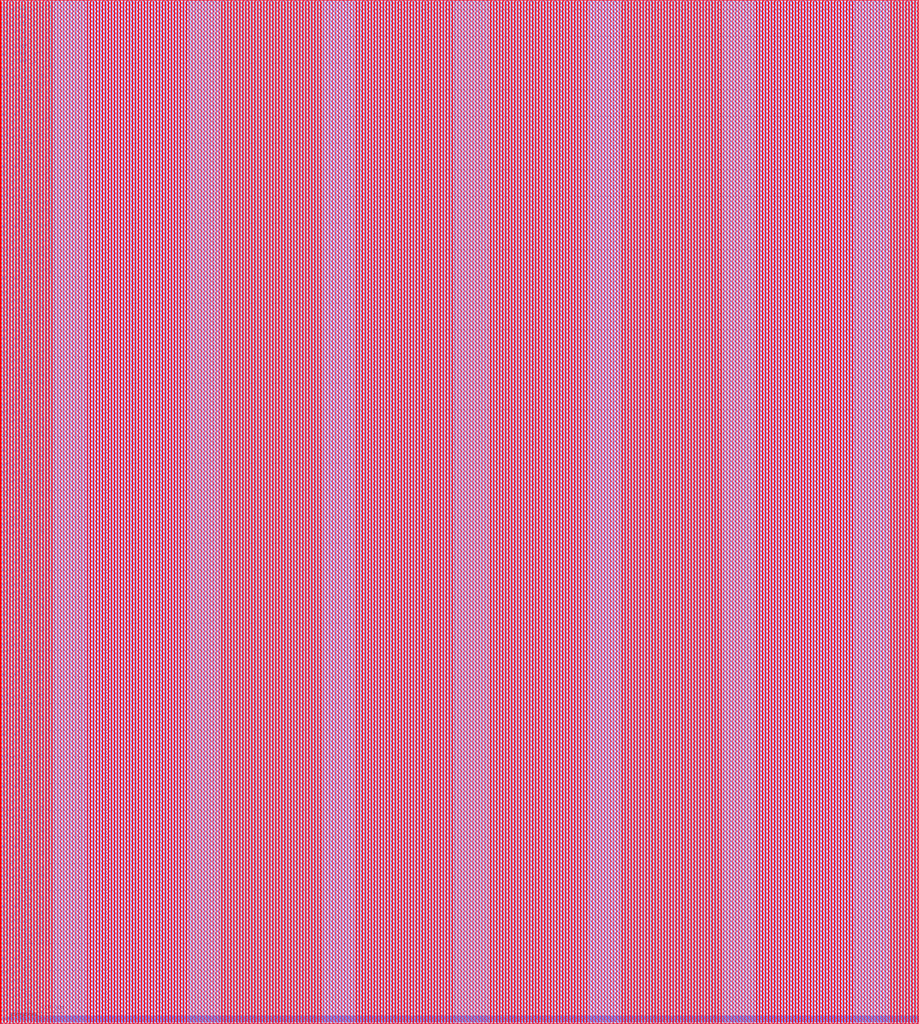
<source format=lef>
VERSION 5.7 ;
BUSBITCHARS "[]" ;
MACRO fakeram_512x256_1r1w
  FOREIGN fakeram_512x256_1r1w 0 0 ;
  SYMMETRY X Y R90 ;
  SIZE 689.130 BY 767.200 ;
  CLASS BLOCK ;
  PIN w0_wd_in[0]
    DIRECTION INPUT ;
    USE SIGNAL ;
    SHAPE ABUTMENT ;
    PORT
      LAYER metal3 ;
      RECT 0.000 0.805 0.140 0.875 ;
    END
  END w0_wd_in[0]
  PIN w0_wd_in[1]
    DIRECTION INPUT ;
    USE SIGNAL ;
    SHAPE ABUTMENT ;
    PORT
      LAYER metal3 ;
      RECT 0.000 6.405 0.140 6.475 ;
    END
  END w0_wd_in[1]
  PIN w0_wd_in[2]
    DIRECTION INPUT ;
    USE SIGNAL ;
    SHAPE ABUTMENT ;
    PORT
      LAYER metal3 ;
      RECT 0.000 12.005 0.140 12.075 ;
    END
  END w0_wd_in[2]
  PIN w0_wd_in[3]
    DIRECTION INPUT ;
    USE SIGNAL ;
    SHAPE ABUTMENT ;
    PORT
      LAYER metal3 ;
      RECT 0.000 17.605 0.140 17.675 ;
    END
  END w0_wd_in[3]
  PIN w0_wd_in[4]
    DIRECTION INPUT ;
    USE SIGNAL ;
    SHAPE ABUTMENT ;
    PORT
      LAYER metal3 ;
      RECT 0.000 23.205 0.140 23.275 ;
    END
  END w0_wd_in[4]
  PIN w0_wd_in[5]
    DIRECTION INPUT ;
    USE SIGNAL ;
    SHAPE ABUTMENT ;
    PORT
      LAYER metal3 ;
      RECT 0.000 28.805 0.140 28.875 ;
    END
  END w0_wd_in[5]
  PIN w0_wd_in[6]
    DIRECTION INPUT ;
    USE SIGNAL ;
    SHAPE ABUTMENT ;
    PORT
      LAYER metal3 ;
      RECT 0.000 34.405 0.140 34.475 ;
    END
  END w0_wd_in[6]
  PIN w0_wd_in[7]
    DIRECTION INPUT ;
    USE SIGNAL ;
    SHAPE ABUTMENT ;
    PORT
      LAYER metal3 ;
      RECT 0.000 40.005 0.140 40.075 ;
    END
  END w0_wd_in[7]
  PIN w0_wd_in[8]
    DIRECTION INPUT ;
    USE SIGNAL ;
    SHAPE ABUTMENT ;
    PORT
      LAYER metal3 ;
      RECT 0.000 45.605 0.140 45.675 ;
    END
  END w0_wd_in[8]
  PIN w0_wd_in[9]
    DIRECTION INPUT ;
    USE SIGNAL ;
    SHAPE ABUTMENT ;
    PORT
      LAYER metal3 ;
      RECT 0.000 51.205 0.140 51.275 ;
    END
  END w0_wd_in[9]
  PIN w0_wd_in[10]
    DIRECTION INPUT ;
    USE SIGNAL ;
    SHAPE ABUTMENT ;
    PORT
      LAYER metal3 ;
      RECT 0.000 56.805 0.140 56.875 ;
    END
  END w0_wd_in[10]
  PIN w0_wd_in[11]
    DIRECTION INPUT ;
    USE SIGNAL ;
    SHAPE ABUTMENT ;
    PORT
      LAYER metal3 ;
      RECT 0.000 62.405 0.140 62.475 ;
    END
  END w0_wd_in[11]
  PIN w0_wd_in[12]
    DIRECTION INPUT ;
    USE SIGNAL ;
    SHAPE ABUTMENT ;
    PORT
      LAYER metal3 ;
      RECT 0.000 68.005 0.140 68.075 ;
    END
  END w0_wd_in[12]
  PIN w0_wd_in[13]
    DIRECTION INPUT ;
    USE SIGNAL ;
    SHAPE ABUTMENT ;
    PORT
      LAYER metal3 ;
      RECT 0.000 73.605 0.140 73.675 ;
    END
  END w0_wd_in[13]
  PIN w0_wd_in[14]
    DIRECTION INPUT ;
    USE SIGNAL ;
    SHAPE ABUTMENT ;
    PORT
      LAYER metal3 ;
      RECT 0.000 79.205 0.140 79.275 ;
    END
  END w0_wd_in[14]
  PIN w0_wd_in[15]
    DIRECTION INPUT ;
    USE SIGNAL ;
    SHAPE ABUTMENT ;
    PORT
      LAYER metal3 ;
      RECT 0.000 84.805 0.140 84.875 ;
    END
  END w0_wd_in[15]
  PIN w0_wd_in[16]
    DIRECTION INPUT ;
    USE SIGNAL ;
    SHAPE ABUTMENT ;
    PORT
      LAYER metal3 ;
      RECT 0.000 90.405 0.140 90.475 ;
    END
  END w0_wd_in[16]
  PIN w0_wd_in[17]
    DIRECTION INPUT ;
    USE SIGNAL ;
    SHAPE ABUTMENT ;
    PORT
      LAYER metal3 ;
      RECT 0.000 96.005 0.140 96.075 ;
    END
  END w0_wd_in[17]
  PIN w0_wd_in[18]
    DIRECTION INPUT ;
    USE SIGNAL ;
    SHAPE ABUTMENT ;
    PORT
      LAYER metal3 ;
      RECT 0.000 101.605 0.140 101.675 ;
    END
  END w0_wd_in[18]
  PIN w0_wd_in[19]
    DIRECTION INPUT ;
    USE SIGNAL ;
    SHAPE ABUTMENT ;
    PORT
      LAYER metal3 ;
      RECT 0.000 107.205 0.140 107.275 ;
    END
  END w0_wd_in[19]
  PIN w0_wd_in[20]
    DIRECTION INPUT ;
    USE SIGNAL ;
    SHAPE ABUTMENT ;
    PORT
      LAYER metal3 ;
      RECT 0.000 112.805 0.140 112.875 ;
    END
  END w0_wd_in[20]
  PIN w0_wd_in[21]
    DIRECTION INPUT ;
    USE SIGNAL ;
    SHAPE ABUTMENT ;
    PORT
      LAYER metal3 ;
      RECT 0.000 118.405 0.140 118.475 ;
    END
  END w0_wd_in[21]
  PIN w0_wd_in[22]
    DIRECTION INPUT ;
    USE SIGNAL ;
    SHAPE ABUTMENT ;
    PORT
      LAYER metal3 ;
      RECT 0.000 124.005 0.140 124.075 ;
    END
  END w0_wd_in[22]
  PIN w0_wd_in[23]
    DIRECTION INPUT ;
    USE SIGNAL ;
    SHAPE ABUTMENT ;
    PORT
      LAYER metal3 ;
      RECT 0.000 129.605 0.140 129.675 ;
    END
  END w0_wd_in[23]
  PIN w0_wd_in[24]
    DIRECTION INPUT ;
    USE SIGNAL ;
    SHAPE ABUTMENT ;
    PORT
      LAYER metal3 ;
      RECT 0.000 135.205 0.140 135.275 ;
    END
  END w0_wd_in[24]
  PIN w0_wd_in[25]
    DIRECTION INPUT ;
    USE SIGNAL ;
    SHAPE ABUTMENT ;
    PORT
      LAYER metal3 ;
      RECT 0.000 140.805 0.140 140.875 ;
    END
  END w0_wd_in[25]
  PIN w0_wd_in[26]
    DIRECTION INPUT ;
    USE SIGNAL ;
    SHAPE ABUTMENT ;
    PORT
      LAYER metal3 ;
      RECT 0.000 146.405 0.140 146.475 ;
    END
  END w0_wd_in[26]
  PIN w0_wd_in[27]
    DIRECTION INPUT ;
    USE SIGNAL ;
    SHAPE ABUTMENT ;
    PORT
      LAYER metal3 ;
      RECT 0.000 152.005 0.140 152.075 ;
    END
  END w0_wd_in[27]
  PIN w0_wd_in[28]
    DIRECTION INPUT ;
    USE SIGNAL ;
    SHAPE ABUTMENT ;
    PORT
      LAYER metal3 ;
      RECT 0.000 157.605 0.140 157.675 ;
    END
  END w0_wd_in[28]
  PIN w0_wd_in[29]
    DIRECTION INPUT ;
    USE SIGNAL ;
    SHAPE ABUTMENT ;
    PORT
      LAYER metal3 ;
      RECT 0.000 163.205 0.140 163.275 ;
    END
  END w0_wd_in[29]
  PIN w0_wd_in[30]
    DIRECTION INPUT ;
    USE SIGNAL ;
    SHAPE ABUTMENT ;
    PORT
      LAYER metal3 ;
      RECT 0.000 168.805 0.140 168.875 ;
    END
  END w0_wd_in[30]
  PIN w0_wd_in[31]
    DIRECTION INPUT ;
    USE SIGNAL ;
    SHAPE ABUTMENT ;
    PORT
      LAYER metal3 ;
      RECT 0.000 174.405 0.140 174.475 ;
    END
  END w0_wd_in[31]
  PIN w0_wd_in[32]
    DIRECTION INPUT ;
    USE SIGNAL ;
    SHAPE ABUTMENT ;
    PORT
      LAYER metal3 ;
      RECT 0.000 180.005 0.140 180.075 ;
    END
  END w0_wd_in[32]
  PIN w0_wd_in[33]
    DIRECTION INPUT ;
    USE SIGNAL ;
    SHAPE ABUTMENT ;
    PORT
      LAYER metal3 ;
      RECT 0.000 185.605 0.140 185.675 ;
    END
  END w0_wd_in[33]
  PIN w0_wd_in[34]
    DIRECTION INPUT ;
    USE SIGNAL ;
    SHAPE ABUTMENT ;
    PORT
      LAYER metal3 ;
      RECT 0.000 191.205 0.140 191.275 ;
    END
  END w0_wd_in[34]
  PIN w0_wd_in[35]
    DIRECTION INPUT ;
    USE SIGNAL ;
    SHAPE ABUTMENT ;
    PORT
      LAYER metal3 ;
      RECT 0.000 196.805 0.140 196.875 ;
    END
  END w0_wd_in[35]
  PIN w0_wd_in[36]
    DIRECTION INPUT ;
    USE SIGNAL ;
    SHAPE ABUTMENT ;
    PORT
      LAYER metal3 ;
      RECT 0.000 202.405 0.140 202.475 ;
    END
  END w0_wd_in[36]
  PIN w0_wd_in[37]
    DIRECTION INPUT ;
    USE SIGNAL ;
    SHAPE ABUTMENT ;
    PORT
      LAYER metal3 ;
      RECT 0.000 208.005 0.140 208.075 ;
    END
  END w0_wd_in[37]
  PIN w0_wd_in[38]
    DIRECTION INPUT ;
    USE SIGNAL ;
    SHAPE ABUTMENT ;
    PORT
      LAYER metal3 ;
      RECT 0.000 213.605 0.140 213.675 ;
    END
  END w0_wd_in[38]
  PIN w0_wd_in[39]
    DIRECTION INPUT ;
    USE SIGNAL ;
    SHAPE ABUTMENT ;
    PORT
      LAYER metal3 ;
      RECT 0.000 219.205 0.140 219.275 ;
    END
  END w0_wd_in[39]
  PIN w0_wd_in[40]
    DIRECTION INPUT ;
    USE SIGNAL ;
    SHAPE ABUTMENT ;
    PORT
      LAYER metal3 ;
      RECT 0.000 224.805 0.140 224.875 ;
    END
  END w0_wd_in[40]
  PIN w0_wd_in[41]
    DIRECTION INPUT ;
    USE SIGNAL ;
    SHAPE ABUTMENT ;
    PORT
      LAYER metal3 ;
      RECT 0.000 230.405 0.140 230.475 ;
    END
  END w0_wd_in[41]
  PIN w0_wd_in[42]
    DIRECTION INPUT ;
    USE SIGNAL ;
    SHAPE ABUTMENT ;
    PORT
      LAYER metal3 ;
      RECT 0.000 236.005 0.140 236.075 ;
    END
  END w0_wd_in[42]
  PIN w0_wd_in[43]
    DIRECTION INPUT ;
    USE SIGNAL ;
    SHAPE ABUTMENT ;
    PORT
      LAYER metal3 ;
      RECT 0.000 241.605 0.140 241.675 ;
    END
  END w0_wd_in[43]
  PIN w0_wd_in[44]
    DIRECTION INPUT ;
    USE SIGNAL ;
    SHAPE ABUTMENT ;
    PORT
      LAYER metal3 ;
      RECT 0.000 247.205 0.140 247.275 ;
    END
  END w0_wd_in[44]
  PIN w0_wd_in[45]
    DIRECTION INPUT ;
    USE SIGNAL ;
    SHAPE ABUTMENT ;
    PORT
      LAYER metal3 ;
      RECT 0.000 252.805 0.140 252.875 ;
    END
  END w0_wd_in[45]
  PIN w0_wd_in[46]
    DIRECTION INPUT ;
    USE SIGNAL ;
    SHAPE ABUTMENT ;
    PORT
      LAYER metal3 ;
      RECT 0.000 258.405 0.140 258.475 ;
    END
  END w0_wd_in[46]
  PIN w0_wd_in[47]
    DIRECTION INPUT ;
    USE SIGNAL ;
    SHAPE ABUTMENT ;
    PORT
      LAYER metal3 ;
      RECT 0.000 264.005 0.140 264.075 ;
    END
  END w0_wd_in[47]
  PIN w0_wd_in[48]
    DIRECTION INPUT ;
    USE SIGNAL ;
    SHAPE ABUTMENT ;
    PORT
      LAYER metal3 ;
      RECT 0.000 269.605 0.140 269.675 ;
    END
  END w0_wd_in[48]
  PIN w0_wd_in[49]
    DIRECTION INPUT ;
    USE SIGNAL ;
    SHAPE ABUTMENT ;
    PORT
      LAYER metal3 ;
      RECT 0.000 275.205 0.140 275.275 ;
    END
  END w0_wd_in[49]
  PIN w0_wd_in[50]
    DIRECTION INPUT ;
    USE SIGNAL ;
    SHAPE ABUTMENT ;
    PORT
      LAYER metal3 ;
      RECT 0.000 280.805 0.140 280.875 ;
    END
  END w0_wd_in[50]
  PIN w0_wd_in[51]
    DIRECTION INPUT ;
    USE SIGNAL ;
    SHAPE ABUTMENT ;
    PORT
      LAYER metal3 ;
      RECT 0.000 286.405 0.140 286.475 ;
    END
  END w0_wd_in[51]
  PIN w0_wd_in[52]
    DIRECTION INPUT ;
    USE SIGNAL ;
    SHAPE ABUTMENT ;
    PORT
      LAYER metal3 ;
      RECT 0.000 292.005 0.140 292.075 ;
    END
  END w0_wd_in[52]
  PIN w0_wd_in[53]
    DIRECTION INPUT ;
    USE SIGNAL ;
    SHAPE ABUTMENT ;
    PORT
      LAYER metal3 ;
      RECT 0.000 297.605 0.140 297.675 ;
    END
  END w0_wd_in[53]
  PIN w0_wd_in[54]
    DIRECTION INPUT ;
    USE SIGNAL ;
    SHAPE ABUTMENT ;
    PORT
      LAYER metal3 ;
      RECT 0.000 303.205 0.140 303.275 ;
    END
  END w0_wd_in[54]
  PIN w0_wd_in[55]
    DIRECTION INPUT ;
    USE SIGNAL ;
    SHAPE ABUTMENT ;
    PORT
      LAYER metal3 ;
      RECT 0.000 308.805 0.140 308.875 ;
    END
  END w0_wd_in[55]
  PIN w0_wd_in[56]
    DIRECTION INPUT ;
    USE SIGNAL ;
    SHAPE ABUTMENT ;
    PORT
      LAYER metal3 ;
      RECT 0.000 314.405 0.140 314.475 ;
    END
  END w0_wd_in[56]
  PIN w0_wd_in[57]
    DIRECTION INPUT ;
    USE SIGNAL ;
    SHAPE ABUTMENT ;
    PORT
      LAYER metal3 ;
      RECT 0.000 320.005 0.140 320.075 ;
    END
  END w0_wd_in[57]
  PIN w0_wd_in[58]
    DIRECTION INPUT ;
    USE SIGNAL ;
    SHAPE ABUTMENT ;
    PORT
      LAYER metal3 ;
      RECT 0.000 325.605 0.140 325.675 ;
    END
  END w0_wd_in[58]
  PIN w0_wd_in[59]
    DIRECTION INPUT ;
    USE SIGNAL ;
    SHAPE ABUTMENT ;
    PORT
      LAYER metal3 ;
      RECT 0.000 331.205 0.140 331.275 ;
    END
  END w0_wd_in[59]
  PIN w0_wd_in[60]
    DIRECTION INPUT ;
    USE SIGNAL ;
    SHAPE ABUTMENT ;
    PORT
      LAYER metal3 ;
      RECT 0.000 336.805 0.140 336.875 ;
    END
  END w0_wd_in[60]
  PIN w0_wd_in[61]
    DIRECTION INPUT ;
    USE SIGNAL ;
    SHAPE ABUTMENT ;
    PORT
      LAYER metal3 ;
      RECT 0.000 342.405 0.140 342.475 ;
    END
  END w0_wd_in[61]
  PIN w0_wd_in[62]
    DIRECTION INPUT ;
    USE SIGNAL ;
    SHAPE ABUTMENT ;
    PORT
      LAYER metal3 ;
      RECT 0.000 348.005 0.140 348.075 ;
    END
  END w0_wd_in[62]
  PIN w0_wd_in[63]
    DIRECTION INPUT ;
    USE SIGNAL ;
    SHAPE ABUTMENT ;
    PORT
      LAYER metal3 ;
      RECT 0.000 353.605 0.140 353.675 ;
    END
  END w0_wd_in[63]
  PIN w0_wd_in[64]
    DIRECTION INPUT ;
    USE SIGNAL ;
    SHAPE ABUTMENT ;
    PORT
      LAYER metal3 ;
      RECT 0.000 359.205 0.140 359.275 ;
    END
  END w0_wd_in[64]
  PIN w0_wd_in[65]
    DIRECTION INPUT ;
    USE SIGNAL ;
    SHAPE ABUTMENT ;
    PORT
      LAYER metal3 ;
      RECT 0.000 364.805 0.140 364.875 ;
    END
  END w0_wd_in[65]
  PIN w0_wd_in[66]
    DIRECTION INPUT ;
    USE SIGNAL ;
    SHAPE ABUTMENT ;
    PORT
      LAYER metal3 ;
      RECT 0.000 370.405 0.140 370.475 ;
    END
  END w0_wd_in[66]
  PIN w0_wd_in[67]
    DIRECTION INPUT ;
    USE SIGNAL ;
    SHAPE ABUTMENT ;
    PORT
      LAYER metal3 ;
      RECT 0.000 376.005 0.140 376.075 ;
    END
  END w0_wd_in[67]
  PIN w0_wd_in[68]
    DIRECTION INPUT ;
    USE SIGNAL ;
    SHAPE ABUTMENT ;
    PORT
      LAYER metal3 ;
      RECT 0.000 381.605 0.140 381.675 ;
    END
  END w0_wd_in[68]
  PIN w0_wd_in[69]
    DIRECTION INPUT ;
    USE SIGNAL ;
    SHAPE ABUTMENT ;
    PORT
      LAYER metal3 ;
      RECT 0.000 387.205 0.140 387.275 ;
    END
  END w0_wd_in[69]
  PIN w0_wd_in[70]
    DIRECTION INPUT ;
    USE SIGNAL ;
    SHAPE ABUTMENT ;
    PORT
      LAYER metal3 ;
      RECT 0.000 392.805 0.140 392.875 ;
    END
  END w0_wd_in[70]
  PIN w0_wd_in[71]
    DIRECTION INPUT ;
    USE SIGNAL ;
    SHAPE ABUTMENT ;
    PORT
      LAYER metal3 ;
      RECT 0.000 398.405 0.140 398.475 ;
    END
  END w0_wd_in[71]
  PIN w0_wd_in[72]
    DIRECTION INPUT ;
    USE SIGNAL ;
    SHAPE ABUTMENT ;
    PORT
      LAYER metal3 ;
      RECT 0.000 404.005 0.140 404.075 ;
    END
  END w0_wd_in[72]
  PIN w0_wd_in[73]
    DIRECTION INPUT ;
    USE SIGNAL ;
    SHAPE ABUTMENT ;
    PORT
      LAYER metal3 ;
      RECT 0.000 409.605 0.140 409.675 ;
    END
  END w0_wd_in[73]
  PIN w0_wd_in[74]
    DIRECTION INPUT ;
    USE SIGNAL ;
    SHAPE ABUTMENT ;
    PORT
      LAYER metal3 ;
      RECT 0.000 415.205 0.140 415.275 ;
    END
  END w0_wd_in[74]
  PIN w0_wd_in[75]
    DIRECTION INPUT ;
    USE SIGNAL ;
    SHAPE ABUTMENT ;
    PORT
      LAYER metal3 ;
      RECT 0.000 420.805 0.140 420.875 ;
    END
  END w0_wd_in[75]
  PIN w0_wd_in[76]
    DIRECTION INPUT ;
    USE SIGNAL ;
    SHAPE ABUTMENT ;
    PORT
      LAYER metal3 ;
      RECT 0.000 426.405 0.140 426.475 ;
    END
  END w0_wd_in[76]
  PIN w0_wd_in[77]
    DIRECTION INPUT ;
    USE SIGNAL ;
    SHAPE ABUTMENT ;
    PORT
      LAYER metal3 ;
      RECT 0.000 432.005 0.140 432.075 ;
    END
  END w0_wd_in[77]
  PIN w0_wd_in[78]
    DIRECTION INPUT ;
    USE SIGNAL ;
    SHAPE ABUTMENT ;
    PORT
      LAYER metal3 ;
      RECT 0.000 437.605 0.140 437.675 ;
    END
  END w0_wd_in[78]
  PIN w0_wd_in[79]
    DIRECTION INPUT ;
    USE SIGNAL ;
    SHAPE ABUTMENT ;
    PORT
      LAYER metal3 ;
      RECT 0.000 443.205 0.140 443.275 ;
    END
  END w0_wd_in[79]
  PIN w0_wd_in[80]
    DIRECTION INPUT ;
    USE SIGNAL ;
    SHAPE ABUTMENT ;
    PORT
      LAYER metal3 ;
      RECT 0.000 448.805 0.140 448.875 ;
    END
  END w0_wd_in[80]
  PIN w0_wd_in[81]
    DIRECTION INPUT ;
    USE SIGNAL ;
    SHAPE ABUTMENT ;
    PORT
      LAYER metal3 ;
      RECT 0.000 454.405 0.140 454.475 ;
    END
  END w0_wd_in[81]
  PIN w0_wd_in[82]
    DIRECTION INPUT ;
    USE SIGNAL ;
    SHAPE ABUTMENT ;
    PORT
      LAYER metal3 ;
      RECT 0.000 460.005 0.140 460.075 ;
    END
  END w0_wd_in[82]
  PIN w0_wd_in[83]
    DIRECTION INPUT ;
    USE SIGNAL ;
    SHAPE ABUTMENT ;
    PORT
      LAYER metal3 ;
      RECT 0.000 465.605 0.140 465.675 ;
    END
  END w0_wd_in[83]
  PIN w0_wd_in[84]
    DIRECTION INPUT ;
    USE SIGNAL ;
    SHAPE ABUTMENT ;
    PORT
      LAYER metal3 ;
      RECT 0.000 471.205 0.140 471.275 ;
    END
  END w0_wd_in[84]
  PIN w0_wd_in[85]
    DIRECTION INPUT ;
    USE SIGNAL ;
    SHAPE ABUTMENT ;
    PORT
      LAYER metal3 ;
      RECT 0.000 476.805 0.140 476.875 ;
    END
  END w0_wd_in[85]
  PIN w0_wd_in[86]
    DIRECTION INPUT ;
    USE SIGNAL ;
    SHAPE ABUTMENT ;
    PORT
      LAYER metal3 ;
      RECT 0.000 482.405 0.140 482.475 ;
    END
  END w0_wd_in[86]
  PIN w0_wd_in[87]
    DIRECTION INPUT ;
    USE SIGNAL ;
    SHAPE ABUTMENT ;
    PORT
      LAYER metal3 ;
      RECT 0.000 488.005 0.140 488.075 ;
    END
  END w0_wd_in[87]
  PIN w0_wd_in[88]
    DIRECTION INPUT ;
    USE SIGNAL ;
    SHAPE ABUTMENT ;
    PORT
      LAYER metal3 ;
      RECT 0.000 493.605 0.140 493.675 ;
    END
  END w0_wd_in[88]
  PIN w0_wd_in[89]
    DIRECTION INPUT ;
    USE SIGNAL ;
    SHAPE ABUTMENT ;
    PORT
      LAYER metal3 ;
      RECT 0.000 499.205 0.140 499.275 ;
    END
  END w0_wd_in[89]
  PIN w0_wd_in[90]
    DIRECTION INPUT ;
    USE SIGNAL ;
    SHAPE ABUTMENT ;
    PORT
      LAYER metal3 ;
      RECT 0.000 504.805 0.140 504.875 ;
    END
  END w0_wd_in[90]
  PIN w0_wd_in[91]
    DIRECTION INPUT ;
    USE SIGNAL ;
    SHAPE ABUTMENT ;
    PORT
      LAYER metal3 ;
      RECT 0.000 510.405 0.140 510.475 ;
    END
  END w0_wd_in[91]
  PIN w0_wd_in[92]
    DIRECTION INPUT ;
    USE SIGNAL ;
    SHAPE ABUTMENT ;
    PORT
      LAYER metal3 ;
      RECT 0.000 516.005 0.140 516.075 ;
    END
  END w0_wd_in[92]
  PIN w0_wd_in[93]
    DIRECTION INPUT ;
    USE SIGNAL ;
    SHAPE ABUTMENT ;
    PORT
      LAYER metal3 ;
      RECT 0.000 521.605 0.140 521.675 ;
    END
  END w0_wd_in[93]
  PIN w0_wd_in[94]
    DIRECTION INPUT ;
    USE SIGNAL ;
    SHAPE ABUTMENT ;
    PORT
      LAYER metal3 ;
      RECT 0.000 527.205 0.140 527.275 ;
    END
  END w0_wd_in[94]
  PIN w0_wd_in[95]
    DIRECTION INPUT ;
    USE SIGNAL ;
    SHAPE ABUTMENT ;
    PORT
      LAYER metal3 ;
      RECT 0.000 532.805 0.140 532.875 ;
    END
  END w0_wd_in[95]
  PIN w0_wd_in[96]
    DIRECTION INPUT ;
    USE SIGNAL ;
    SHAPE ABUTMENT ;
    PORT
      LAYER metal3 ;
      RECT 0.000 538.405 0.140 538.475 ;
    END
  END w0_wd_in[96]
  PIN w0_wd_in[97]
    DIRECTION INPUT ;
    USE SIGNAL ;
    SHAPE ABUTMENT ;
    PORT
      LAYER metal3 ;
      RECT 0.000 544.005 0.140 544.075 ;
    END
  END w0_wd_in[97]
  PIN w0_wd_in[98]
    DIRECTION INPUT ;
    USE SIGNAL ;
    SHAPE ABUTMENT ;
    PORT
      LAYER metal3 ;
      RECT 0.000 549.605 0.140 549.675 ;
    END
  END w0_wd_in[98]
  PIN w0_wd_in[99]
    DIRECTION INPUT ;
    USE SIGNAL ;
    SHAPE ABUTMENT ;
    PORT
      LAYER metal3 ;
      RECT 0.000 555.205 0.140 555.275 ;
    END
  END w0_wd_in[99]
  PIN w0_wd_in[100]
    DIRECTION INPUT ;
    USE SIGNAL ;
    SHAPE ABUTMENT ;
    PORT
      LAYER metal3 ;
      RECT 0.000 560.805 0.140 560.875 ;
    END
  END w0_wd_in[100]
  PIN w0_wd_in[101]
    DIRECTION INPUT ;
    USE SIGNAL ;
    SHAPE ABUTMENT ;
    PORT
      LAYER metal3 ;
      RECT 0.000 566.405 0.140 566.475 ;
    END
  END w0_wd_in[101]
  PIN w0_wd_in[102]
    DIRECTION INPUT ;
    USE SIGNAL ;
    SHAPE ABUTMENT ;
    PORT
      LAYER metal3 ;
      RECT 0.000 572.005 0.140 572.075 ;
    END
  END w0_wd_in[102]
  PIN w0_wd_in[103]
    DIRECTION INPUT ;
    USE SIGNAL ;
    SHAPE ABUTMENT ;
    PORT
      LAYER metal3 ;
      RECT 0.000 577.605 0.140 577.675 ;
    END
  END w0_wd_in[103]
  PIN w0_wd_in[104]
    DIRECTION INPUT ;
    USE SIGNAL ;
    SHAPE ABUTMENT ;
    PORT
      LAYER metal3 ;
      RECT 0.000 583.205 0.140 583.275 ;
    END
  END w0_wd_in[104]
  PIN w0_wd_in[105]
    DIRECTION INPUT ;
    USE SIGNAL ;
    SHAPE ABUTMENT ;
    PORT
      LAYER metal3 ;
      RECT 0.000 588.805 0.140 588.875 ;
    END
  END w0_wd_in[105]
  PIN w0_wd_in[106]
    DIRECTION INPUT ;
    USE SIGNAL ;
    SHAPE ABUTMENT ;
    PORT
      LAYER metal3 ;
      RECT 0.000 594.405 0.140 594.475 ;
    END
  END w0_wd_in[106]
  PIN w0_wd_in[107]
    DIRECTION INPUT ;
    USE SIGNAL ;
    SHAPE ABUTMENT ;
    PORT
      LAYER metal3 ;
      RECT 0.000 600.005 0.140 600.075 ;
    END
  END w0_wd_in[107]
  PIN w0_wd_in[108]
    DIRECTION INPUT ;
    USE SIGNAL ;
    SHAPE ABUTMENT ;
    PORT
      LAYER metal3 ;
      RECT 0.000 605.605 0.140 605.675 ;
    END
  END w0_wd_in[108]
  PIN w0_wd_in[109]
    DIRECTION INPUT ;
    USE SIGNAL ;
    SHAPE ABUTMENT ;
    PORT
      LAYER metal3 ;
      RECT 0.000 611.205 0.140 611.275 ;
    END
  END w0_wd_in[109]
  PIN w0_wd_in[110]
    DIRECTION INPUT ;
    USE SIGNAL ;
    SHAPE ABUTMENT ;
    PORT
      LAYER metal3 ;
      RECT 0.000 616.805 0.140 616.875 ;
    END
  END w0_wd_in[110]
  PIN w0_wd_in[111]
    DIRECTION INPUT ;
    USE SIGNAL ;
    SHAPE ABUTMENT ;
    PORT
      LAYER metal3 ;
      RECT 0.000 622.405 0.140 622.475 ;
    END
  END w0_wd_in[111]
  PIN w0_wd_in[112]
    DIRECTION INPUT ;
    USE SIGNAL ;
    SHAPE ABUTMENT ;
    PORT
      LAYER metal3 ;
      RECT 0.000 628.005 0.140 628.075 ;
    END
  END w0_wd_in[112]
  PIN w0_wd_in[113]
    DIRECTION INPUT ;
    USE SIGNAL ;
    SHAPE ABUTMENT ;
    PORT
      LAYER metal3 ;
      RECT 0.000 633.605 0.140 633.675 ;
    END
  END w0_wd_in[113]
  PIN w0_wd_in[114]
    DIRECTION INPUT ;
    USE SIGNAL ;
    SHAPE ABUTMENT ;
    PORT
      LAYER metal3 ;
      RECT 0.000 639.205 0.140 639.275 ;
    END
  END w0_wd_in[114]
  PIN w0_wd_in[115]
    DIRECTION INPUT ;
    USE SIGNAL ;
    SHAPE ABUTMENT ;
    PORT
      LAYER metal3 ;
      RECT 0.000 644.805 0.140 644.875 ;
    END
  END w0_wd_in[115]
  PIN w0_wd_in[116]
    DIRECTION INPUT ;
    USE SIGNAL ;
    SHAPE ABUTMENT ;
    PORT
      LAYER metal3 ;
      RECT 0.000 650.405 0.140 650.475 ;
    END
  END w0_wd_in[116]
  PIN w0_wd_in[117]
    DIRECTION INPUT ;
    USE SIGNAL ;
    SHAPE ABUTMENT ;
    PORT
      LAYER metal3 ;
      RECT 0.000 656.005 0.140 656.075 ;
    END
  END w0_wd_in[117]
  PIN w0_wd_in[118]
    DIRECTION INPUT ;
    USE SIGNAL ;
    SHAPE ABUTMENT ;
    PORT
      LAYER metal3 ;
      RECT 0.000 661.605 0.140 661.675 ;
    END
  END w0_wd_in[118]
  PIN w0_wd_in[119]
    DIRECTION INPUT ;
    USE SIGNAL ;
    SHAPE ABUTMENT ;
    PORT
      LAYER metal3 ;
      RECT 0.000 667.205 0.140 667.275 ;
    END
  END w0_wd_in[119]
  PIN w0_wd_in[120]
    DIRECTION INPUT ;
    USE SIGNAL ;
    SHAPE ABUTMENT ;
    PORT
      LAYER metal3 ;
      RECT 0.000 672.805 0.140 672.875 ;
    END
  END w0_wd_in[120]
  PIN w0_wd_in[121]
    DIRECTION INPUT ;
    USE SIGNAL ;
    SHAPE ABUTMENT ;
    PORT
      LAYER metal3 ;
      RECT 0.000 678.405 0.140 678.475 ;
    END
  END w0_wd_in[121]
  PIN w0_wd_in[122]
    DIRECTION INPUT ;
    USE SIGNAL ;
    SHAPE ABUTMENT ;
    PORT
      LAYER metal3 ;
      RECT 0.000 684.005 0.140 684.075 ;
    END
  END w0_wd_in[122]
  PIN w0_wd_in[123]
    DIRECTION INPUT ;
    USE SIGNAL ;
    SHAPE ABUTMENT ;
    PORT
      LAYER metal3 ;
      RECT 0.000 689.605 0.140 689.675 ;
    END
  END w0_wd_in[123]
  PIN w0_wd_in[124]
    DIRECTION INPUT ;
    USE SIGNAL ;
    SHAPE ABUTMENT ;
    PORT
      LAYER metal3 ;
      RECT 0.000 695.205 0.140 695.275 ;
    END
  END w0_wd_in[124]
  PIN w0_wd_in[125]
    DIRECTION INPUT ;
    USE SIGNAL ;
    SHAPE ABUTMENT ;
    PORT
      LAYER metal3 ;
      RECT 0.000 700.805 0.140 700.875 ;
    END
  END w0_wd_in[125]
  PIN w0_wd_in[126]
    DIRECTION INPUT ;
    USE SIGNAL ;
    SHAPE ABUTMENT ;
    PORT
      LAYER metal3 ;
      RECT 0.000 706.405 0.140 706.475 ;
    END
  END w0_wd_in[126]
  PIN w0_wd_in[127]
    DIRECTION INPUT ;
    USE SIGNAL ;
    SHAPE ABUTMENT ;
    PORT
      LAYER metal3 ;
      RECT 0.000 712.005 0.140 712.075 ;
    END
  END w0_wd_in[127]
  PIN w0_wd_in[128]
    DIRECTION INPUT ;
    USE SIGNAL ;
    SHAPE ABUTMENT ;
    PORT
      LAYER metal3 ;
      RECT 688.990 0.805 689.130 0.875 ;
    END
  END w0_wd_in[128]
  PIN w0_wd_in[129]
    DIRECTION INPUT ;
    USE SIGNAL ;
    SHAPE ABUTMENT ;
    PORT
      LAYER metal3 ;
      RECT 688.990 6.405 689.130 6.475 ;
    END
  END w0_wd_in[129]
  PIN w0_wd_in[130]
    DIRECTION INPUT ;
    USE SIGNAL ;
    SHAPE ABUTMENT ;
    PORT
      LAYER metal3 ;
      RECT 688.990 12.005 689.130 12.075 ;
    END
  END w0_wd_in[130]
  PIN w0_wd_in[131]
    DIRECTION INPUT ;
    USE SIGNAL ;
    SHAPE ABUTMENT ;
    PORT
      LAYER metal3 ;
      RECT 688.990 17.605 689.130 17.675 ;
    END
  END w0_wd_in[131]
  PIN w0_wd_in[132]
    DIRECTION INPUT ;
    USE SIGNAL ;
    SHAPE ABUTMENT ;
    PORT
      LAYER metal3 ;
      RECT 688.990 23.205 689.130 23.275 ;
    END
  END w0_wd_in[132]
  PIN w0_wd_in[133]
    DIRECTION INPUT ;
    USE SIGNAL ;
    SHAPE ABUTMENT ;
    PORT
      LAYER metal3 ;
      RECT 688.990 28.805 689.130 28.875 ;
    END
  END w0_wd_in[133]
  PIN w0_wd_in[134]
    DIRECTION INPUT ;
    USE SIGNAL ;
    SHAPE ABUTMENT ;
    PORT
      LAYER metal3 ;
      RECT 688.990 34.405 689.130 34.475 ;
    END
  END w0_wd_in[134]
  PIN w0_wd_in[135]
    DIRECTION INPUT ;
    USE SIGNAL ;
    SHAPE ABUTMENT ;
    PORT
      LAYER metal3 ;
      RECT 688.990 40.005 689.130 40.075 ;
    END
  END w0_wd_in[135]
  PIN w0_wd_in[136]
    DIRECTION INPUT ;
    USE SIGNAL ;
    SHAPE ABUTMENT ;
    PORT
      LAYER metal3 ;
      RECT 688.990 45.605 689.130 45.675 ;
    END
  END w0_wd_in[136]
  PIN w0_wd_in[137]
    DIRECTION INPUT ;
    USE SIGNAL ;
    SHAPE ABUTMENT ;
    PORT
      LAYER metal3 ;
      RECT 688.990 51.205 689.130 51.275 ;
    END
  END w0_wd_in[137]
  PIN w0_wd_in[138]
    DIRECTION INPUT ;
    USE SIGNAL ;
    SHAPE ABUTMENT ;
    PORT
      LAYER metal3 ;
      RECT 688.990 56.805 689.130 56.875 ;
    END
  END w0_wd_in[138]
  PIN w0_wd_in[139]
    DIRECTION INPUT ;
    USE SIGNAL ;
    SHAPE ABUTMENT ;
    PORT
      LAYER metal3 ;
      RECT 688.990 62.405 689.130 62.475 ;
    END
  END w0_wd_in[139]
  PIN w0_wd_in[140]
    DIRECTION INPUT ;
    USE SIGNAL ;
    SHAPE ABUTMENT ;
    PORT
      LAYER metal3 ;
      RECT 688.990 68.005 689.130 68.075 ;
    END
  END w0_wd_in[140]
  PIN w0_wd_in[141]
    DIRECTION INPUT ;
    USE SIGNAL ;
    SHAPE ABUTMENT ;
    PORT
      LAYER metal3 ;
      RECT 688.990 73.605 689.130 73.675 ;
    END
  END w0_wd_in[141]
  PIN w0_wd_in[142]
    DIRECTION INPUT ;
    USE SIGNAL ;
    SHAPE ABUTMENT ;
    PORT
      LAYER metal3 ;
      RECT 688.990 79.205 689.130 79.275 ;
    END
  END w0_wd_in[142]
  PIN w0_wd_in[143]
    DIRECTION INPUT ;
    USE SIGNAL ;
    SHAPE ABUTMENT ;
    PORT
      LAYER metal3 ;
      RECT 688.990 84.805 689.130 84.875 ;
    END
  END w0_wd_in[143]
  PIN w0_wd_in[144]
    DIRECTION INPUT ;
    USE SIGNAL ;
    SHAPE ABUTMENT ;
    PORT
      LAYER metal3 ;
      RECT 688.990 90.405 689.130 90.475 ;
    END
  END w0_wd_in[144]
  PIN w0_wd_in[145]
    DIRECTION INPUT ;
    USE SIGNAL ;
    SHAPE ABUTMENT ;
    PORT
      LAYER metal3 ;
      RECT 688.990 96.005 689.130 96.075 ;
    END
  END w0_wd_in[145]
  PIN w0_wd_in[146]
    DIRECTION INPUT ;
    USE SIGNAL ;
    SHAPE ABUTMENT ;
    PORT
      LAYER metal3 ;
      RECT 688.990 101.605 689.130 101.675 ;
    END
  END w0_wd_in[146]
  PIN w0_wd_in[147]
    DIRECTION INPUT ;
    USE SIGNAL ;
    SHAPE ABUTMENT ;
    PORT
      LAYER metal3 ;
      RECT 688.990 107.205 689.130 107.275 ;
    END
  END w0_wd_in[147]
  PIN w0_wd_in[148]
    DIRECTION INPUT ;
    USE SIGNAL ;
    SHAPE ABUTMENT ;
    PORT
      LAYER metal3 ;
      RECT 688.990 112.805 689.130 112.875 ;
    END
  END w0_wd_in[148]
  PIN w0_wd_in[149]
    DIRECTION INPUT ;
    USE SIGNAL ;
    SHAPE ABUTMENT ;
    PORT
      LAYER metal3 ;
      RECT 688.990 118.405 689.130 118.475 ;
    END
  END w0_wd_in[149]
  PIN w0_wd_in[150]
    DIRECTION INPUT ;
    USE SIGNAL ;
    SHAPE ABUTMENT ;
    PORT
      LAYER metal3 ;
      RECT 688.990 124.005 689.130 124.075 ;
    END
  END w0_wd_in[150]
  PIN w0_wd_in[151]
    DIRECTION INPUT ;
    USE SIGNAL ;
    SHAPE ABUTMENT ;
    PORT
      LAYER metal3 ;
      RECT 688.990 129.605 689.130 129.675 ;
    END
  END w0_wd_in[151]
  PIN w0_wd_in[152]
    DIRECTION INPUT ;
    USE SIGNAL ;
    SHAPE ABUTMENT ;
    PORT
      LAYER metal3 ;
      RECT 688.990 135.205 689.130 135.275 ;
    END
  END w0_wd_in[152]
  PIN w0_wd_in[153]
    DIRECTION INPUT ;
    USE SIGNAL ;
    SHAPE ABUTMENT ;
    PORT
      LAYER metal3 ;
      RECT 688.990 140.805 689.130 140.875 ;
    END
  END w0_wd_in[153]
  PIN w0_wd_in[154]
    DIRECTION INPUT ;
    USE SIGNAL ;
    SHAPE ABUTMENT ;
    PORT
      LAYER metal3 ;
      RECT 688.990 146.405 689.130 146.475 ;
    END
  END w0_wd_in[154]
  PIN w0_wd_in[155]
    DIRECTION INPUT ;
    USE SIGNAL ;
    SHAPE ABUTMENT ;
    PORT
      LAYER metal3 ;
      RECT 688.990 152.005 689.130 152.075 ;
    END
  END w0_wd_in[155]
  PIN w0_wd_in[156]
    DIRECTION INPUT ;
    USE SIGNAL ;
    SHAPE ABUTMENT ;
    PORT
      LAYER metal3 ;
      RECT 688.990 157.605 689.130 157.675 ;
    END
  END w0_wd_in[156]
  PIN w0_wd_in[157]
    DIRECTION INPUT ;
    USE SIGNAL ;
    SHAPE ABUTMENT ;
    PORT
      LAYER metal3 ;
      RECT 688.990 163.205 689.130 163.275 ;
    END
  END w0_wd_in[157]
  PIN w0_wd_in[158]
    DIRECTION INPUT ;
    USE SIGNAL ;
    SHAPE ABUTMENT ;
    PORT
      LAYER metal3 ;
      RECT 688.990 168.805 689.130 168.875 ;
    END
  END w0_wd_in[158]
  PIN w0_wd_in[159]
    DIRECTION INPUT ;
    USE SIGNAL ;
    SHAPE ABUTMENT ;
    PORT
      LAYER metal3 ;
      RECT 688.990 174.405 689.130 174.475 ;
    END
  END w0_wd_in[159]
  PIN w0_wd_in[160]
    DIRECTION INPUT ;
    USE SIGNAL ;
    SHAPE ABUTMENT ;
    PORT
      LAYER metal3 ;
      RECT 688.990 180.005 689.130 180.075 ;
    END
  END w0_wd_in[160]
  PIN w0_wd_in[161]
    DIRECTION INPUT ;
    USE SIGNAL ;
    SHAPE ABUTMENT ;
    PORT
      LAYER metal3 ;
      RECT 688.990 185.605 689.130 185.675 ;
    END
  END w0_wd_in[161]
  PIN w0_wd_in[162]
    DIRECTION INPUT ;
    USE SIGNAL ;
    SHAPE ABUTMENT ;
    PORT
      LAYER metal3 ;
      RECT 688.990 191.205 689.130 191.275 ;
    END
  END w0_wd_in[162]
  PIN w0_wd_in[163]
    DIRECTION INPUT ;
    USE SIGNAL ;
    SHAPE ABUTMENT ;
    PORT
      LAYER metal3 ;
      RECT 688.990 196.805 689.130 196.875 ;
    END
  END w0_wd_in[163]
  PIN w0_wd_in[164]
    DIRECTION INPUT ;
    USE SIGNAL ;
    SHAPE ABUTMENT ;
    PORT
      LAYER metal3 ;
      RECT 688.990 202.405 689.130 202.475 ;
    END
  END w0_wd_in[164]
  PIN w0_wd_in[165]
    DIRECTION INPUT ;
    USE SIGNAL ;
    SHAPE ABUTMENT ;
    PORT
      LAYER metal3 ;
      RECT 688.990 208.005 689.130 208.075 ;
    END
  END w0_wd_in[165]
  PIN w0_wd_in[166]
    DIRECTION INPUT ;
    USE SIGNAL ;
    SHAPE ABUTMENT ;
    PORT
      LAYER metal3 ;
      RECT 688.990 213.605 689.130 213.675 ;
    END
  END w0_wd_in[166]
  PIN w0_wd_in[167]
    DIRECTION INPUT ;
    USE SIGNAL ;
    SHAPE ABUTMENT ;
    PORT
      LAYER metal3 ;
      RECT 688.990 219.205 689.130 219.275 ;
    END
  END w0_wd_in[167]
  PIN w0_wd_in[168]
    DIRECTION INPUT ;
    USE SIGNAL ;
    SHAPE ABUTMENT ;
    PORT
      LAYER metal3 ;
      RECT 688.990 224.805 689.130 224.875 ;
    END
  END w0_wd_in[168]
  PIN w0_wd_in[169]
    DIRECTION INPUT ;
    USE SIGNAL ;
    SHAPE ABUTMENT ;
    PORT
      LAYER metal3 ;
      RECT 688.990 230.405 689.130 230.475 ;
    END
  END w0_wd_in[169]
  PIN w0_wd_in[170]
    DIRECTION INPUT ;
    USE SIGNAL ;
    SHAPE ABUTMENT ;
    PORT
      LAYER metal3 ;
      RECT 688.990 236.005 689.130 236.075 ;
    END
  END w0_wd_in[170]
  PIN w0_wd_in[171]
    DIRECTION INPUT ;
    USE SIGNAL ;
    SHAPE ABUTMENT ;
    PORT
      LAYER metal3 ;
      RECT 688.990 241.605 689.130 241.675 ;
    END
  END w0_wd_in[171]
  PIN w0_wd_in[172]
    DIRECTION INPUT ;
    USE SIGNAL ;
    SHAPE ABUTMENT ;
    PORT
      LAYER metal3 ;
      RECT 688.990 247.205 689.130 247.275 ;
    END
  END w0_wd_in[172]
  PIN w0_wd_in[173]
    DIRECTION INPUT ;
    USE SIGNAL ;
    SHAPE ABUTMENT ;
    PORT
      LAYER metal3 ;
      RECT 688.990 252.805 689.130 252.875 ;
    END
  END w0_wd_in[173]
  PIN w0_wd_in[174]
    DIRECTION INPUT ;
    USE SIGNAL ;
    SHAPE ABUTMENT ;
    PORT
      LAYER metal3 ;
      RECT 688.990 258.405 689.130 258.475 ;
    END
  END w0_wd_in[174]
  PIN w0_wd_in[175]
    DIRECTION INPUT ;
    USE SIGNAL ;
    SHAPE ABUTMENT ;
    PORT
      LAYER metal3 ;
      RECT 688.990 264.005 689.130 264.075 ;
    END
  END w0_wd_in[175]
  PIN w0_wd_in[176]
    DIRECTION INPUT ;
    USE SIGNAL ;
    SHAPE ABUTMENT ;
    PORT
      LAYER metal3 ;
      RECT 688.990 269.605 689.130 269.675 ;
    END
  END w0_wd_in[176]
  PIN w0_wd_in[177]
    DIRECTION INPUT ;
    USE SIGNAL ;
    SHAPE ABUTMENT ;
    PORT
      LAYER metal3 ;
      RECT 688.990 275.205 689.130 275.275 ;
    END
  END w0_wd_in[177]
  PIN w0_wd_in[178]
    DIRECTION INPUT ;
    USE SIGNAL ;
    SHAPE ABUTMENT ;
    PORT
      LAYER metal3 ;
      RECT 688.990 280.805 689.130 280.875 ;
    END
  END w0_wd_in[178]
  PIN w0_wd_in[179]
    DIRECTION INPUT ;
    USE SIGNAL ;
    SHAPE ABUTMENT ;
    PORT
      LAYER metal3 ;
      RECT 688.990 286.405 689.130 286.475 ;
    END
  END w0_wd_in[179]
  PIN w0_wd_in[180]
    DIRECTION INPUT ;
    USE SIGNAL ;
    SHAPE ABUTMENT ;
    PORT
      LAYER metal3 ;
      RECT 688.990 292.005 689.130 292.075 ;
    END
  END w0_wd_in[180]
  PIN w0_wd_in[181]
    DIRECTION INPUT ;
    USE SIGNAL ;
    SHAPE ABUTMENT ;
    PORT
      LAYER metal3 ;
      RECT 688.990 297.605 689.130 297.675 ;
    END
  END w0_wd_in[181]
  PIN w0_wd_in[182]
    DIRECTION INPUT ;
    USE SIGNAL ;
    SHAPE ABUTMENT ;
    PORT
      LAYER metal3 ;
      RECT 688.990 303.205 689.130 303.275 ;
    END
  END w0_wd_in[182]
  PIN w0_wd_in[183]
    DIRECTION INPUT ;
    USE SIGNAL ;
    SHAPE ABUTMENT ;
    PORT
      LAYER metal3 ;
      RECT 688.990 308.805 689.130 308.875 ;
    END
  END w0_wd_in[183]
  PIN w0_wd_in[184]
    DIRECTION INPUT ;
    USE SIGNAL ;
    SHAPE ABUTMENT ;
    PORT
      LAYER metal3 ;
      RECT 688.990 314.405 689.130 314.475 ;
    END
  END w0_wd_in[184]
  PIN w0_wd_in[185]
    DIRECTION INPUT ;
    USE SIGNAL ;
    SHAPE ABUTMENT ;
    PORT
      LAYER metal3 ;
      RECT 688.990 320.005 689.130 320.075 ;
    END
  END w0_wd_in[185]
  PIN w0_wd_in[186]
    DIRECTION INPUT ;
    USE SIGNAL ;
    SHAPE ABUTMENT ;
    PORT
      LAYER metal3 ;
      RECT 688.990 325.605 689.130 325.675 ;
    END
  END w0_wd_in[186]
  PIN w0_wd_in[187]
    DIRECTION INPUT ;
    USE SIGNAL ;
    SHAPE ABUTMENT ;
    PORT
      LAYER metal3 ;
      RECT 688.990 331.205 689.130 331.275 ;
    END
  END w0_wd_in[187]
  PIN w0_wd_in[188]
    DIRECTION INPUT ;
    USE SIGNAL ;
    SHAPE ABUTMENT ;
    PORT
      LAYER metal3 ;
      RECT 688.990 336.805 689.130 336.875 ;
    END
  END w0_wd_in[188]
  PIN w0_wd_in[189]
    DIRECTION INPUT ;
    USE SIGNAL ;
    SHAPE ABUTMENT ;
    PORT
      LAYER metal3 ;
      RECT 688.990 342.405 689.130 342.475 ;
    END
  END w0_wd_in[189]
  PIN w0_wd_in[190]
    DIRECTION INPUT ;
    USE SIGNAL ;
    SHAPE ABUTMENT ;
    PORT
      LAYER metal3 ;
      RECT 688.990 348.005 689.130 348.075 ;
    END
  END w0_wd_in[190]
  PIN w0_wd_in[191]
    DIRECTION INPUT ;
    USE SIGNAL ;
    SHAPE ABUTMENT ;
    PORT
      LAYER metal3 ;
      RECT 688.990 353.605 689.130 353.675 ;
    END
  END w0_wd_in[191]
  PIN w0_wd_in[192]
    DIRECTION INPUT ;
    USE SIGNAL ;
    SHAPE ABUTMENT ;
    PORT
      LAYER metal3 ;
      RECT 688.990 359.205 689.130 359.275 ;
    END
  END w0_wd_in[192]
  PIN w0_wd_in[193]
    DIRECTION INPUT ;
    USE SIGNAL ;
    SHAPE ABUTMENT ;
    PORT
      LAYER metal3 ;
      RECT 688.990 364.805 689.130 364.875 ;
    END
  END w0_wd_in[193]
  PIN w0_wd_in[194]
    DIRECTION INPUT ;
    USE SIGNAL ;
    SHAPE ABUTMENT ;
    PORT
      LAYER metal3 ;
      RECT 688.990 370.405 689.130 370.475 ;
    END
  END w0_wd_in[194]
  PIN w0_wd_in[195]
    DIRECTION INPUT ;
    USE SIGNAL ;
    SHAPE ABUTMENT ;
    PORT
      LAYER metal3 ;
      RECT 688.990 376.005 689.130 376.075 ;
    END
  END w0_wd_in[195]
  PIN w0_wd_in[196]
    DIRECTION INPUT ;
    USE SIGNAL ;
    SHAPE ABUTMENT ;
    PORT
      LAYER metal3 ;
      RECT 688.990 381.605 689.130 381.675 ;
    END
  END w0_wd_in[196]
  PIN w0_wd_in[197]
    DIRECTION INPUT ;
    USE SIGNAL ;
    SHAPE ABUTMENT ;
    PORT
      LAYER metal3 ;
      RECT 688.990 387.205 689.130 387.275 ;
    END
  END w0_wd_in[197]
  PIN w0_wd_in[198]
    DIRECTION INPUT ;
    USE SIGNAL ;
    SHAPE ABUTMENT ;
    PORT
      LAYER metal3 ;
      RECT 688.990 392.805 689.130 392.875 ;
    END
  END w0_wd_in[198]
  PIN w0_wd_in[199]
    DIRECTION INPUT ;
    USE SIGNAL ;
    SHAPE ABUTMENT ;
    PORT
      LAYER metal3 ;
      RECT 688.990 398.405 689.130 398.475 ;
    END
  END w0_wd_in[199]
  PIN w0_wd_in[200]
    DIRECTION INPUT ;
    USE SIGNAL ;
    SHAPE ABUTMENT ;
    PORT
      LAYER metal3 ;
      RECT 688.990 404.005 689.130 404.075 ;
    END
  END w0_wd_in[200]
  PIN w0_wd_in[201]
    DIRECTION INPUT ;
    USE SIGNAL ;
    SHAPE ABUTMENT ;
    PORT
      LAYER metal3 ;
      RECT 688.990 409.605 689.130 409.675 ;
    END
  END w0_wd_in[201]
  PIN w0_wd_in[202]
    DIRECTION INPUT ;
    USE SIGNAL ;
    SHAPE ABUTMENT ;
    PORT
      LAYER metal3 ;
      RECT 688.990 415.205 689.130 415.275 ;
    END
  END w0_wd_in[202]
  PIN w0_wd_in[203]
    DIRECTION INPUT ;
    USE SIGNAL ;
    SHAPE ABUTMENT ;
    PORT
      LAYER metal3 ;
      RECT 688.990 420.805 689.130 420.875 ;
    END
  END w0_wd_in[203]
  PIN w0_wd_in[204]
    DIRECTION INPUT ;
    USE SIGNAL ;
    SHAPE ABUTMENT ;
    PORT
      LAYER metal3 ;
      RECT 688.990 426.405 689.130 426.475 ;
    END
  END w0_wd_in[204]
  PIN w0_wd_in[205]
    DIRECTION INPUT ;
    USE SIGNAL ;
    SHAPE ABUTMENT ;
    PORT
      LAYER metal3 ;
      RECT 688.990 432.005 689.130 432.075 ;
    END
  END w0_wd_in[205]
  PIN w0_wd_in[206]
    DIRECTION INPUT ;
    USE SIGNAL ;
    SHAPE ABUTMENT ;
    PORT
      LAYER metal3 ;
      RECT 688.990 437.605 689.130 437.675 ;
    END
  END w0_wd_in[206]
  PIN w0_wd_in[207]
    DIRECTION INPUT ;
    USE SIGNAL ;
    SHAPE ABUTMENT ;
    PORT
      LAYER metal3 ;
      RECT 688.990 443.205 689.130 443.275 ;
    END
  END w0_wd_in[207]
  PIN w0_wd_in[208]
    DIRECTION INPUT ;
    USE SIGNAL ;
    SHAPE ABUTMENT ;
    PORT
      LAYER metal3 ;
      RECT 688.990 448.805 689.130 448.875 ;
    END
  END w0_wd_in[208]
  PIN w0_wd_in[209]
    DIRECTION INPUT ;
    USE SIGNAL ;
    SHAPE ABUTMENT ;
    PORT
      LAYER metal3 ;
      RECT 688.990 454.405 689.130 454.475 ;
    END
  END w0_wd_in[209]
  PIN w0_wd_in[210]
    DIRECTION INPUT ;
    USE SIGNAL ;
    SHAPE ABUTMENT ;
    PORT
      LAYER metal3 ;
      RECT 688.990 460.005 689.130 460.075 ;
    END
  END w0_wd_in[210]
  PIN w0_wd_in[211]
    DIRECTION INPUT ;
    USE SIGNAL ;
    SHAPE ABUTMENT ;
    PORT
      LAYER metal3 ;
      RECT 688.990 465.605 689.130 465.675 ;
    END
  END w0_wd_in[211]
  PIN w0_wd_in[212]
    DIRECTION INPUT ;
    USE SIGNAL ;
    SHAPE ABUTMENT ;
    PORT
      LAYER metal3 ;
      RECT 688.990 471.205 689.130 471.275 ;
    END
  END w0_wd_in[212]
  PIN w0_wd_in[213]
    DIRECTION INPUT ;
    USE SIGNAL ;
    SHAPE ABUTMENT ;
    PORT
      LAYER metal3 ;
      RECT 688.990 476.805 689.130 476.875 ;
    END
  END w0_wd_in[213]
  PIN w0_wd_in[214]
    DIRECTION INPUT ;
    USE SIGNAL ;
    SHAPE ABUTMENT ;
    PORT
      LAYER metal3 ;
      RECT 688.990 482.405 689.130 482.475 ;
    END
  END w0_wd_in[214]
  PIN w0_wd_in[215]
    DIRECTION INPUT ;
    USE SIGNAL ;
    SHAPE ABUTMENT ;
    PORT
      LAYER metal3 ;
      RECT 688.990 488.005 689.130 488.075 ;
    END
  END w0_wd_in[215]
  PIN w0_wd_in[216]
    DIRECTION INPUT ;
    USE SIGNAL ;
    SHAPE ABUTMENT ;
    PORT
      LAYER metal3 ;
      RECT 688.990 493.605 689.130 493.675 ;
    END
  END w0_wd_in[216]
  PIN w0_wd_in[217]
    DIRECTION INPUT ;
    USE SIGNAL ;
    SHAPE ABUTMENT ;
    PORT
      LAYER metal3 ;
      RECT 688.990 499.205 689.130 499.275 ;
    END
  END w0_wd_in[217]
  PIN w0_wd_in[218]
    DIRECTION INPUT ;
    USE SIGNAL ;
    SHAPE ABUTMENT ;
    PORT
      LAYER metal3 ;
      RECT 688.990 504.805 689.130 504.875 ;
    END
  END w0_wd_in[218]
  PIN w0_wd_in[219]
    DIRECTION INPUT ;
    USE SIGNAL ;
    SHAPE ABUTMENT ;
    PORT
      LAYER metal3 ;
      RECT 688.990 510.405 689.130 510.475 ;
    END
  END w0_wd_in[219]
  PIN w0_wd_in[220]
    DIRECTION INPUT ;
    USE SIGNAL ;
    SHAPE ABUTMENT ;
    PORT
      LAYER metal3 ;
      RECT 688.990 516.005 689.130 516.075 ;
    END
  END w0_wd_in[220]
  PIN w0_wd_in[221]
    DIRECTION INPUT ;
    USE SIGNAL ;
    SHAPE ABUTMENT ;
    PORT
      LAYER metal3 ;
      RECT 688.990 521.605 689.130 521.675 ;
    END
  END w0_wd_in[221]
  PIN w0_wd_in[222]
    DIRECTION INPUT ;
    USE SIGNAL ;
    SHAPE ABUTMENT ;
    PORT
      LAYER metal3 ;
      RECT 688.990 527.205 689.130 527.275 ;
    END
  END w0_wd_in[222]
  PIN w0_wd_in[223]
    DIRECTION INPUT ;
    USE SIGNAL ;
    SHAPE ABUTMENT ;
    PORT
      LAYER metal3 ;
      RECT 688.990 532.805 689.130 532.875 ;
    END
  END w0_wd_in[223]
  PIN w0_wd_in[224]
    DIRECTION INPUT ;
    USE SIGNAL ;
    SHAPE ABUTMENT ;
    PORT
      LAYER metal3 ;
      RECT 688.990 538.405 689.130 538.475 ;
    END
  END w0_wd_in[224]
  PIN w0_wd_in[225]
    DIRECTION INPUT ;
    USE SIGNAL ;
    SHAPE ABUTMENT ;
    PORT
      LAYER metal3 ;
      RECT 688.990 544.005 689.130 544.075 ;
    END
  END w0_wd_in[225]
  PIN w0_wd_in[226]
    DIRECTION INPUT ;
    USE SIGNAL ;
    SHAPE ABUTMENT ;
    PORT
      LAYER metal3 ;
      RECT 688.990 549.605 689.130 549.675 ;
    END
  END w0_wd_in[226]
  PIN w0_wd_in[227]
    DIRECTION INPUT ;
    USE SIGNAL ;
    SHAPE ABUTMENT ;
    PORT
      LAYER metal3 ;
      RECT 688.990 555.205 689.130 555.275 ;
    END
  END w0_wd_in[227]
  PIN w0_wd_in[228]
    DIRECTION INPUT ;
    USE SIGNAL ;
    SHAPE ABUTMENT ;
    PORT
      LAYER metal3 ;
      RECT 688.990 560.805 689.130 560.875 ;
    END
  END w0_wd_in[228]
  PIN w0_wd_in[229]
    DIRECTION INPUT ;
    USE SIGNAL ;
    SHAPE ABUTMENT ;
    PORT
      LAYER metal3 ;
      RECT 688.990 566.405 689.130 566.475 ;
    END
  END w0_wd_in[229]
  PIN w0_wd_in[230]
    DIRECTION INPUT ;
    USE SIGNAL ;
    SHAPE ABUTMENT ;
    PORT
      LAYER metal3 ;
      RECT 688.990 572.005 689.130 572.075 ;
    END
  END w0_wd_in[230]
  PIN w0_wd_in[231]
    DIRECTION INPUT ;
    USE SIGNAL ;
    SHAPE ABUTMENT ;
    PORT
      LAYER metal3 ;
      RECT 688.990 577.605 689.130 577.675 ;
    END
  END w0_wd_in[231]
  PIN w0_wd_in[232]
    DIRECTION INPUT ;
    USE SIGNAL ;
    SHAPE ABUTMENT ;
    PORT
      LAYER metal3 ;
      RECT 688.990 583.205 689.130 583.275 ;
    END
  END w0_wd_in[232]
  PIN w0_wd_in[233]
    DIRECTION INPUT ;
    USE SIGNAL ;
    SHAPE ABUTMENT ;
    PORT
      LAYER metal3 ;
      RECT 688.990 588.805 689.130 588.875 ;
    END
  END w0_wd_in[233]
  PIN w0_wd_in[234]
    DIRECTION INPUT ;
    USE SIGNAL ;
    SHAPE ABUTMENT ;
    PORT
      LAYER metal3 ;
      RECT 688.990 594.405 689.130 594.475 ;
    END
  END w0_wd_in[234]
  PIN w0_wd_in[235]
    DIRECTION INPUT ;
    USE SIGNAL ;
    SHAPE ABUTMENT ;
    PORT
      LAYER metal3 ;
      RECT 688.990 600.005 689.130 600.075 ;
    END
  END w0_wd_in[235]
  PIN w0_wd_in[236]
    DIRECTION INPUT ;
    USE SIGNAL ;
    SHAPE ABUTMENT ;
    PORT
      LAYER metal3 ;
      RECT 688.990 605.605 689.130 605.675 ;
    END
  END w0_wd_in[236]
  PIN w0_wd_in[237]
    DIRECTION INPUT ;
    USE SIGNAL ;
    SHAPE ABUTMENT ;
    PORT
      LAYER metal3 ;
      RECT 688.990 611.205 689.130 611.275 ;
    END
  END w0_wd_in[237]
  PIN w0_wd_in[238]
    DIRECTION INPUT ;
    USE SIGNAL ;
    SHAPE ABUTMENT ;
    PORT
      LAYER metal3 ;
      RECT 688.990 616.805 689.130 616.875 ;
    END
  END w0_wd_in[238]
  PIN w0_wd_in[239]
    DIRECTION INPUT ;
    USE SIGNAL ;
    SHAPE ABUTMENT ;
    PORT
      LAYER metal3 ;
      RECT 688.990 622.405 689.130 622.475 ;
    END
  END w0_wd_in[239]
  PIN w0_wd_in[240]
    DIRECTION INPUT ;
    USE SIGNAL ;
    SHAPE ABUTMENT ;
    PORT
      LAYER metal3 ;
      RECT 688.990 628.005 689.130 628.075 ;
    END
  END w0_wd_in[240]
  PIN w0_wd_in[241]
    DIRECTION INPUT ;
    USE SIGNAL ;
    SHAPE ABUTMENT ;
    PORT
      LAYER metal3 ;
      RECT 688.990 633.605 689.130 633.675 ;
    END
  END w0_wd_in[241]
  PIN w0_wd_in[242]
    DIRECTION INPUT ;
    USE SIGNAL ;
    SHAPE ABUTMENT ;
    PORT
      LAYER metal3 ;
      RECT 688.990 639.205 689.130 639.275 ;
    END
  END w0_wd_in[242]
  PIN w0_wd_in[243]
    DIRECTION INPUT ;
    USE SIGNAL ;
    SHAPE ABUTMENT ;
    PORT
      LAYER metal3 ;
      RECT 688.990 644.805 689.130 644.875 ;
    END
  END w0_wd_in[243]
  PIN w0_wd_in[244]
    DIRECTION INPUT ;
    USE SIGNAL ;
    SHAPE ABUTMENT ;
    PORT
      LAYER metal3 ;
      RECT 688.990 650.405 689.130 650.475 ;
    END
  END w0_wd_in[244]
  PIN w0_wd_in[245]
    DIRECTION INPUT ;
    USE SIGNAL ;
    SHAPE ABUTMENT ;
    PORT
      LAYER metal3 ;
      RECT 688.990 656.005 689.130 656.075 ;
    END
  END w0_wd_in[245]
  PIN w0_wd_in[246]
    DIRECTION INPUT ;
    USE SIGNAL ;
    SHAPE ABUTMENT ;
    PORT
      LAYER metal3 ;
      RECT 688.990 661.605 689.130 661.675 ;
    END
  END w0_wd_in[246]
  PIN w0_wd_in[247]
    DIRECTION INPUT ;
    USE SIGNAL ;
    SHAPE ABUTMENT ;
    PORT
      LAYER metal3 ;
      RECT 688.990 667.205 689.130 667.275 ;
    END
  END w0_wd_in[247]
  PIN w0_wd_in[248]
    DIRECTION INPUT ;
    USE SIGNAL ;
    SHAPE ABUTMENT ;
    PORT
      LAYER metal3 ;
      RECT 688.990 672.805 689.130 672.875 ;
    END
  END w0_wd_in[248]
  PIN w0_wd_in[249]
    DIRECTION INPUT ;
    USE SIGNAL ;
    SHAPE ABUTMENT ;
    PORT
      LAYER metal3 ;
      RECT 688.990 678.405 689.130 678.475 ;
    END
  END w0_wd_in[249]
  PIN w0_wd_in[250]
    DIRECTION INPUT ;
    USE SIGNAL ;
    SHAPE ABUTMENT ;
    PORT
      LAYER metal3 ;
      RECT 688.990 684.005 689.130 684.075 ;
    END
  END w0_wd_in[250]
  PIN w0_wd_in[251]
    DIRECTION INPUT ;
    USE SIGNAL ;
    SHAPE ABUTMENT ;
    PORT
      LAYER metal3 ;
      RECT 688.990 689.605 689.130 689.675 ;
    END
  END w0_wd_in[251]
  PIN w0_wd_in[252]
    DIRECTION INPUT ;
    USE SIGNAL ;
    SHAPE ABUTMENT ;
    PORT
      LAYER metal3 ;
      RECT 688.990 695.205 689.130 695.275 ;
    END
  END w0_wd_in[252]
  PIN w0_wd_in[253]
    DIRECTION INPUT ;
    USE SIGNAL ;
    SHAPE ABUTMENT ;
    PORT
      LAYER metal3 ;
      RECT 688.990 700.805 689.130 700.875 ;
    END
  END w0_wd_in[253]
  PIN w0_wd_in[254]
    DIRECTION INPUT ;
    USE SIGNAL ;
    SHAPE ABUTMENT ;
    PORT
      LAYER metal3 ;
      RECT 688.990 706.405 689.130 706.475 ;
    END
  END w0_wd_in[254]
  PIN w0_wd_in[255]
    DIRECTION INPUT ;
    USE SIGNAL ;
    SHAPE ABUTMENT ;
    PORT
      LAYER metal3 ;
      RECT 688.990 712.005 689.130 712.075 ;
    END
  END w0_wd_in[255]
  PIN w0_wd_in[256]
    DIRECTION OUTPUT ;
    USE SIGNAL ;
    SHAPE ABUTMENT ;
    PORT
      LAYER metal2 ;
      RECT 1.105 0.000 1.175 0.140 ;
    END
  END w0_wd_in[256]
  PIN w0_wd_in[257]
    DIRECTION OUTPUT ;
    USE SIGNAL ;
    SHAPE ABUTMENT ;
    PORT
      LAYER metal2 ;
      RECT 2.435 0.000 2.505 0.140 ;
    END
  END w0_wd_in[257]
  PIN w0_wd_in[258]
    DIRECTION OUTPUT ;
    USE SIGNAL ;
    SHAPE ABUTMENT ;
    PORT
      LAYER metal2 ;
      RECT 3.765 0.000 3.835 0.140 ;
    END
  END w0_wd_in[258]
  PIN w0_wd_in[259]
    DIRECTION OUTPUT ;
    USE SIGNAL ;
    SHAPE ABUTMENT ;
    PORT
      LAYER metal2 ;
      RECT 5.095 0.000 5.165 0.140 ;
    END
  END w0_wd_in[259]
  PIN w0_wd_in[260]
    DIRECTION OUTPUT ;
    USE SIGNAL ;
    SHAPE ABUTMENT ;
    PORT
      LAYER metal2 ;
      RECT 6.425 0.000 6.495 0.140 ;
    END
  END w0_wd_in[260]
  PIN w0_wd_in[261]
    DIRECTION OUTPUT ;
    USE SIGNAL ;
    SHAPE ABUTMENT ;
    PORT
      LAYER metal2 ;
      RECT 7.755 0.000 7.825 0.140 ;
    END
  END w0_wd_in[261]
  PIN w0_wd_in[262]
    DIRECTION OUTPUT ;
    USE SIGNAL ;
    SHAPE ABUTMENT ;
    PORT
      LAYER metal2 ;
      RECT 9.085 0.000 9.155 0.140 ;
    END
  END w0_wd_in[262]
  PIN w0_wd_in[263]
    DIRECTION OUTPUT ;
    USE SIGNAL ;
    SHAPE ABUTMENT ;
    PORT
      LAYER metal2 ;
      RECT 10.415 0.000 10.485 0.140 ;
    END
  END w0_wd_in[263]
  PIN w0_wd_in[264]
    DIRECTION OUTPUT ;
    USE SIGNAL ;
    SHAPE ABUTMENT ;
    PORT
      LAYER metal2 ;
      RECT 11.745 0.000 11.815 0.140 ;
    END
  END w0_wd_in[264]
  PIN w0_wd_in[265]
    DIRECTION OUTPUT ;
    USE SIGNAL ;
    SHAPE ABUTMENT ;
    PORT
      LAYER metal2 ;
      RECT 13.075 0.000 13.145 0.140 ;
    END
  END w0_wd_in[265]
  PIN w0_wd_in[266]
    DIRECTION OUTPUT ;
    USE SIGNAL ;
    SHAPE ABUTMENT ;
    PORT
      LAYER metal2 ;
      RECT 14.405 0.000 14.475 0.140 ;
    END
  END w0_wd_in[266]
  PIN w0_wd_in[267]
    DIRECTION OUTPUT ;
    USE SIGNAL ;
    SHAPE ABUTMENT ;
    PORT
      LAYER metal2 ;
      RECT 15.735 0.000 15.805 0.140 ;
    END
  END w0_wd_in[267]
  PIN w0_wd_in[268]
    DIRECTION OUTPUT ;
    USE SIGNAL ;
    SHAPE ABUTMENT ;
    PORT
      LAYER metal2 ;
      RECT 17.065 0.000 17.135 0.140 ;
    END
  END w0_wd_in[268]
  PIN w0_wd_in[269]
    DIRECTION OUTPUT ;
    USE SIGNAL ;
    SHAPE ABUTMENT ;
    PORT
      LAYER metal2 ;
      RECT 18.395 0.000 18.465 0.140 ;
    END
  END w0_wd_in[269]
  PIN w0_wd_in[270]
    DIRECTION OUTPUT ;
    USE SIGNAL ;
    SHAPE ABUTMENT ;
    PORT
      LAYER metal2 ;
      RECT 19.725 0.000 19.795 0.140 ;
    END
  END w0_wd_in[270]
  PIN w0_wd_in[271]
    DIRECTION OUTPUT ;
    USE SIGNAL ;
    SHAPE ABUTMENT ;
    PORT
      LAYER metal2 ;
      RECT 21.055 0.000 21.125 0.140 ;
    END
  END w0_wd_in[271]
  PIN w0_wd_in[272]
    DIRECTION OUTPUT ;
    USE SIGNAL ;
    SHAPE ABUTMENT ;
    PORT
      LAYER metal2 ;
      RECT 22.385 0.000 22.455 0.140 ;
    END
  END w0_wd_in[272]
  PIN w0_wd_in[273]
    DIRECTION OUTPUT ;
    USE SIGNAL ;
    SHAPE ABUTMENT ;
    PORT
      LAYER metal2 ;
      RECT 23.715 0.000 23.785 0.140 ;
    END
  END w0_wd_in[273]
  PIN w0_wd_in[274]
    DIRECTION OUTPUT ;
    USE SIGNAL ;
    SHAPE ABUTMENT ;
    PORT
      LAYER metal2 ;
      RECT 25.045 0.000 25.115 0.140 ;
    END
  END w0_wd_in[274]
  PIN w0_wd_in[275]
    DIRECTION OUTPUT ;
    USE SIGNAL ;
    SHAPE ABUTMENT ;
    PORT
      LAYER metal2 ;
      RECT 26.375 0.000 26.445 0.140 ;
    END
  END w0_wd_in[275]
  PIN w0_wd_in[276]
    DIRECTION OUTPUT ;
    USE SIGNAL ;
    SHAPE ABUTMENT ;
    PORT
      LAYER metal2 ;
      RECT 27.705 0.000 27.775 0.140 ;
    END
  END w0_wd_in[276]
  PIN w0_wd_in[277]
    DIRECTION OUTPUT ;
    USE SIGNAL ;
    SHAPE ABUTMENT ;
    PORT
      LAYER metal2 ;
      RECT 29.035 0.000 29.105 0.140 ;
    END
  END w0_wd_in[277]
  PIN w0_wd_in[278]
    DIRECTION OUTPUT ;
    USE SIGNAL ;
    SHAPE ABUTMENT ;
    PORT
      LAYER metal2 ;
      RECT 30.365 0.000 30.435 0.140 ;
    END
  END w0_wd_in[278]
  PIN w0_wd_in[279]
    DIRECTION OUTPUT ;
    USE SIGNAL ;
    SHAPE ABUTMENT ;
    PORT
      LAYER metal2 ;
      RECT 31.695 0.000 31.765 0.140 ;
    END
  END w0_wd_in[279]
  PIN w0_wd_in[280]
    DIRECTION OUTPUT ;
    USE SIGNAL ;
    SHAPE ABUTMENT ;
    PORT
      LAYER metal2 ;
      RECT 33.025 0.000 33.095 0.140 ;
    END
  END w0_wd_in[280]
  PIN w0_wd_in[281]
    DIRECTION OUTPUT ;
    USE SIGNAL ;
    SHAPE ABUTMENT ;
    PORT
      LAYER metal2 ;
      RECT 34.355 0.000 34.425 0.140 ;
    END
  END w0_wd_in[281]
  PIN w0_wd_in[282]
    DIRECTION OUTPUT ;
    USE SIGNAL ;
    SHAPE ABUTMENT ;
    PORT
      LAYER metal2 ;
      RECT 35.685 0.000 35.755 0.140 ;
    END
  END w0_wd_in[282]
  PIN w0_wd_in[283]
    DIRECTION OUTPUT ;
    USE SIGNAL ;
    SHAPE ABUTMENT ;
    PORT
      LAYER metal2 ;
      RECT 37.015 0.000 37.085 0.140 ;
    END
  END w0_wd_in[283]
  PIN w0_wd_in[284]
    DIRECTION OUTPUT ;
    USE SIGNAL ;
    SHAPE ABUTMENT ;
    PORT
      LAYER metal2 ;
      RECT 38.345 0.000 38.415 0.140 ;
    END
  END w0_wd_in[284]
  PIN w0_wd_in[285]
    DIRECTION OUTPUT ;
    USE SIGNAL ;
    SHAPE ABUTMENT ;
    PORT
      LAYER metal2 ;
      RECT 39.675 0.000 39.745 0.140 ;
    END
  END w0_wd_in[285]
  PIN w0_wd_in[286]
    DIRECTION OUTPUT ;
    USE SIGNAL ;
    SHAPE ABUTMENT ;
    PORT
      LAYER metal2 ;
      RECT 41.005 0.000 41.075 0.140 ;
    END
  END w0_wd_in[286]
  PIN w0_wd_in[287]
    DIRECTION OUTPUT ;
    USE SIGNAL ;
    SHAPE ABUTMENT ;
    PORT
      LAYER metal2 ;
      RECT 42.335 0.000 42.405 0.140 ;
    END
  END w0_wd_in[287]
  PIN w0_wd_in[288]
    DIRECTION OUTPUT ;
    USE SIGNAL ;
    SHAPE ABUTMENT ;
    PORT
      LAYER metal2 ;
      RECT 43.665 0.000 43.735 0.140 ;
    END
  END w0_wd_in[288]
  PIN w0_wd_in[289]
    DIRECTION OUTPUT ;
    USE SIGNAL ;
    SHAPE ABUTMENT ;
    PORT
      LAYER metal2 ;
      RECT 44.995 0.000 45.065 0.140 ;
    END
  END w0_wd_in[289]
  PIN w0_wd_in[290]
    DIRECTION OUTPUT ;
    USE SIGNAL ;
    SHAPE ABUTMENT ;
    PORT
      LAYER metal2 ;
      RECT 46.325 0.000 46.395 0.140 ;
    END
  END w0_wd_in[290]
  PIN w0_wd_in[291]
    DIRECTION OUTPUT ;
    USE SIGNAL ;
    SHAPE ABUTMENT ;
    PORT
      LAYER metal2 ;
      RECT 47.655 0.000 47.725 0.140 ;
    END
  END w0_wd_in[291]
  PIN w0_wd_in[292]
    DIRECTION OUTPUT ;
    USE SIGNAL ;
    SHAPE ABUTMENT ;
    PORT
      LAYER metal2 ;
      RECT 48.985 0.000 49.055 0.140 ;
    END
  END w0_wd_in[292]
  PIN w0_wd_in[293]
    DIRECTION OUTPUT ;
    USE SIGNAL ;
    SHAPE ABUTMENT ;
    PORT
      LAYER metal2 ;
      RECT 50.315 0.000 50.385 0.140 ;
    END
  END w0_wd_in[293]
  PIN w0_wd_in[294]
    DIRECTION OUTPUT ;
    USE SIGNAL ;
    SHAPE ABUTMENT ;
    PORT
      LAYER metal2 ;
      RECT 51.645 0.000 51.715 0.140 ;
    END
  END w0_wd_in[294]
  PIN w0_wd_in[295]
    DIRECTION OUTPUT ;
    USE SIGNAL ;
    SHAPE ABUTMENT ;
    PORT
      LAYER metal2 ;
      RECT 52.975 0.000 53.045 0.140 ;
    END
  END w0_wd_in[295]
  PIN w0_wd_in[296]
    DIRECTION OUTPUT ;
    USE SIGNAL ;
    SHAPE ABUTMENT ;
    PORT
      LAYER metal2 ;
      RECT 54.305 0.000 54.375 0.140 ;
    END
  END w0_wd_in[296]
  PIN w0_wd_in[297]
    DIRECTION OUTPUT ;
    USE SIGNAL ;
    SHAPE ABUTMENT ;
    PORT
      LAYER metal2 ;
      RECT 55.635 0.000 55.705 0.140 ;
    END
  END w0_wd_in[297]
  PIN w0_wd_in[298]
    DIRECTION OUTPUT ;
    USE SIGNAL ;
    SHAPE ABUTMENT ;
    PORT
      LAYER metal2 ;
      RECT 56.965 0.000 57.035 0.140 ;
    END
  END w0_wd_in[298]
  PIN w0_wd_in[299]
    DIRECTION OUTPUT ;
    USE SIGNAL ;
    SHAPE ABUTMENT ;
    PORT
      LAYER metal2 ;
      RECT 58.295 0.000 58.365 0.140 ;
    END
  END w0_wd_in[299]
  PIN w0_wd_in[300]
    DIRECTION OUTPUT ;
    USE SIGNAL ;
    SHAPE ABUTMENT ;
    PORT
      LAYER metal2 ;
      RECT 59.625 0.000 59.695 0.140 ;
    END
  END w0_wd_in[300]
  PIN w0_wd_in[301]
    DIRECTION OUTPUT ;
    USE SIGNAL ;
    SHAPE ABUTMENT ;
    PORT
      LAYER metal2 ;
      RECT 60.955 0.000 61.025 0.140 ;
    END
  END w0_wd_in[301]
  PIN w0_wd_in[302]
    DIRECTION OUTPUT ;
    USE SIGNAL ;
    SHAPE ABUTMENT ;
    PORT
      LAYER metal2 ;
      RECT 62.285 0.000 62.355 0.140 ;
    END
  END w0_wd_in[302]
  PIN w0_wd_in[303]
    DIRECTION OUTPUT ;
    USE SIGNAL ;
    SHAPE ABUTMENT ;
    PORT
      LAYER metal2 ;
      RECT 63.615 0.000 63.685 0.140 ;
    END
  END w0_wd_in[303]
  PIN w0_wd_in[304]
    DIRECTION OUTPUT ;
    USE SIGNAL ;
    SHAPE ABUTMENT ;
    PORT
      LAYER metal2 ;
      RECT 64.945 0.000 65.015 0.140 ;
    END
  END w0_wd_in[304]
  PIN w0_wd_in[305]
    DIRECTION OUTPUT ;
    USE SIGNAL ;
    SHAPE ABUTMENT ;
    PORT
      LAYER metal2 ;
      RECT 66.275 0.000 66.345 0.140 ;
    END
  END w0_wd_in[305]
  PIN w0_wd_in[306]
    DIRECTION OUTPUT ;
    USE SIGNAL ;
    SHAPE ABUTMENT ;
    PORT
      LAYER metal2 ;
      RECT 67.605 0.000 67.675 0.140 ;
    END
  END w0_wd_in[306]
  PIN w0_wd_in[307]
    DIRECTION OUTPUT ;
    USE SIGNAL ;
    SHAPE ABUTMENT ;
    PORT
      LAYER metal2 ;
      RECT 68.935 0.000 69.005 0.140 ;
    END
  END w0_wd_in[307]
  PIN w0_wd_in[308]
    DIRECTION OUTPUT ;
    USE SIGNAL ;
    SHAPE ABUTMENT ;
    PORT
      LAYER metal2 ;
      RECT 70.265 0.000 70.335 0.140 ;
    END
  END w0_wd_in[308]
  PIN w0_wd_in[309]
    DIRECTION OUTPUT ;
    USE SIGNAL ;
    SHAPE ABUTMENT ;
    PORT
      LAYER metal2 ;
      RECT 71.595 0.000 71.665 0.140 ;
    END
  END w0_wd_in[309]
  PIN w0_wd_in[310]
    DIRECTION OUTPUT ;
    USE SIGNAL ;
    SHAPE ABUTMENT ;
    PORT
      LAYER metal2 ;
      RECT 72.925 0.000 72.995 0.140 ;
    END
  END w0_wd_in[310]
  PIN w0_wd_in[311]
    DIRECTION OUTPUT ;
    USE SIGNAL ;
    SHAPE ABUTMENT ;
    PORT
      LAYER metal2 ;
      RECT 74.255 0.000 74.325 0.140 ;
    END
  END w0_wd_in[311]
  PIN w0_wd_in[312]
    DIRECTION OUTPUT ;
    USE SIGNAL ;
    SHAPE ABUTMENT ;
    PORT
      LAYER metal2 ;
      RECT 75.585 0.000 75.655 0.140 ;
    END
  END w0_wd_in[312]
  PIN w0_wd_in[313]
    DIRECTION OUTPUT ;
    USE SIGNAL ;
    SHAPE ABUTMENT ;
    PORT
      LAYER metal2 ;
      RECT 76.915 0.000 76.985 0.140 ;
    END
  END w0_wd_in[313]
  PIN w0_wd_in[314]
    DIRECTION OUTPUT ;
    USE SIGNAL ;
    SHAPE ABUTMENT ;
    PORT
      LAYER metal2 ;
      RECT 78.245 0.000 78.315 0.140 ;
    END
  END w0_wd_in[314]
  PIN w0_wd_in[315]
    DIRECTION OUTPUT ;
    USE SIGNAL ;
    SHAPE ABUTMENT ;
    PORT
      LAYER metal2 ;
      RECT 79.575 0.000 79.645 0.140 ;
    END
  END w0_wd_in[315]
  PIN w0_wd_in[316]
    DIRECTION OUTPUT ;
    USE SIGNAL ;
    SHAPE ABUTMENT ;
    PORT
      LAYER metal2 ;
      RECT 80.905 0.000 80.975 0.140 ;
    END
  END w0_wd_in[316]
  PIN w0_wd_in[317]
    DIRECTION OUTPUT ;
    USE SIGNAL ;
    SHAPE ABUTMENT ;
    PORT
      LAYER metal2 ;
      RECT 82.235 0.000 82.305 0.140 ;
    END
  END w0_wd_in[317]
  PIN w0_wd_in[318]
    DIRECTION OUTPUT ;
    USE SIGNAL ;
    SHAPE ABUTMENT ;
    PORT
      LAYER metal2 ;
      RECT 83.565 0.000 83.635 0.140 ;
    END
  END w0_wd_in[318]
  PIN w0_wd_in[319]
    DIRECTION OUTPUT ;
    USE SIGNAL ;
    SHAPE ABUTMENT ;
    PORT
      LAYER metal2 ;
      RECT 84.895 0.000 84.965 0.140 ;
    END
  END w0_wd_in[319]
  PIN w0_wd_in[320]
    DIRECTION OUTPUT ;
    USE SIGNAL ;
    SHAPE ABUTMENT ;
    PORT
      LAYER metal2 ;
      RECT 86.225 0.000 86.295 0.140 ;
    END
  END w0_wd_in[320]
  PIN w0_wd_in[321]
    DIRECTION OUTPUT ;
    USE SIGNAL ;
    SHAPE ABUTMENT ;
    PORT
      LAYER metal2 ;
      RECT 87.555 0.000 87.625 0.140 ;
    END
  END w0_wd_in[321]
  PIN w0_wd_in[322]
    DIRECTION OUTPUT ;
    USE SIGNAL ;
    SHAPE ABUTMENT ;
    PORT
      LAYER metal2 ;
      RECT 88.885 0.000 88.955 0.140 ;
    END
  END w0_wd_in[322]
  PIN w0_wd_in[323]
    DIRECTION OUTPUT ;
    USE SIGNAL ;
    SHAPE ABUTMENT ;
    PORT
      LAYER metal2 ;
      RECT 90.215 0.000 90.285 0.140 ;
    END
  END w0_wd_in[323]
  PIN w0_wd_in[324]
    DIRECTION OUTPUT ;
    USE SIGNAL ;
    SHAPE ABUTMENT ;
    PORT
      LAYER metal2 ;
      RECT 91.545 0.000 91.615 0.140 ;
    END
  END w0_wd_in[324]
  PIN w0_wd_in[325]
    DIRECTION OUTPUT ;
    USE SIGNAL ;
    SHAPE ABUTMENT ;
    PORT
      LAYER metal2 ;
      RECT 92.875 0.000 92.945 0.140 ;
    END
  END w0_wd_in[325]
  PIN w0_wd_in[326]
    DIRECTION OUTPUT ;
    USE SIGNAL ;
    SHAPE ABUTMENT ;
    PORT
      LAYER metal2 ;
      RECT 94.205 0.000 94.275 0.140 ;
    END
  END w0_wd_in[326]
  PIN w0_wd_in[327]
    DIRECTION OUTPUT ;
    USE SIGNAL ;
    SHAPE ABUTMENT ;
    PORT
      LAYER metal2 ;
      RECT 95.535 0.000 95.605 0.140 ;
    END
  END w0_wd_in[327]
  PIN w0_wd_in[328]
    DIRECTION OUTPUT ;
    USE SIGNAL ;
    SHAPE ABUTMENT ;
    PORT
      LAYER metal2 ;
      RECT 96.865 0.000 96.935 0.140 ;
    END
  END w0_wd_in[328]
  PIN w0_wd_in[329]
    DIRECTION OUTPUT ;
    USE SIGNAL ;
    SHAPE ABUTMENT ;
    PORT
      LAYER metal2 ;
      RECT 98.195 0.000 98.265 0.140 ;
    END
  END w0_wd_in[329]
  PIN w0_wd_in[330]
    DIRECTION OUTPUT ;
    USE SIGNAL ;
    SHAPE ABUTMENT ;
    PORT
      LAYER metal2 ;
      RECT 99.525 0.000 99.595 0.140 ;
    END
  END w0_wd_in[330]
  PIN w0_wd_in[331]
    DIRECTION OUTPUT ;
    USE SIGNAL ;
    SHAPE ABUTMENT ;
    PORT
      LAYER metal2 ;
      RECT 100.855 0.000 100.925 0.140 ;
    END
  END w0_wd_in[331]
  PIN w0_wd_in[332]
    DIRECTION OUTPUT ;
    USE SIGNAL ;
    SHAPE ABUTMENT ;
    PORT
      LAYER metal2 ;
      RECT 102.185 0.000 102.255 0.140 ;
    END
  END w0_wd_in[332]
  PIN w0_wd_in[333]
    DIRECTION OUTPUT ;
    USE SIGNAL ;
    SHAPE ABUTMENT ;
    PORT
      LAYER metal2 ;
      RECT 103.515 0.000 103.585 0.140 ;
    END
  END w0_wd_in[333]
  PIN w0_wd_in[334]
    DIRECTION OUTPUT ;
    USE SIGNAL ;
    SHAPE ABUTMENT ;
    PORT
      LAYER metal2 ;
      RECT 104.845 0.000 104.915 0.140 ;
    END
  END w0_wd_in[334]
  PIN w0_wd_in[335]
    DIRECTION OUTPUT ;
    USE SIGNAL ;
    SHAPE ABUTMENT ;
    PORT
      LAYER metal2 ;
      RECT 106.175 0.000 106.245 0.140 ;
    END
  END w0_wd_in[335]
  PIN w0_wd_in[336]
    DIRECTION OUTPUT ;
    USE SIGNAL ;
    SHAPE ABUTMENT ;
    PORT
      LAYER metal2 ;
      RECT 107.505 0.000 107.575 0.140 ;
    END
  END w0_wd_in[336]
  PIN w0_wd_in[337]
    DIRECTION OUTPUT ;
    USE SIGNAL ;
    SHAPE ABUTMENT ;
    PORT
      LAYER metal2 ;
      RECT 108.835 0.000 108.905 0.140 ;
    END
  END w0_wd_in[337]
  PIN w0_wd_in[338]
    DIRECTION OUTPUT ;
    USE SIGNAL ;
    SHAPE ABUTMENT ;
    PORT
      LAYER metal2 ;
      RECT 110.165 0.000 110.235 0.140 ;
    END
  END w0_wd_in[338]
  PIN w0_wd_in[339]
    DIRECTION OUTPUT ;
    USE SIGNAL ;
    SHAPE ABUTMENT ;
    PORT
      LAYER metal2 ;
      RECT 111.495 0.000 111.565 0.140 ;
    END
  END w0_wd_in[339]
  PIN w0_wd_in[340]
    DIRECTION OUTPUT ;
    USE SIGNAL ;
    SHAPE ABUTMENT ;
    PORT
      LAYER metal2 ;
      RECT 112.825 0.000 112.895 0.140 ;
    END
  END w0_wd_in[340]
  PIN w0_wd_in[341]
    DIRECTION OUTPUT ;
    USE SIGNAL ;
    SHAPE ABUTMENT ;
    PORT
      LAYER metal2 ;
      RECT 114.155 0.000 114.225 0.140 ;
    END
  END w0_wd_in[341]
  PIN w0_wd_in[342]
    DIRECTION OUTPUT ;
    USE SIGNAL ;
    SHAPE ABUTMENT ;
    PORT
      LAYER metal2 ;
      RECT 115.485 0.000 115.555 0.140 ;
    END
  END w0_wd_in[342]
  PIN w0_wd_in[343]
    DIRECTION OUTPUT ;
    USE SIGNAL ;
    SHAPE ABUTMENT ;
    PORT
      LAYER metal2 ;
      RECT 116.815 0.000 116.885 0.140 ;
    END
  END w0_wd_in[343]
  PIN w0_wd_in[344]
    DIRECTION OUTPUT ;
    USE SIGNAL ;
    SHAPE ABUTMENT ;
    PORT
      LAYER metal2 ;
      RECT 118.145 0.000 118.215 0.140 ;
    END
  END w0_wd_in[344]
  PIN w0_wd_in[345]
    DIRECTION OUTPUT ;
    USE SIGNAL ;
    SHAPE ABUTMENT ;
    PORT
      LAYER metal2 ;
      RECT 119.475 0.000 119.545 0.140 ;
    END
  END w0_wd_in[345]
  PIN w0_wd_in[346]
    DIRECTION OUTPUT ;
    USE SIGNAL ;
    SHAPE ABUTMENT ;
    PORT
      LAYER metal2 ;
      RECT 120.805 0.000 120.875 0.140 ;
    END
  END w0_wd_in[346]
  PIN w0_wd_in[347]
    DIRECTION OUTPUT ;
    USE SIGNAL ;
    SHAPE ABUTMENT ;
    PORT
      LAYER metal2 ;
      RECT 122.135 0.000 122.205 0.140 ;
    END
  END w0_wd_in[347]
  PIN w0_wd_in[348]
    DIRECTION OUTPUT ;
    USE SIGNAL ;
    SHAPE ABUTMENT ;
    PORT
      LAYER metal2 ;
      RECT 123.465 0.000 123.535 0.140 ;
    END
  END w0_wd_in[348]
  PIN w0_wd_in[349]
    DIRECTION OUTPUT ;
    USE SIGNAL ;
    SHAPE ABUTMENT ;
    PORT
      LAYER metal2 ;
      RECT 124.795 0.000 124.865 0.140 ;
    END
  END w0_wd_in[349]
  PIN w0_wd_in[350]
    DIRECTION OUTPUT ;
    USE SIGNAL ;
    SHAPE ABUTMENT ;
    PORT
      LAYER metal2 ;
      RECT 126.125 0.000 126.195 0.140 ;
    END
  END w0_wd_in[350]
  PIN w0_wd_in[351]
    DIRECTION OUTPUT ;
    USE SIGNAL ;
    SHAPE ABUTMENT ;
    PORT
      LAYER metal2 ;
      RECT 127.455 0.000 127.525 0.140 ;
    END
  END w0_wd_in[351]
  PIN w0_wd_in[352]
    DIRECTION OUTPUT ;
    USE SIGNAL ;
    SHAPE ABUTMENT ;
    PORT
      LAYER metal2 ;
      RECT 128.785 0.000 128.855 0.140 ;
    END
  END w0_wd_in[352]
  PIN w0_wd_in[353]
    DIRECTION OUTPUT ;
    USE SIGNAL ;
    SHAPE ABUTMENT ;
    PORT
      LAYER metal2 ;
      RECT 130.115 0.000 130.185 0.140 ;
    END
  END w0_wd_in[353]
  PIN w0_wd_in[354]
    DIRECTION OUTPUT ;
    USE SIGNAL ;
    SHAPE ABUTMENT ;
    PORT
      LAYER metal2 ;
      RECT 131.445 0.000 131.515 0.140 ;
    END
  END w0_wd_in[354]
  PIN w0_wd_in[355]
    DIRECTION OUTPUT ;
    USE SIGNAL ;
    SHAPE ABUTMENT ;
    PORT
      LAYER metal2 ;
      RECT 132.775 0.000 132.845 0.140 ;
    END
  END w0_wd_in[355]
  PIN w0_wd_in[356]
    DIRECTION OUTPUT ;
    USE SIGNAL ;
    SHAPE ABUTMENT ;
    PORT
      LAYER metal2 ;
      RECT 134.105 0.000 134.175 0.140 ;
    END
  END w0_wd_in[356]
  PIN w0_wd_in[357]
    DIRECTION OUTPUT ;
    USE SIGNAL ;
    SHAPE ABUTMENT ;
    PORT
      LAYER metal2 ;
      RECT 135.435 0.000 135.505 0.140 ;
    END
  END w0_wd_in[357]
  PIN w0_wd_in[358]
    DIRECTION OUTPUT ;
    USE SIGNAL ;
    SHAPE ABUTMENT ;
    PORT
      LAYER metal2 ;
      RECT 136.765 0.000 136.835 0.140 ;
    END
  END w0_wd_in[358]
  PIN w0_wd_in[359]
    DIRECTION OUTPUT ;
    USE SIGNAL ;
    SHAPE ABUTMENT ;
    PORT
      LAYER metal2 ;
      RECT 138.095 0.000 138.165 0.140 ;
    END
  END w0_wd_in[359]
  PIN w0_wd_in[360]
    DIRECTION OUTPUT ;
    USE SIGNAL ;
    SHAPE ABUTMENT ;
    PORT
      LAYER metal2 ;
      RECT 139.425 0.000 139.495 0.140 ;
    END
  END w0_wd_in[360]
  PIN w0_wd_in[361]
    DIRECTION OUTPUT ;
    USE SIGNAL ;
    SHAPE ABUTMENT ;
    PORT
      LAYER metal2 ;
      RECT 140.755 0.000 140.825 0.140 ;
    END
  END w0_wd_in[361]
  PIN w0_wd_in[362]
    DIRECTION OUTPUT ;
    USE SIGNAL ;
    SHAPE ABUTMENT ;
    PORT
      LAYER metal2 ;
      RECT 142.085 0.000 142.155 0.140 ;
    END
  END w0_wd_in[362]
  PIN w0_wd_in[363]
    DIRECTION OUTPUT ;
    USE SIGNAL ;
    SHAPE ABUTMENT ;
    PORT
      LAYER metal2 ;
      RECT 143.415 0.000 143.485 0.140 ;
    END
  END w0_wd_in[363]
  PIN w0_wd_in[364]
    DIRECTION OUTPUT ;
    USE SIGNAL ;
    SHAPE ABUTMENT ;
    PORT
      LAYER metal2 ;
      RECT 144.745 0.000 144.815 0.140 ;
    END
  END w0_wd_in[364]
  PIN w0_wd_in[365]
    DIRECTION OUTPUT ;
    USE SIGNAL ;
    SHAPE ABUTMENT ;
    PORT
      LAYER metal2 ;
      RECT 146.075 0.000 146.145 0.140 ;
    END
  END w0_wd_in[365]
  PIN w0_wd_in[366]
    DIRECTION OUTPUT ;
    USE SIGNAL ;
    SHAPE ABUTMENT ;
    PORT
      LAYER metal2 ;
      RECT 147.405 0.000 147.475 0.140 ;
    END
  END w0_wd_in[366]
  PIN w0_wd_in[367]
    DIRECTION OUTPUT ;
    USE SIGNAL ;
    SHAPE ABUTMENT ;
    PORT
      LAYER metal2 ;
      RECT 148.735 0.000 148.805 0.140 ;
    END
  END w0_wd_in[367]
  PIN w0_wd_in[368]
    DIRECTION OUTPUT ;
    USE SIGNAL ;
    SHAPE ABUTMENT ;
    PORT
      LAYER metal2 ;
      RECT 150.065 0.000 150.135 0.140 ;
    END
  END w0_wd_in[368]
  PIN w0_wd_in[369]
    DIRECTION OUTPUT ;
    USE SIGNAL ;
    SHAPE ABUTMENT ;
    PORT
      LAYER metal2 ;
      RECT 151.395 0.000 151.465 0.140 ;
    END
  END w0_wd_in[369]
  PIN w0_wd_in[370]
    DIRECTION OUTPUT ;
    USE SIGNAL ;
    SHAPE ABUTMENT ;
    PORT
      LAYER metal2 ;
      RECT 152.725 0.000 152.795 0.140 ;
    END
  END w0_wd_in[370]
  PIN w0_wd_in[371]
    DIRECTION OUTPUT ;
    USE SIGNAL ;
    SHAPE ABUTMENT ;
    PORT
      LAYER metal2 ;
      RECT 154.055 0.000 154.125 0.140 ;
    END
  END w0_wd_in[371]
  PIN w0_wd_in[372]
    DIRECTION OUTPUT ;
    USE SIGNAL ;
    SHAPE ABUTMENT ;
    PORT
      LAYER metal2 ;
      RECT 155.385 0.000 155.455 0.140 ;
    END
  END w0_wd_in[372]
  PIN w0_wd_in[373]
    DIRECTION OUTPUT ;
    USE SIGNAL ;
    SHAPE ABUTMENT ;
    PORT
      LAYER metal2 ;
      RECT 156.715 0.000 156.785 0.140 ;
    END
  END w0_wd_in[373]
  PIN w0_wd_in[374]
    DIRECTION OUTPUT ;
    USE SIGNAL ;
    SHAPE ABUTMENT ;
    PORT
      LAYER metal2 ;
      RECT 158.045 0.000 158.115 0.140 ;
    END
  END w0_wd_in[374]
  PIN w0_wd_in[375]
    DIRECTION OUTPUT ;
    USE SIGNAL ;
    SHAPE ABUTMENT ;
    PORT
      LAYER metal2 ;
      RECT 159.375 0.000 159.445 0.140 ;
    END
  END w0_wd_in[375]
  PIN w0_wd_in[376]
    DIRECTION OUTPUT ;
    USE SIGNAL ;
    SHAPE ABUTMENT ;
    PORT
      LAYER metal2 ;
      RECT 160.705 0.000 160.775 0.140 ;
    END
  END w0_wd_in[376]
  PIN w0_wd_in[377]
    DIRECTION OUTPUT ;
    USE SIGNAL ;
    SHAPE ABUTMENT ;
    PORT
      LAYER metal2 ;
      RECT 162.035 0.000 162.105 0.140 ;
    END
  END w0_wd_in[377]
  PIN w0_wd_in[378]
    DIRECTION OUTPUT ;
    USE SIGNAL ;
    SHAPE ABUTMENT ;
    PORT
      LAYER metal2 ;
      RECT 163.365 0.000 163.435 0.140 ;
    END
  END w0_wd_in[378]
  PIN w0_wd_in[379]
    DIRECTION OUTPUT ;
    USE SIGNAL ;
    SHAPE ABUTMENT ;
    PORT
      LAYER metal2 ;
      RECT 164.695 0.000 164.765 0.140 ;
    END
  END w0_wd_in[379]
  PIN w0_wd_in[380]
    DIRECTION OUTPUT ;
    USE SIGNAL ;
    SHAPE ABUTMENT ;
    PORT
      LAYER metal2 ;
      RECT 166.025 0.000 166.095 0.140 ;
    END
  END w0_wd_in[380]
  PIN w0_wd_in[381]
    DIRECTION OUTPUT ;
    USE SIGNAL ;
    SHAPE ABUTMENT ;
    PORT
      LAYER metal2 ;
      RECT 167.355 0.000 167.425 0.140 ;
    END
  END w0_wd_in[381]
  PIN w0_wd_in[382]
    DIRECTION OUTPUT ;
    USE SIGNAL ;
    SHAPE ABUTMENT ;
    PORT
      LAYER metal2 ;
      RECT 168.685 0.000 168.755 0.140 ;
    END
  END w0_wd_in[382]
  PIN w0_wd_in[383]
    DIRECTION OUTPUT ;
    USE SIGNAL ;
    SHAPE ABUTMENT ;
    PORT
      LAYER metal2 ;
      RECT 170.015 0.000 170.085 0.140 ;
    END
  END w0_wd_in[383]
  PIN w0_wd_in[384]
    DIRECTION OUTPUT ;
    USE SIGNAL ;
    SHAPE ABUTMENT ;
    PORT
      LAYER metal2 ;
      RECT 171.345 0.000 171.415 0.140 ;
    END
  END w0_wd_in[384]
  PIN w0_wd_in[385]
    DIRECTION OUTPUT ;
    USE SIGNAL ;
    SHAPE ABUTMENT ;
    PORT
      LAYER metal2 ;
      RECT 172.675 0.000 172.745 0.140 ;
    END
  END w0_wd_in[385]
  PIN w0_wd_in[386]
    DIRECTION OUTPUT ;
    USE SIGNAL ;
    SHAPE ABUTMENT ;
    PORT
      LAYER metal2 ;
      RECT 174.005 0.000 174.075 0.140 ;
    END
  END w0_wd_in[386]
  PIN w0_wd_in[387]
    DIRECTION OUTPUT ;
    USE SIGNAL ;
    SHAPE ABUTMENT ;
    PORT
      LAYER metal2 ;
      RECT 175.335 0.000 175.405 0.140 ;
    END
  END w0_wd_in[387]
  PIN w0_wd_in[388]
    DIRECTION OUTPUT ;
    USE SIGNAL ;
    SHAPE ABUTMENT ;
    PORT
      LAYER metal2 ;
      RECT 176.665 0.000 176.735 0.140 ;
    END
  END w0_wd_in[388]
  PIN w0_wd_in[389]
    DIRECTION OUTPUT ;
    USE SIGNAL ;
    SHAPE ABUTMENT ;
    PORT
      LAYER metal2 ;
      RECT 177.995 0.000 178.065 0.140 ;
    END
  END w0_wd_in[389]
  PIN w0_wd_in[390]
    DIRECTION OUTPUT ;
    USE SIGNAL ;
    SHAPE ABUTMENT ;
    PORT
      LAYER metal2 ;
      RECT 179.325 0.000 179.395 0.140 ;
    END
  END w0_wd_in[390]
  PIN w0_wd_in[391]
    DIRECTION OUTPUT ;
    USE SIGNAL ;
    SHAPE ABUTMENT ;
    PORT
      LAYER metal2 ;
      RECT 180.655 0.000 180.725 0.140 ;
    END
  END w0_wd_in[391]
  PIN w0_wd_in[392]
    DIRECTION OUTPUT ;
    USE SIGNAL ;
    SHAPE ABUTMENT ;
    PORT
      LAYER metal2 ;
      RECT 181.985 0.000 182.055 0.140 ;
    END
  END w0_wd_in[392]
  PIN w0_wd_in[393]
    DIRECTION OUTPUT ;
    USE SIGNAL ;
    SHAPE ABUTMENT ;
    PORT
      LAYER metal2 ;
      RECT 183.315 0.000 183.385 0.140 ;
    END
  END w0_wd_in[393]
  PIN w0_wd_in[394]
    DIRECTION OUTPUT ;
    USE SIGNAL ;
    SHAPE ABUTMENT ;
    PORT
      LAYER metal2 ;
      RECT 184.645 0.000 184.715 0.140 ;
    END
  END w0_wd_in[394]
  PIN w0_wd_in[395]
    DIRECTION OUTPUT ;
    USE SIGNAL ;
    SHAPE ABUTMENT ;
    PORT
      LAYER metal2 ;
      RECT 185.975 0.000 186.045 0.140 ;
    END
  END w0_wd_in[395]
  PIN w0_wd_in[396]
    DIRECTION OUTPUT ;
    USE SIGNAL ;
    SHAPE ABUTMENT ;
    PORT
      LAYER metal2 ;
      RECT 187.305 0.000 187.375 0.140 ;
    END
  END w0_wd_in[396]
  PIN w0_wd_in[397]
    DIRECTION OUTPUT ;
    USE SIGNAL ;
    SHAPE ABUTMENT ;
    PORT
      LAYER metal2 ;
      RECT 188.635 0.000 188.705 0.140 ;
    END
  END w0_wd_in[397]
  PIN w0_wd_in[398]
    DIRECTION OUTPUT ;
    USE SIGNAL ;
    SHAPE ABUTMENT ;
    PORT
      LAYER metal2 ;
      RECT 189.965 0.000 190.035 0.140 ;
    END
  END w0_wd_in[398]
  PIN w0_wd_in[399]
    DIRECTION OUTPUT ;
    USE SIGNAL ;
    SHAPE ABUTMENT ;
    PORT
      LAYER metal2 ;
      RECT 191.295 0.000 191.365 0.140 ;
    END
  END w0_wd_in[399]
  PIN w0_wd_in[400]
    DIRECTION OUTPUT ;
    USE SIGNAL ;
    SHAPE ABUTMENT ;
    PORT
      LAYER metal2 ;
      RECT 192.625 0.000 192.695 0.140 ;
    END
  END w0_wd_in[400]
  PIN w0_wd_in[401]
    DIRECTION OUTPUT ;
    USE SIGNAL ;
    SHAPE ABUTMENT ;
    PORT
      LAYER metal2 ;
      RECT 193.955 0.000 194.025 0.140 ;
    END
  END w0_wd_in[401]
  PIN w0_wd_in[402]
    DIRECTION OUTPUT ;
    USE SIGNAL ;
    SHAPE ABUTMENT ;
    PORT
      LAYER metal2 ;
      RECT 195.285 0.000 195.355 0.140 ;
    END
  END w0_wd_in[402]
  PIN w0_wd_in[403]
    DIRECTION OUTPUT ;
    USE SIGNAL ;
    SHAPE ABUTMENT ;
    PORT
      LAYER metal2 ;
      RECT 196.615 0.000 196.685 0.140 ;
    END
  END w0_wd_in[403]
  PIN w0_wd_in[404]
    DIRECTION OUTPUT ;
    USE SIGNAL ;
    SHAPE ABUTMENT ;
    PORT
      LAYER metal2 ;
      RECT 197.945 0.000 198.015 0.140 ;
    END
  END w0_wd_in[404]
  PIN w0_wd_in[405]
    DIRECTION OUTPUT ;
    USE SIGNAL ;
    SHAPE ABUTMENT ;
    PORT
      LAYER metal2 ;
      RECT 199.275 0.000 199.345 0.140 ;
    END
  END w0_wd_in[405]
  PIN w0_wd_in[406]
    DIRECTION OUTPUT ;
    USE SIGNAL ;
    SHAPE ABUTMENT ;
    PORT
      LAYER metal2 ;
      RECT 200.605 0.000 200.675 0.140 ;
    END
  END w0_wd_in[406]
  PIN w0_wd_in[407]
    DIRECTION OUTPUT ;
    USE SIGNAL ;
    SHAPE ABUTMENT ;
    PORT
      LAYER metal2 ;
      RECT 201.935 0.000 202.005 0.140 ;
    END
  END w0_wd_in[407]
  PIN w0_wd_in[408]
    DIRECTION OUTPUT ;
    USE SIGNAL ;
    SHAPE ABUTMENT ;
    PORT
      LAYER metal2 ;
      RECT 203.265 0.000 203.335 0.140 ;
    END
  END w0_wd_in[408]
  PIN w0_wd_in[409]
    DIRECTION OUTPUT ;
    USE SIGNAL ;
    SHAPE ABUTMENT ;
    PORT
      LAYER metal2 ;
      RECT 204.595 0.000 204.665 0.140 ;
    END
  END w0_wd_in[409]
  PIN w0_wd_in[410]
    DIRECTION OUTPUT ;
    USE SIGNAL ;
    SHAPE ABUTMENT ;
    PORT
      LAYER metal2 ;
      RECT 205.925 0.000 205.995 0.140 ;
    END
  END w0_wd_in[410]
  PIN w0_wd_in[411]
    DIRECTION OUTPUT ;
    USE SIGNAL ;
    SHAPE ABUTMENT ;
    PORT
      LAYER metal2 ;
      RECT 207.255 0.000 207.325 0.140 ;
    END
  END w0_wd_in[411]
  PIN w0_wd_in[412]
    DIRECTION OUTPUT ;
    USE SIGNAL ;
    SHAPE ABUTMENT ;
    PORT
      LAYER metal2 ;
      RECT 208.585 0.000 208.655 0.140 ;
    END
  END w0_wd_in[412]
  PIN w0_wd_in[413]
    DIRECTION OUTPUT ;
    USE SIGNAL ;
    SHAPE ABUTMENT ;
    PORT
      LAYER metal2 ;
      RECT 209.915 0.000 209.985 0.140 ;
    END
  END w0_wd_in[413]
  PIN w0_wd_in[414]
    DIRECTION OUTPUT ;
    USE SIGNAL ;
    SHAPE ABUTMENT ;
    PORT
      LAYER metal2 ;
      RECT 211.245 0.000 211.315 0.140 ;
    END
  END w0_wd_in[414]
  PIN w0_wd_in[415]
    DIRECTION OUTPUT ;
    USE SIGNAL ;
    SHAPE ABUTMENT ;
    PORT
      LAYER metal2 ;
      RECT 212.575 0.000 212.645 0.140 ;
    END
  END w0_wd_in[415]
  PIN w0_wd_in[416]
    DIRECTION OUTPUT ;
    USE SIGNAL ;
    SHAPE ABUTMENT ;
    PORT
      LAYER metal2 ;
      RECT 213.905 0.000 213.975 0.140 ;
    END
  END w0_wd_in[416]
  PIN w0_wd_in[417]
    DIRECTION OUTPUT ;
    USE SIGNAL ;
    SHAPE ABUTMENT ;
    PORT
      LAYER metal2 ;
      RECT 215.235 0.000 215.305 0.140 ;
    END
  END w0_wd_in[417]
  PIN w0_wd_in[418]
    DIRECTION OUTPUT ;
    USE SIGNAL ;
    SHAPE ABUTMENT ;
    PORT
      LAYER metal2 ;
      RECT 216.565 0.000 216.635 0.140 ;
    END
  END w0_wd_in[418]
  PIN w0_wd_in[419]
    DIRECTION OUTPUT ;
    USE SIGNAL ;
    SHAPE ABUTMENT ;
    PORT
      LAYER metal2 ;
      RECT 217.895 0.000 217.965 0.140 ;
    END
  END w0_wd_in[419]
  PIN w0_wd_in[420]
    DIRECTION OUTPUT ;
    USE SIGNAL ;
    SHAPE ABUTMENT ;
    PORT
      LAYER metal2 ;
      RECT 219.225 0.000 219.295 0.140 ;
    END
  END w0_wd_in[420]
  PIN w0_wd_in[421]
    DIRECTION OUTPUT ;
    USE SIGNAL ;
    SHAPE ABUTMENT ;
    PORT
      LAYER metal2 ;
      RECT 220.555 0.000 220.625 0.140 ;
    END
  END w0_wd_in[421]
  PIN w0_wd_in[422]
    DIRECTION OUTPUT ;
    USE SIGNAL ;
    SHAPE ABUTMENT ;
    PORT
      LAYER metal2 ;
      RECT 221.885 0.000 221.955 0.140 ;
    END
  END w0_wd_in[422]
  PIN w0_wd_in[423]
    DIRECTION OUTPUT ;
    USE SIGNAL ;
    SHAPE ABUTMENT ;
    PORT
      LAYER metal2 ;
      RECT 223.215 0.000 223.285 0.140 ;
    END
  END w0_wd_in[423]
  PIN w0_wd_in[424]
    DIRECTION OUTPUT ;
    USE SIGNAL ;
    SHAPE ABUTMENT ;
    PORT
      LAYER metal2 ;
      RECT 224.545 0.000 224.615 0.140 ;
    END
  END w0_wd_in[424]
  PIN w0_wd_in[425]
    DIRECTION OUTPUT ;
    USE SIGNAL ;
    SHAPE ABUTMENT ;
    PORT
      LAYER metal2 ;
      RECT 225.875 0.000 225.945 0.140 ;
    END
  END w0_wd_in[425]
  PIN w0_wd_in[426]
    DIRECTION OUTPUT ;
    USE SIGNAL ;
    SHAPE ABUTMENT ;
    PORT
      LAYER metal2 ;
      RECT 227.205 0.000 227.275 0.140 ;
    END
  END w0_wd_in[426]
  PIN w0_wd_in[427]
    DIRECTION OUTPUT ;
    USE SIGNAL ;
    SHAPE ABUTMENT ;
    PORT
      LAYER metal2 ;
      RECT 228.535 0.000 228.605 0.140 ;
    END
  END w0_wd_in[427]
  PIN w0_wd_in[428]
    DIRECTION OUTPUT ;
    USE SIGNAL ;
    SHAPE ABUTMENT ;
    PORT
      LAYER metal2 ;
      RECT 229.865 0.000 229.935 0.140 ;
    END
  END w0_wd_in[428]
  PIN w0_wd_in[429]
    DIRECTION OUTPUT ;
    USE SIGNAL ;
    SHAPE ABUTMENT ;
    PORT
      LAYER metal2 ;
      RECT 231.195 0.000 231.265 0.140 ;
    END
  END w0_wd_in[429]
  PIN w0_wd_in[430]
    DIRECTION OUTPUT ;
    USE SIGNAL ;
    SHAPE ABUTMENT ;
    PORT
      LAYER metal2 ;
      RECT 232.525 0.000 232.595 0.140 ;
    END
  END w0_wd_in[430]
  PIN w0_wd_in[431]
    DIRECTION OUTPUT ;
    USE SIGNAL ;
    SHAPE ABUTMENT ;
    PORT
      LAYER metal2 ;
      RECT 233.855 0.000 233.925 0.140 ;
    END
  END w0_wd_in[431]
  PIN w0_wd_in[432]
    DIRECTION OUTPUT ;
    USE SIGNAL ;
    SHAPE ABUTMENT ;
    PORT
      LAYER metal2 ;
      RECT 235.185 0.000 235.255 0.140 ;
    END
  END w0_wd_in[432]
  PIN w0_wd_in[433]
    DIRECTION OUTPUT ;
    USE SIGNAL ;
    SHAPE ABUTMENT ;
    PORT
      LAYER metal2 ;
      RECT 236.515 0.000 236.585 0.140 ;
    END
  END w0_wd_in[433]
  PIN w0_wd_in[434]
    DIRECTION OUTPUT ;
    USE SIGNAL ;
    SHAPE ABUTMENT ;
    PORT
      LAYER metal2 ;
      RECT 237.845 0.000 237.915 0.140 ;
    END
  END w0_wd_in[434]
  PIN w0_wd_in[435]
    DIRECTION OUTPUT ;
    USE SIGNAL ;
    SHAPE ABUTMENT ;
    PORT
      LAYER metal2 ;
      RECT 239.175 0.000 239.245 0.140 ;
    END
  END w0_wd_in[435]
  PIN w0_wd_in[436]
    DIRECTION OUTPUT ;
    USE SIGNAL ;
    SHAPE ABUTMENT ;
    PORT
      LAYER metal2 ;
      RECT 240.505 0.000 240.575 0.140 ;
    END
  END w0_wd_in[436]
  PIN w0_wd_in[437]
    DIRECTION OUTPUT ;
    USE SIGNAL ;
    SHAPE ABUTMENT ;
    PORT
      LAYER metal2 ;
      RECT 241.835 0.000 241.905 0.140 ;
    END
  END w0_wd_in[437]
  PIN w0_wd_in[438]
    DIRECTION OUTPUT ;
    USE SIGNAL ;
    SHAPE ABUTMENT ;
    PORT
      LAYER metal2 ;
      RECT 243.165 0.000 243.235 0.140 ;
    END
  END w0_wd_in[438]
  PIN w0_wd_in[439]
    DIRECTION OUTPUT ;
    USE SIGNAL ;
    SHAPE ABUTMENT ;
    PORT
      LAYER metal2 ;
      RECT 244.495 0.000 244.565 0.140 ;
    END
  END w0_wd_in[439]
  PIN w0_wd_in[440]
    DIRECTION OUTPUT ;
    USE SIGNAL ;
    SHAPE ABUTMENT ;
    PORT
      LAYER metal2 ;
      RECT 245.825 0.000 245.895 0.140 ;
    END
  END w0_wd_in[440]
  PIN w0_wd_in[441]
    DIRECTION OUTPUT ;
    USE SIGNAL ;
    SHAPE ABUTMENT ;
    PORT
      LAYER metal2 ;
      RECT 247.155 0.000 247.225 0.140 ;
    END
  END w0_wd_in[441]
  PIN w0_wd_in[442]
    DIRECTION OUTPUT ;
    USE SIGNAL ;
    SHAPE ABUTMENT ;
    PORT
      LAYER metal2 ;
      RECT 248.485 0.000 248.555 0.140 ;
    END
  END w0_wd_in[442]
  PIN w0_wd_in[443]
    DIRECTION OUTPUT ;
    USE SIGNAL ;
    SHAPE ABUTMENT ;
    PORT
      LAYER metal2 ;
      RECT 249.815 0.000 249.885 0.140 ;
    END
  END w0_wd_in[443]
  PIN w0_wd_in[444]
    DIRECTION OUTPUT ;
    USE SIGNAL ;
    SHAPE ABUTMENT ;
    PORT
      LAYER metal2 ;
      RECT 251.145 0.000 251.215 0.140 ;
    END
  END w0_wd_in[444]
  PIN w0_wd_in[445]
    DIRECTION OUTPUT ;
    USE SIGNAL ;
    SHAPE ABUTMENT ;
    PORT
      LAYER metal2 ;
      RECT 252.475 0.000 252.545 0.140 ;
    END
  END w0_wd_in[445]
  PIN w0_wd_in[446]
    DIRECTION OUTPUT ;
    USE SIGNAL ;
    SHAPE ABUTMENT ;
    PORT
      LAYER metal2 ;
      RECT 253.805 0.000 253.875 0.140 ;
    END
  END w0_wd_in[446]
  PIN w0_wd_in[447]
    DIRECTION OUTPUT ;
    USE SIGNAL ;
    SHAPE ABUTMENT ;
    PORT
      LAYER metal2 ;
      RECT 255.135 0.000 255.205 0.140 ;
    END
  END w0_wd_in[447]
  PIN w0_wd_in[448]
    DIRECTION OUTPUT ;
    USE SIGNAL ;
    SHAPE ABUTMENT ;
    PORT
      LAYER metal2 ;
      RECT 256.465 0.000 256.535 0.140 ;
    END
  END w0_wd_in[448]
  PIN w0_wd_in[449]
    DIRECTION OUTPUT ;
    USE SIGNAL ;
    SHAPE ABUTMENT ;
    PORT
      LAYER metal2 ;
      RECT 257.795 0.000 257.865 0.140 ;
    END
  END w0_wd_in[449]
  PIN w0_wd_in[450]
    DIRECTION OUTPUT ;
    USE SIGNAL ;
    SHAPE ABUTMENT ;
    PORT
      LAYER metal2 ;
      RECT 259.125 0.000 259.195 0.140 ;
    END
  END w0_wd_in[450]
  PIN w0_wd_in[451]
    DIRECTION OUTPUT ;
    USE SIGNAL ;
    SHAPE ABUTMENT ;
    PORT
      LAYER metal2 ;
      RECT 260.455 0.000 260.525 0.140 ;
    END
  END w0_wd_in[451]
  PIN w0_wd_in[452]
    DIRECTION OUTPUT ;
    USE SIGNAL ;
    SHAPE ABUTMENT ;
    PORT
      LAYER metal2 ;
      RECT 261.785 0.000 261.855 0.140 ;
    END
  END w0_wd_in[452]
  PIN w0_wd_in[453]
    DIRECTION OUTPUT ;
    USE SIGNAL ;
    SHAPE ABUTMENT ;
    PORT
      LAYER metal2 ;
      RECT 263.115 0.000 263.185 0.140 ;
    END
  END w0_wd_in[453]
  PIN w0_wd_in[454]
    DIRECTION OUTPUT ;
    USE SIGNAL ;
    SHAPE ABUTMENT ;
    PORT
      LAYER metal2 ;
      RECT 264.445 0.000 264.515 0.140 ;
    END
  END w0_wd_in[454]
  PIN w0_wd_in[455]
    DIRECTION OUTPUT ;
    USE SIGNAL ;
    SHAPE ABUTMENT ;
    PORT
      LAYER metal2 ;
      RECT 265.775 0.000 265.845 0.140 ;
    END
  END w0_wd_in[455]
  PIN w0_wd_in[456]
    DIRECTION OUTPUT ;
    USE SIGNAL ;
    SHAPE ABUTMENT ;
    PORT
      LAYER metal2 ;
      RECT 267.105 0.000 267.175 0.140 ;
    END
  END w0_wd_in[456]
  PIN w0_wd_in[457]
    DIRECTION OUTPUT ;
    USE SIGNAL ;
    SHAPE ABUTMENT ;
    PORT
      LAYER metal2 ;
      RECT 268.435 0.000 268.505 0.140 ;
    END
  END w0_wd_in[457]
  PIN w0_wd_in[458]
    DIRECTION OUTPUT ;
    USE SIGNAL ;
    SHAPE ABUTMENT ;
    PORT
      LAYER metal2 ;
      RECT 269.765 0.000 269.835 0.140 ;
    END
  END w0_wd_in[458]
  PIN w0_wd_in[459]
    DIRECTION OUTPUT ;
    USE SIGNAL ;
    SHAPE ABUTMENT ;
    PORT
      LAYER metal2 ;
      RECT 271.095 0.000 271.165 0.140 ;
    END
  END w0_wd_in[459]
  PIN w0_wd_in[460]
    DIRECTION OUTPUT ;
    USE SIGNAL ;
    SHAPE ABUTMENT ;
    PORT
      LAYER metal2 ;
      RECT 272.425 0.000 272.495 0.140 ;
    END
  END w0_wd_in[460]
  PIN w0_wd_in[461]
    DIRECTION OUTPUT ;
    USE SIGNAL ;
    SHAPE ABUTMENT ;
    PORT
      LAYER metal2 ;
      RECT 273.755 0.000 273.825 0.140 ;
    END
  END w0_wd_in[461]
  PIN w0_wd_in[462]
    DIRECTION OUTPUT ;
    USE SIGNAL ;
    SHAPE ABUTMENT ;
    PORT
      LAYER metal2 ;
      RECT 275.085 0.000 275.155 0.140 ;
    END
  END w0_wd_in[462]
  PIN w0_wd_in[463]
    DIRECTION OUTPUT ;
    USE SIGNAL ;
    SHAPE ABUTMENT ;
    PORT
      LAYER metal2 ;
      RECT 276.415 0.000 276.485 0.140 ;
    END
  END w0_wd_in[463]
  PIN w0_wd_in[464]
    DIRECTION OUTPUT ;
    USE SIGNAL ;
    SHAPE ABUTMENT ;
    PORT
      LAYER metal2 ;
      RECT 277.745 0.000 277.815 0.140 ;
    END
  END w0_wd_in[464]
  PIN w0_wd_in[465]
    DIRECTION OUTPUT ;
    USE SIGNAL ;
    SHAPE ABUTMENT ;
    PORT
      LAYER metal2 ;
      RECT 279.075 0.000 279.145 0.140 ;
    END
  END w0_wd_in[465]
  PIN w0_wd_in[466]
    DIRECTION OUTPUT ;
    USE SIGNAL ;
    SHAPE ABUTMENT ;
    PORT
      LAYER metal2 ;
      RECT 280.405 0.000 280.475 0.140 ;
    END
  END w0_wd_in[466]
  PIN w0_wd_in[467]
    DIRECTION OUTPUT ;
    USE SIGNAL ;
    SHAPE ABUTMENT ;
    PORT
      LAYER metal2 ;
      RECT 281.735 0.000 281.805 0.140 ;
    END
  END w0_wd_in[467]
  PIN w0_wd_in[468]
    DIRECTION OUTPUT ;
    USE SIGNAL ;
    SHAPE ABUTMENT ;
    PORT
      LAYER metal2 ;
      RECT 283.065 0.000 283.135 0.140 ;
    END
  END w0_wd_in[468]
  PIN w0_wd_in[469]
    DIRECTION OUTPUT ;
    USE SIGNAL ;
    SHAPE ABUTMENT ;
    PORT
      LAYER metal2 ;
      RECT 284.395 0.000 284.465 0.140 ;
    END
  END w0_wd_in[469]
  PIN w0_wd_in[470]
    DIRECTION OUTPUT ;
    USE SIGNAL ;
    SHAPE ABUTMENT ;
    PORT
      LAYER metal2 ;
      RECT 285.725 0.000 285.795 0.140 ;
    END
  END w0_wd_in[470]
  PIN w0_wd_in[471]
    DIRECTION OUTPUT ;
    USE SIGNAL ;
    SHAPE ABUTMENT ;
    PORT
      LAYER metal2 ;
      RECT 287.055 0.000 287.125 0.140 ;
    END
  END w0_wd_in[471]
  PIN w0_wd_in[472]
    DIRECTION OUTPUT ;
    USE SIGNAL ;
    SHAPE ABUTMENT ;
    PORT
      LAYER metal2 ;
      RECT 288.385 0.000 288.455 0.140 ;
    END
  END w0_wd_in[472]
  PIN w0_wd_in[473]
    DIRECTION OUTPUT ;
    USE SIGNAL ;
    SHAPE ABUTMENT ;
    PORT
      LAYER metal2 ;
      RECT 289.715 0.000 289.785 0.140 ;
    END
  END w0_wd_in[473]
  PIN w0_wd_in[474]
    DIRECTION OUTPUT ;
    USE SIGNAL ;
    SHAPE ABUTMENT ;
    PORT
      LAYER metal2 ;
      RECT 291.045 0.000 291.115 0.140 ;
    END
  END w0_wd_in[474]
  PIN w0_wd_in[475]
    DIRECTION OUTPUT ;
    USE SIGNAL ;
    SHAPE ABUTMENT ;
    PORT
      LAYER metal2 ;
      RECT 292.375 0.000 292.445 0.140 ;
    END
  END w0_wd_in[475]
  PIN w0_wd_in[476]
    DIRECTION OUTPUT ;
    USE SIGNAL ;
    SHAPE ABUTMENT ;
    PORT
      LAYER metal2 ;
      RECT 293.705 0.000 293.775 0.140 ;
    END
  END w0_wd_in[476]
  PIN w0_wd_in[477]
    DIRECTION OUTPUT ;
    USE SIGNAL ;
    SHAPE ABUTMENT ;
    PORT
      LAYER metal2 ;
      RECT 295.035 0.000 295.105 0.140 ;
    END
  END w0_wd_in[477]
  PIN w0_wd_in[478]
    DIRECTION OUTPUT ;
    USE SIGNAL ;
    SHAPE ABUTMENT ;
    PORT
      LAYER metal2 ;
      RECT 296.365 0.000 296.435 0.140 ;
    END
  END w0_wd_in[478]
  PIN w0_wd_in[479]
    DIRECTION OUTPUT ;
    USE SIGNAL ;
    SHAPE ABUTMENT ;
    PORT
      LAYER metal2 ;
      RECT 297.695 0.000 297.765 0.140 ;
    END
  END w0_wd_in[479]
  PIN w0_wd_in[480]
    DIRECTION OUTPUT ;
    USE SIGNAL ;
    SHAPE ABUTMENT ;
    PORT
      LAYER metal2 ;
      RECT 299.025 0.000 299.095 0.140 ;
    END
  END w0_wd_in[480]
  PIN w0_wd_in[481]
    DIRECTION OUTPUT ;
    USE SIGNAL ;
    SHAPE ABUTMENT ;
    PORT
      LAYER metal2 ;
      RECT 300.355 0.000 300.425 0.140 ;
    END
  END w0_wd_in[481]
  PIN w0_wd_in[482]
    DIRECTION OUTPUT ;
    USE SIGNAL ;
    SHAPE ABUTMENT ;
    PORT
      LAYER metal2 ;
      RECT 301.685 0.000 301.755 0.140 ;
    END
  END w0_wd_in[482]
  PIN w0_wd_in[483]
    DIRECTION OUTPUT ;
    USE SIGNAL ;
    SHAPE ABUTMENT ;
    PORT
      LAYER metal2 ;
      RECT 303.015 0.000 303.085 0.140 ;
    END
  END w0_wd_in[483]
  PIN w0_wd_in[484]
    DIRECTION OUTPUT ;
    USE SIGNAL ;
    SHAPE ABUTMENT ;
    PORT
      LAYER metal2 ;
      RECT 304.345 0.000 304.415 0.140 ;
    END
  END w0_wd_in[484]
  PIN w0_wd_in[485]
    DIRECTION OUTPUT ;
    USE SIGNAL ;
    SHAPE ABUTMENT ;
    PORT
      LAYER metal2 ;
      RECT 305.675 0.000 305.745 0.140 ;
    END
  END w0_wd_in[485]
  PIN w0_wd_in[486]
    DIRECTION OUTPUT ;
    USE SIGNAL ;
    SHAPE ABUTMENT ;
    PORT
      LAYER metal2 ;
      RECT 307.005 0.000 307.075 0.140 ;
    END
  END w0_wd_in[486]
  PIN w0_wd_in[487]
    DIRECTION OUTPUT ;
    USE SIGNAL ;
    SHAPE ABUTMENT ;
    PORT
      LAYER metal2 ;
      RECT 308.335 0.000 308.405 0.140 ;
    END
  END w0_wd_in[487]
  PIN w0_wd_in[488]
    DIRECTION OUTPUT ;
    USE SIGNAL ;
    SHAPE ABUTMENT ;
    PORT
      LAYER metal2 ;
      RECT 309.665 0.000 309.735 0.140 ;
    END
  END w0_wd_in[488]
  PIN w0_wd_in[489]
    DIRECTION OUTPUT ;
    USE SIGNAL ;
    SHAPE ABUTMENT ;
    PORT
      LAYER metal2 ;
      RECT 310.995 0.000 311.065 0.140 ;
    END
  END w0_wd_in[489]
  PIN w0_wd_in[490]
    DIRECTION OUTPUT ;
    USE SIGNAL ;
    SHAPE ABUTMENT ;
    PORT
      LAYER metal2 ;
      RECT 312.325 0.000 312.395 0.140 ;
    END
  END w0_wd_in[490]
  PIN w0_wd_in[491]
    DIRECTION OUTPUT ;
    USE SIGNAL ;
    SHAPE ABUTMENT ;
    PORT
      LAYER metal2 ;
      RECT 313.655 0.000 313.725 0.140 ;
    END
  END w0_wd_in[491]
  PIN w0_wd_in[492]
    DIRECTION OUTPUT ;
    USE SIGNAL ;
    SHAPE ABUTMENT ;
    PORT
      LAYER metal2 ;
      RECT 314.985 0.000 315.055 0.140 ;
    END
  END w0_wd_in[492]
  PIN w0_wd_in[493]
    DIRECTION OUTPUT ;
    USE SIGNAL ;
    SHAPE ABUTMENT ;
    PORT
      LAYER metal2 ;
      RECT 316.315 0.000 316.385 0.140 ;
    END
  END w0_wd_in[493]
  PIN w0_wd_in[494]
    DIRECTION OUTPUT ;
    USE SIGNAL ;
    SHAPE ABUTMENT ;
    PORT
      LAYER metal2 ;
      RECT 317.645 0.000 317.715 0.140 ;
    END
  END w0_wd_in[494]
  PIN w0_wd_in[495]
    DIRECTION OUTPUT ;
    USE SIGNAL ;
    SHAPE ABUTMENT ;
    PORT
      LAYER metal2 ;
      RECT 318.975 0.000 319.045 0.140 ;
    END
  END w0_wd_in[495]
  PIN w0_wd_in[496]
    DIRECTION OUTPUT ;
    USE SIGNAL ;
    SHAPE ABUTMENT ;
    PORT
      LAYER metal2 ;
      RECT 320.305 0.000 320.375 0.140 ;
    END
  END w0_wd_in[496]
  PIN w0_wd_in[497]
    DIRECTION OUTPUT ;
    USE SIGNAL ;
    SHAPE ABUTMENT ;
    PORT
      LAYER metal2 ;
      RECT 321.635 0.000 321.705 0.140 ;
    END
  END w0_wd_in[497]
  PIN w0_wd_in[498]
    DIRECTION OUTPUT ;
    USE SIGNAL ;
    SHAPE ABUTMENT ;
    PORT
      LAYER metal2 ;
      RECT 322.965 0.000 323.035 0.140 ;
    END
  END w0_wd_in[498]
  PIN w0_wd_in[499]
    DIRECTION OUTPUT ;
    USE SIGNAL ;
    SHAPE ABUTMENT ;
    PORT
      LAYER metal2 ;
      RECT 324.295 0.000 324.365 0.140 ;
    END
  END w0_wd_in[499]
  PIN w0_wd_in[500]
    DIRECTION OUTPUT ;
    USE SIGNAL ;
    SHAPE ABUTMENT ;
    PORT
      LAYER metal2 ;
      RECT 325.625 0.000 325.695 0.140 ;
    END
  END w0_wd_in[500]
  PIN w0_wd_in[501]
    DIRECTION OUTPUT ;
    USE SIGNAL ;
    SHAPE ABUTMENT ;
    PORT
      LAYER metal2 ;
      RECT 326.955 0.000 327.025 0.140 ;
    END
  END w0_wd_in[501]
  PIN w0_wd_in[502]
    DIRECTION OUTPUT ;
    USE SIGNAL ;
    SHAPE ABUTMENT ;
    PORT
      LAYER metal2 ;
      RECT 328.285 0.000 328.355 0.140 ;
    END
  END w0_wd_in[502]
  PIN w0_wd_in[503]
    DIRECTION OUTPUT ;
    USE SIGNAL ;
    SHAPE ABUTMENT ;
    PORT
      LAYER metal2 ;
      RECT 329.615 0.000 329.685 0.140 ;
    END
  END w0_wd_in[503]
  PIN w0_wd_in[504]
    DIRECTION OUTPUT ;
    USE SIGNAL ;
    SHAPE ABUTMENT ;
    PORT
      LAYER metal2 ;
      RECT 330.945 0.000 331.015 0.140 ;
    END
  END w0_wd_in[504]
  PIN w0_wd_in[505]
    DIRECTION OUTPUT ;
    USE SIGNAL ;
    SHAPE ABUTMENT ;
    PORT
      LAYER metal2 ;
      RECT 332.275 0.000 332.345 0.140 ;
    END
  END w0_wd_in[505]
  PIN w0_wd_in[506]
    DIRECTION OUTPUT ;
    USE SIGNAL ;
    SHAPE ABUTMENT ;
    PORT
      LAYER metal2 ;
      RECT 333.605 0.000 333.675 0.140 ;
    END
  END w0_wd_in[506]
  PIN w0_wd_in[507]
    DIRECTION OUTPUT ;
    USE SIGNAL ;
    SHAPE ABUTMENT ;
    PORT
      LAYER metal2 ;
      RECT 334.935 0.000 335.005 0.140 ;
    END
  END w0_wd_in[507]
  PIN w0_wd_in[508]
    DIRECTION OUTPUT ;
    USE SIGNAL ;
    SHAPE ABUTMENT ;
    PORT
      LAYER metal2 ;
      RECT 336.265 0.000 336.335 0.140 ;
    END
  END w0_wd_in[508]
  PIN w0_wd_in[509]
    DIRECTION OUTPUT ;
    USE SIGNAL ;
    SHAPE ABUTMENT ;
    PORT
      LAYER metal2 ;
      RECT 337.595 0.000 337.665 0.140 ;
    END
  END w0_wd_in[509]
  PIN w0_wd_in[510]
    DIRECTION OUTPUT ;
    USE SIGNAL ;
    SHAPE ABUTMENT ;
    PORT
      LAYER metal2 ;
      RECT 338.925 0.000 338.995 0.140 ;
    END
  END w0_wd_in[510]
  PIN w0_wd_in[511]
    DIRECTION OUTPUT ;
    USE SIGNAL ;
    SHAPE ABUTMENT ;
    PORT
      LAYER metal2 ;
      RECT 340.255 0.000 340.325 0.140 ;
    END
  END w0_wd_in[511]
  PIN r0_rd_out[0]
    DIRECTION OUTPUT ;
    USE SIGNAL ;
    SHAPE ABUTMENT ;
    PORT
      LAYER metal2 ;
      RECT 341.585 0.000 341.655 0.140 ;
    END
  END r0_rd_out[0]
  PIN r0_rd_out[1]
    DIRECTION OUTPUT ;
    USE SIGNAL ;
    SHAPE ABUTMENT ;
    PORT
      LAYER metal2 ;
      RECT 342.915 0.000 342.985 0.140 ;
    END
  END r0_rd_out[1]
  PIN r0_rd_out[2]
    DIRECTION OUTPUT ;
    USE SIGNAL ;
    SHAPE ABUTMENT ;
    PORT
      LAYER metal2 ;
      RECT 344.245 0.000 344.315 0.140 ;
    END
  END r0_rd_out[2]
  PIN r0_rd_out[3]
    DIRECTION OUTPUT ;
    USE SIGNAL ;
    SHAPE ABUTMENT ;
    PORT
      LAYER metal2 ;
      RECT 345.575 0.000 345.645 0.140 ;
    END
  END r0_rd_out[3]
  PIN r0_rd_out[4]
    DIRECTION OUTPUT ;
    USE SIGNAL ;
    SHAPE ABUTMENT ;
    PORT
      LAYER metal2 ;
      RECT 346.905 0.000 346.975 0.140 ;
    END
  END r0_rd_out[4]
  PIN r0_rd_out[5]
    DIRECTION OUTPUT ;
    USE SIGNAL ;
    SHAPE ABUTMENT ;
    PORT
      LAYER metal2 ;
      RECT 348.235 0.000 348.305 0.140 ;
    END
  END r0_rd_out[5]
  PIN r0_rd_out[6]
    DIRECTION OUTPUT ;
    USE SIGNAL ;
    SHAPE ABUTMENT ;
    PORT
      LAYER metal2 ;
      RECT 349.565 0.000 349.635 0.140 ;
    END
  END r0_rd_out[6]
  PIN r0_rd_out[7]
    DIRECTION OUTPUT ;
    USE SIGNAL ;
    SHAPE ABUTMENT ;
    PORT
      LAYER metal2 ;
      RECT 350.895 0.000 350.965 0.140 ;
    END
  END r0_rd_out[7]
  PIN r0_rd_out[8]
    DIRECTION OUTPUT ;
    USE SIGNAL ;
    SHAPE ABUTMENT ;
    PORT
      LAYER metal2 ;
      RECT 352.225 0.000 352.295 0.140 ;
    END
  END r0_rd_out[8]
  PIN r0_rd_out[9]
    DIRECTION OUTPUT ;
    USE SIGNAL ;
    SHAPE ABUTMENT ;
    PORT
      LAYER metal2 ;
      RECT 353.555 0.000 353.625 0.140 ;
    END
  END r0_rd_out[9]
  PIN r0_rd_out[10]
    DIRECTION OUTPUT ;
    USE SIGNAL ;
    SHAPE ABUTMENT ;
    PORT
      LAYER metal2 ;
      RECT 354.885 0.000 354.955 0.140 ;
    END
  END r0_rd_out[10]
  PIN r0_rd_out[11]
    DIRECTION OUTPUT ;
    USE SIGNAL ;
    SHAPE ABUTMENT ;
    PORT
      LAYER metal2 ;
      RECT 356.215 0.000 356.285 0.140 ;
    END
  END r0_rd_out[11]
  PIN r0_rd_out[12]
    DIRECTION OUTPUT ;
    USE SIGNAL ;
    SHAPE ABUTMENT ;
    PORT
      LAYER metal2 ;
      RECT 357.545 0.000 357.615 0.140 ;
    END
  END r0_rd_out[12]
  PIN r0_rd_out[13]
    DIRECTION OUTPUT ;
    USE SIGNAL ;
    SHAPE ABUTMENT ;
    PORT
      LAYER metal2 ;
      RECT 358.875 0.000 358.945 0.140 ;
    END
  END r0_rd_out[13]
  PIN r0_rd_out[14]
    DIRECTION OUTPUT ;
    USE SIGNAL ;
    SHAPE ABUTMENT ;
    PORT
      LAYER metal2 ;
      RECT 360.205 0.000 360.275 0.140 ;
    END
  END r0_rd_out[14]
  PIN r0_rd_out[15]
    DIRECTION OUTPUT ;
    USE SIGNAL ;
    SHAPE ABUTMENT ;
    PORT
      LAYER metal2 ;
      RECT 361.535 0.000 361.605 0.140 ;
    END
  END r0_rd_out[15]
  PIN r0_rd_out[16]
    DIRECTION OUTPUT ;
    USE SIGNAL ;
    SHAPE ABUTMENT ;
    PORT
      LAYER metal2 ;
      RECT 362.865 0.000 362.935 0.140 ;
    END
  END r0_rd_out[16]
  PIN r0_rd_out[17]
    DIRECTION OUTPUT ;
    USE SIGNAL ;
    SHAPE ABUTMENT ;
    PORT
      LAYER metal2 ;
      RECT 364.195 0.000 364.265 0.140 ;
    END
  END r0_rd_out[17]
  PIN r0_rd_out[18]
    DIRECTION OUTPUT ;
    USE SIGNAL ;
    SHAPE ABUTMENT ;
    PORT
      LAYER metal2 ;
      RECT 365.525 0.000 365.595 0.140 ;
    END
  END r0_rd_out[18]
  PIN r0_rd_out[19]
    DIRECTION OUTPUT ;
    USE SIGNAL ;
    SHAPE ABUTMENT ;
    PORT
      LAYER metal2 ;
      RECT 366.855 0.000 366.925 0.140 ;
    END
  END r0_rd_out[19]
  PIN r0_rd_out[20]
    DIRECTION OUTPUT ;
    USE SIGNAL ;
    SHAPE ABUTMENT ;
    PORT
      LAYER metal2 ;
      RECT 368.185 0.000 368.255 0.140 ;
    END
  END r0_rd_out[20]
  PIN r0_rd_out[21]
    DIRECTION OUTPUT ;
    USE SIGNAL ;
    SHAPE ABUTMENT ;
    PORT
      LAYER metal2 ;
      RECT 369.515 0.000 369.585 0.140 ;
    END
  END r0_rd_out[21]
  PIN r0_rd_out[22]
    DIRECTION OUTPUT ;
    USE SIGNAL ;
    SHAPE ABUTMENT ;
    PORT
      LAYER metal2 ;
      RECT 370.845 0.000 370.915 0.140 ;
    END
  END r0_rd_out[22]
  PIN r0_rd_out[23]
    DIRECTION OUTPUT ;
    USE SIGNAL ;
    SHAPE ABUTMENT ;
    PORT
      LAYER metal2 ;
      RECT 372.175 0.000 372.245 0.140 ;
    END
  END r0_rd_out[23]
  PIN r0_rd_out[24]
    DIRECTION OUTPUT ;
    USE SIGNAL ;
    SHAPE ABUTMENT ;
    PORT
      LAYER metal2 ;
      RECT 373.505 0.000 373.575 0.140 ;
    END
  END r0_rd_out[24]
  PIN r0_rd_out[25]
    DIRECTION OUTPUT ;
    USE SIGNAL ;
    SHAPE ABUTMENT ;
    PORT
      LAYER metal2 ;
      RECT 374.835 0.000 374.905 0.140 ;
    END
  END r0_rd_out[25]
  PIN r0_rd_out[26]
    DIRECTION OUTPUT ;
    USE SIGNAL ;
    SHAPE ABUTMENT ;
    PORT
      LAYER metal2 ;
      RECT 376.165 0.000 376.235 0.140 ;
    END
  END r0_rd_out[26]
  PIN r0_rd_out[27]
    DIRECTION OUTPUT ;
    USE SIGNAL ;
    SHAPE ABUTMENT ;
    PORT
      LAYER metal2 ;
      RECT 377.495 0.000 377.565 0.140 ;
    END
  END r0_rd_out[27]
  PIN r0_rd_out[28]
    DIRECTION OUTPUT ;
    USE SIGNAL ;
    SHAPE ABUTMENT ;
    PORT
      LAYER metal2 ;
      RECT 378.825 0.000 378.895 0.140 ;
    END
  END r0_rd_out[28]
  PIN r0_rd_out[29]
    DIRECTION OUTPUT ;
    USE SIGNAL ;
    SHAPE ABUTMENT ;
    PORT
      LAYER metal2 ;
      RECT 380.155 0.000 380.225 0.140 ;
    END
  END r0_rd_out[29]
  PIN r0_rd_out[30]
    DIRECTION OUTPUT ;
    USE SIGNAL ;
    SHAPE ABUTMENT ;
    PORT
      LAYER metal2 ;
      RECT 381.485 0.000 381.555 0.140 ;
    END
  END r0_rd_out[30]
  PIN r0_rd_out[31]
    DIRECTION OUTPUT ;
    USE SIGNAL ;
    SHAPE ABUTMENT ;
    PORT
      LAYER metal2 ;
      RECT 382.815 0.000 382.885 0.140 ;
    END
  END r0_rd_out[31]
  PIN r0_rd_out[32]
    DIRECTION OUTPUT ;
    USE SIGNAL ;
    SHAPE ABUTMENT ;
    PORT
      LAYER metal2 ;
      RECT 384.145 0.000 384.215 0.140 ;
    END
  END r0_rd_out[32]
  PIN r0_rd_out[33]
    DIRECTION OUTPUT ;
    USE SIGNAL ;
    SHAPE ABUTMENT ;
    PORT
      LAYER metal2 ;
      RECT 385.475 0.000 385.545 0.140 ;
    END
  END r0_rd_out[33]
  PIN r0_rd_out[34]
    DIRECTION OUTPUT ;
    USE SIGNAL ;
    SHAPE ABUTMENT ;
    PORT
      LAYER metal2 ;
      RECT 386.805 0.000 386.875 0.140 ;
    END
  END r0_rd_out[34]
  PIN r0_rd_out[35]
    DIRECTION OUTPUT ;
    USE SIGNAL ;
    SHAPE ABUTMENT ;
    PORT
      LAYER metal2 ;
      RECT 388.135 0.000 388.205 0.140 ;
    END
  END r0_rd_out[35]
  PIN r0_rd_out[36]
    DIRECTION OUTPUT ;
    USE SIGNAL ;
    SHAPE ABUTMENT ;
    PORT
      LAYER metal2 ;
      RECT 389.465 0.000 389.535 0.140 ;
    END
  END r0_rd_out[36]
  PIN r0_rd_out[37]
    DIRECTION OUTPUT ;
    USE SIGNAL ;
    SHAPE ABUTMENT ;
    PORT
      LAYER metal2 ;
      RECT 390.795 0.000 390.865 0.140 ;
    END
  END r0_rd_out[37]
  PIN r0_rd_out[38]
    DIRECTION OUTPUT ;
    USE SIGNAL ;
    SHAPE ABUTMENT ;
    PORT
      LAYER metal2 ;
      RECT 392.125 0.000 392.195 0.140 ;
    END
  END r0_rd_out[38]
  PIN r0_rd_out[39]
    DIRECTION OUTPUT ;
    USE SIGNAL ;
    SHAPE ABUTMENT ;
    PORT
      LAYER metal2 ;
      RECT 393.455 0.000 393.525 0.140 ;
    END
  END r0_rd_out[39]
  PIN r0_rd_out[40]
    DIRECTION OUTPUT ;
    USE SIGNAL ;
    SHAPE ABUTMENT ;
    PORT
      LAYER metal2 ;
      RECT 394.785 0.000 394.855 0.140 ;
    END
  END r0_rd_out[40]
  PIN r0_rd_out[41]
    DIRECTION OUTPUT ;
    USE SIGNAL ;
    SHAPE ABUTMENT ;
    PORT
      LAYER metal2 ;
      RECT 396.115 0.000 396.185 0.140 ;
    END
  END r0_rd_out[41]
  PIN r0_rd_out[42]
    DIRECTION OUTPUT ;
    USE SIGNAL ;
    SHAPE ABUTMENT ;
    PORT
      LAYER metal2 ;
      RECT 397.445 0.000 397.515 0.140 ;
    END
  END r0_rd_out[42]
  PIN r0_rd_out[43]
    DIRECTION OUTPUT ;
    USE SIGNAL ;
    SHAPE ABUTMENT ;
    PORT
      LAYER metal2 ;
      RECT 398.775 0.000 398.845 0.140 ;
    END
  END r0_rd_out[43]
  PIN r0_rd_out[44]
    DIRECTION OUTPUT ;
    USE SIGNAL ;
    SHAPE ABUTMENT ;
    PORT
      LAYER metal2 ;
      RECT 400.105 0.000 400.175 0.140 ;
    END
  END r0_rd_out[44]
  PIN r0_rd_out[45]
    DIRECTION OUTPUT ;
    USE SIGNAL ;
    SHAPE ABUTMENT ;
    PORT
      LAYER metal2 ;
      RECT 401.435 0.000 401.505 0.140 ;
    END
  END r0_rd_out[45]
  PIN r0_rd_out[46]
    DIRECTION OUTPUT ;
    USE SIGNAL ;
    SHAPE ABUTMENT ;
    PORT
      LAYER metal2 ;
      RECT 402.765 0.000 402.835 0.140 ;
    END
  END r0_rd_out[46]
  PIN r0_rd_out[47]
    DIRECTION OUTPUT ;
    USE SIGNAL ;
    SHAPE ABUTMENT ;
    PORT
      LAYER metal2 ;
      RECT 404.095 0.000 404.165 0.140 ;
    END
  END r0_rd_out[47]
  PIN r0_rd_out[48]
    DIRECTION OUTPUT ;
    USE SIGNAL ;
    SHAPE ABUTMENT ;
    PORT
      LAYER metal2 ;
      RECT 405.425 0.000 405.495 0.140 ;
    END
  END r0_rd_out[48]
  PIN r0_rd_out[49]
    DIRECTION OUTPUT ;
    USE SIGNAL ;
    SHAPE ABUTMENT ;
    PORT
      LAYER metal2 ;
      RECT 406.755 0.000 406.825 0.140 ;
    END
  END r0_rd_out[49]
  PIN r0_rd_out[50]
    DIRECTION OUTPUT ;
    USE SIGNAL ;
    SHAPE ABUTMENT ;
    PORT
      LAYER metal2 ;
      RECT 408.085 0.000 408.155 0.140 ;
    END
  END r0_rd_out[50]
  PIN r0_rd_out[51]
    DIRECTION OUTPUT ;
    USE SIGNAL ;
    SHAPE ABUTMENT ;
    PORT
      LAYER metal2 ;
      RECT 409.415 0.000 409.485 0.140 ;
    END
  END r0_rd_out[51]
  PIN r0_rd_out[52]
    DIRECTION OUTPUT ;
    USE SIGNAL ;
    SHAPE ABUTMENT ;
    PORT
      LAYER metal2 ;
      RECT 410.745 0.000 410.815 0.140 ;
    END
  END r0_rd_out[52]
  PIN r0_rd_out[53]
    DIRECTION OUTPUT ;
    USE SIGNAL ;
    SHAPE ABUTMENT ;
    PORT
      LAYER metal2 ;
      RECT 412.075 0.000 412.145 0.140 ;
    END
  END r0_rd_out[53]
  PIN r0_rd_out[54]
    DIRECTION OUTPUT ;
    USE SIGNAL ;
    SHAPE ABUTMENT ;
    PORT
      LAYER metal2 ;
      RECT 413.405 0.000 413.475 0.140 ;
    END
  END r0_rd_out[54]
  PIN r0_rd_out[55]
    DIRECTION OUTPUT ;
    USE SIGNAL ;
    SHAPE ABUTMENT ;
    PORT
      LAYER metal2 ;
      RECT 414.735 0.000 414.805 0.140 ;
    END
  END r0_rd_out[55]
  PIN r0_rd_out[56]
    DIRECTION OUTPUT ;
    USE SIGNAL ;
    SHAPE ABUTMENT ;
    PORT
      LAYER metal2 ;
      RECT 416.065 0.000 416.135 0.140 ;
    END
  END r0_rd_out[56]
  PIN r0_rd_out[57]
    DIRECTION OUTPUT ;
    USE SIGNAL ;
    SHAPE ABUTMENT ;
    PORT
      LAYER metal2 ;
      RECT 417.395 0.000 417.465 0.140 ;
    END
  END r0_rd_out[57]
  PIN r0_rd_out[58]
    DIRECTION OUTPUT ;
    USE SIGNAL ;
    SHAPE ABUTMENT ;
    PORT
      LAYER metal2 ;
      RECT 418.725 0.000 418.795 0.140 ;
    END
  END r0_rd_out[58]
  PIN r0_rd_out[59]
    DIRECTION OUTPUT ;
    USE SIGNAL ;
    SHAPE ABUTMENT ;
    PORT
      LAYER metal2 ;
      RECT 420.055 0.000 420.125 0.140 ;
    END
  END r0_rd_out[59]
  PIN r0_rd_out[60]
    DIRECTION OUTPUT ;
    USE SIGNAL ;
    SHAPE ABUTMENT ;
    PORT
      LAYER metal2 ;
      RECT 421.385 0.000 421.455 0.140 ;
    END
  END r0_rd_out[60]
  PIN r0_rd_out[61]
    DIRECTION OUTPUT ;
    USE SIGNAL ;
    SHAPE ABUTMENT ;
    PORT
      LAYER metal2 ;
      RECT 422.715 0.000 422.785 0.140 ;
    END
  END r0_rd_out[61]
  PIN r0_rd_out[62]
    DIRECTION OUTPUT ;
    USE SIGNAL ;
    SHAPE ABUTMENT ;
    PORT
      LAYER metal2 ;
      RECT 424.045 0.000 424.115 0.140 ;
    END
  END r0_rd_out[62]
  PIN r0_rd_out[63]
    DIRECTION OUTPUT ;
    USE SIGNAL ;
    SHAPE ABUTMENT ;
    PORT
      LAYER metal2 ;
      RECT 425.375 0.000 425.445 0.140 ;
    END
  END r0_rd_out[63]
  PIN r0_rd_out[64]
    DIRECTION OUTPUT ;
    USE SIGNAL ;
    SHAPE ABUTMENT ;
    PORT
      LAYER metal2 ;
      RECT 426.705 0.000 426.775 0.140 ;
    END
  END r0_rd_out[64]
  PIN r0_rd_out[65]
    DIRECTION OUTPUT ;
    USE SIGNAL ;
    SHAPE ABUTMENT ;
    PORT
      LAYER metal2 ;
      RECT 428.035 0.000 428.105 0.140 ;
    END
  END r0_rd_out[65]
  PIN r0_rd_out[66]
    DIRECTION OUTPUT ;
    USE SIGNAL ;
    SHAPE ABUTMENT ;
    PORT
      LAYER metal2 ;
      RECT 429.365 0.000 429.435 0.140 ;
    END
  END r0_rd_out[66]
  PIN r0_rd_out[67]
    DIRECTION OUTPUT ;
    USE SIGNAL ;
    SHAPE ABUTMENT ;
    PORT
      LAYER metal2 ;
      RECT 430.695 0.000 430.765 0.140 ;
    END
  END r0_rd_out[67]
  PIN r0_rd_out[68]
    DIRECTION OUTPUT ;
    USE SIGNAL ;
    SHAPE ABUTMENT ;
    PORT
      LAYER metal2 ;
      RECT 432.025 0.000 432.095 0.140 ;
    END
  END r0_rd_out[68]
  PIN r0_rd_out[69]
    DIRECTION OUTPUT ;
    USE SIGNAL ;
    SHAPE ABUTMENT ;
    PORT
      LAYER metal2 ;
      RECT 433.355 0.000 433.425 0.140 ;
    END
  END r0_rd_out[69]
  PIN r0_rd_out[70]
    DIRECTION OUTPUT ;
    USE SIGNAL ;
    SHAPE ABUTMENT ;
    PORT
      LAYER metal2 ;
      RECT 434.685 0.000 434.755 0.140 ;
    END
  END r0_rd_out[70]
  PIN r0_rd_out[71]
    DIRECTION OUTPUT ;
    USE SIGNAL ;
    SHAPE ABUTMENT ;
    PORT
      LAYER metal2 ;
      RECT 436.015 0.000 436.085 0.140 ;
    END
  END r0_rd_out[71]
  PIN r0_rd_out[72]
    DIRECTION OUTPUT ;
    USE SIGNAL ;
    SHAPE ABUTMENT ;
    PORT
      LAYER metal2 ;
      RECT 437.345 0.000 437.415 0.140 ;
    END
  END r0_rd_out[72]
  PIN r0_rd_out[73]
    DIRECTION OUTPUT ;
    USE SIGNAL ;
    SHAPE ABUTMENT ;
    PORT
      LAYER metal2 ;
      RECT 438.675 0.000 438.745 0.140 ;
    END
  END r0_rd_out[73]
  PIN r0_rd_out[74]
    DIRECTION OUTPUT ;
    USE SIGNAL ;
    SHAPE ABUTMENT ;
    PORT
      LAYER metal2 ;
      RECT 440.005 0.000 440.075 0.140 ;
    END
  END r0_rd_out[74]
  PIN r0_rd_out[75]
    DIRECTION OUTPUT ;
    USE SIGNAL ;
    SHAPE ABUTMENT ;
    PORT
      LAYER metal2 ;
      RECT 441.335 0.000 441.405 0.140 ;
    END
  END r0_rd_out[75]
  PIN r0_rd_out[76]
    DIRECTION OUTPUT ;
    USE SIGNAL ;
    SHAPE ABUTMENT ;
    PORT
      LAYER metal2 ;
      RECT 442.665 0.000 442.735 0.140 ;
    END
  END r0_rd_out[76]
  PIN r0_rd_out[77]
    DIRECTION OUTPUT ;
    USE SIGNAL ;
    SHAPE ABUTMENT ;
    PORT
      LAYER metal2 ;
      RECT 443.995 0.000 444.065 0.140 ;
    END
  END r0_rd_out[77]
  PIN r0_rd_out[78]
    DIRECTION OUTPUT ;
    USE SIGNAL ;
    SHAPE ABUTMENT ;
    PORT
      LAYER metal2 ;
      RECT 445.325 0.000 445.395 0.140 ;
    END
  END r0_rd_out[78]
  PIN r0_rd_out[79]
    DIRECTION OUTPUT ;
    USE SIGNAL ;
    SHAPE ABUTMENT ;
    PORT
      LAYER metal2 ;
      RECT 446.655 0.000 446.725 0.140 ;
    END
  END r0_rd_out[79]
  PIN r0_rd_out[80]
    DIRECTION OUTPUT ;
    USE SIGNAL ;
    SHAPE ABUTMENT ;
    PORT
      LAYER metal2 ;
      RECT 447.985 0.000 448.055 0.140 ;
    END
  END r0_rd_out[80]
  PIN r0_rd_out[81]
    DIRECTION OUTPUT ;
    USE SIGNAL ;
    SHAPE ABUTMENT ;
    PORT
      LAYER metal2 ;
      RECT 449.315 0.000 449.385 0.140 ;
    END
  END r0_rd_out[81]
  PIN r0_rd_out[82]
    DIRECTION OUTPUT ;
    USE SIGNAL ;
    SHAPE ABUTMENT ;
    PORT
      LAYER metal2 ;
      RECT 450.645 0.000 450.715 0.140 ;
    END
  END r0_rd_out[82]
  PIN r0_rd_out[83]
    DIRECTION OUTPUT ;
    USE SIGNAL ;
    SHAPE ABUTMENT ;
    PORT
      LAYER metal2 ;
      RECT 451.975 0.000 452.045 0.140 ;
    END
  END r0_rd_out[83]
  PIN r0_rd_out[84]
    DIRECTION OUTPUT ;
    USE SIGNAL ;
    SHAPE ABUTMENT ;
    PORT
      LAYER metal2 ;
      RECT 453.305 0.000 453.375 0.140 ;
    END
  END r0_rd_out[84]
  PIN r0_rd_out[85]
    DIRECTION OUTPUT ;
    USE SIGNAL ;
    SHAPE ABUTMENT ;
    PORT
      LAYER metal2 ;
      RECT 454.635 0.000 454.705 0.140 ;
    END
  END r0_rd_out[85]
  PIN r0_rd_out[86]
    DIRECTION OUTPUT ;
    USE SIGNAL ;
    SHAPE ABUTMENT ;
    PORT
      LAYER metal2 ;
      RECT 455.965 0.000 456.035 0.140 ;
    END
  END r0_rd_out[86]
  PIN r0_rd_out[87]
    DIRECTION OUTPUT ;
    USE SIGNAL ;
    SHAPE ABUTMENT ;
    PORT
      LAYER metal2 ;
      RECT 457.295 0.000 457.365 0.140 ;
    END
  END r0_rd_out[87]
  PIN r0_rd_out[88]
    DIRECTION OUTPUT ;
    USE SIGNAL ;
    SHAPE ABUTMENT ;
    PORT
      LAYER metal2 ;
      RECT 458.625 0.000 458.695 0.140 ;
    END
  END r0_rd_out[88]
  PIN r0_rd_out[89]
    DIRECTION OUTPUT ;
    USE SIGNAL ;
    SHAPE ABUTMENT ;
    PORT
      LAYER metal2 ;
      RECT 459.955 0.000 460.025 0.140 ;
    END
  END r0_rd_out[89]
  PIN r0_rd_out[90]
    DIRECTION OUTPUT ;
    USE SIGNAL ;
    SHAPE ABUTMENT ;
    PORT
      LAYER metal2 ;
      RECT 461.285 0.000 461.355 0.140 ;
    END
  END r0_rd_out[90]
  PIN r0_rd_out[91]
    DIRECTION OUTPUT ;
    USE SIGNAL ;
    SHAPE ABUTMENT ;
    PORT
      LAYER metal2 ;
      RECT 462.615 0.000 462.685 0.140 ;
    END
  END r0_rd_out[91]
  PIN r0_rd_out[92]
    DIRECTION OUTPUT ;
    USE SIGNAL ;
    SHAPE ABUTMENT ;
    PORT
      LAYER metal2 ;
      RECT 463.945 0.000 464.015 0.140 ;
    END
  END r0_rd_out[92]
  PIN r0_rd_out[93]
    DIRECTION OUTPUT ;
    USE SIGNAL ;
    SHAPE ABUTMENT ;
    PORT
      LAYER metal2 ;
      RECT 465.275 0.000 465.345 0.140 ;
    END
  END r0_rd_out[93]
  PIN r0_rd_out[94]
    DIRECTION OUTPUT ;
    USE SIGNAL ;
    SHAPE ABUTMENT ;
    PORT
      LAYER metal2 ;
      RECT 466.605 0.000 466.675 0.140 ;
    END
  END r0_rd_out[94]
  PIN r0_rd_out[95]
    DIRECTION OUTPUT ;
    USE SIGNAL ;
    SHAPE ABUTMENT ;
    PORT
      LAYER metal2 ;
      RECT 467.935 0.000 468.005 0.140 ;
    END
  END r0_rd_out[95]
  PIN r0_rd_out[96]
    DIRECTION OUTPUT ;
    USE SIGNAL ;
    SHAPE ABUTMENT ;
    PORT
      LAYER metal2 ;
      RECT 469.265 0.000 469.335 0.140 ;
    END
  END r0_rd_out[96]
  PIN r0_rd_out[97]
    DIRECTION OUTPUT ;
    USE SIGNAL ;
    SHAPE ABUTMENT ;
    PORT
      LAYER metal2 ;
      RECT 470.595 0.000 470.665 0.140 ;
    END
  END r0_rd_out[97]
  PIN r0_rd_out[98]
    DIRECTION OUTPUT ;
    USE SIGNAL ;
    SHAPE ABUTMENT ;
    PORT
      LAYER metal2 ;
      RECT 471.925 0.000 471.995 0.140 ;
    END
  END r0_rd_out[98]
  PIN r0_rd_out[99]
    DIRECTION OUTPUT ;
    USE SIGNAL ;
    SHAPE ABUTMENT ;
    PORT
      LAYER metal2 ;
      RECT 473.255 0.000 473.325 0.140 ;
    END
  END r0_rd_out[99]
  PIN r0_rd_out[100]
    DIRECTION OUTPUT ;
    USE SIGNAL ;
    SHAPE ABUTMENT ;
    PORT
      LAYER metal2 ;
      RECT 474.585 0.000 474.655 0.140 ;
    END
  END r0_rd_out[100]
  PIN r0_rd_out[101]
    DIRECTION OUTPUT ;
    USE SIGNAL ;
    SHAPE ABUTMENT ;
    PORT
      LAYER metal2 ;
      RECT 475.915 0.000 475.985 0.140 ;
    END
  END r0_rd_out[101]
  PIN r0_rd_out[102]
    DIRECTION OUTPUT ;
    USE SIGNAL ;
    SHAPE ABUTMENT ;
    PORT
      LAYER metal2 ;
      RECT 477.245 0.000 477.315 0.140 ;
    END
  END r0_rd_out[102]
  PIN r0_rd_out[103]
    DIRECTION OUTPUT ;
    USE SIGNAL ;
    SHAPE ABUTMENT ;
    PORT
      LAYER metal2 ;
      RECT 478.575 0.000 478.645 0.140 ;
    END
  END r0_rd_out[103]
  PIN r0_rd_out[104]
    DIRECTION OUTPUT ;
    USE SIGNAL ;
    SHAPE ABUTMENT ;
    PORT
      LAYER metal2 ;
      RECT 479.905 0.000 479.975 0.140 ;
    END
  END r0_rd_out[104]
  PIN r0_rd_out[105]
    DIRECTION OUTPUT ;
    USE SIGNAL ;
    SHAPE ABUTMENT ;
    PORT
      LAYER metal2 ;
      RECT 481.235 0.000 481.305 0.140 ;
    END
  END r0_rd_out[105]
  PIN r0_rd_out[106]
    DIRECTION OUTPUT ;
    USE SIGNAL ;
    SHAPE ABUTMENT ;
    PORT
      LAYER metal2 ;
      RECT 482.565 0.000 482.635 0.140 ;
    END
  END r0_rd_out[106]
  PIN r0_rd_out[107]
    DIRECTION OUTPUT ;
    USE SIGNAL ;
    SHAPE ABUTMENT ;
    PORT
      LAYER metal2 ;
      RECT 483.895 0.000 483.965 0.140 ;
    END
  END r0_rd_out[107]
  PIN r0_rd_out[108]
    DIRECTION OUTPUT ;
    USE SIGNAL ;
    SHAPE ABUTMENT ;
    PORT
      LAYER metal2 ;
      RECT 485.225 0.000 485.295 0.140 ;
    END
  END r0_rd_out[108]
  PIN r0_rd_out[109]
    DIRECTION OUTPUT ;
    USE SIGNAL ;
    SHAPE ABUTMENT ;
    PORT
      LAYER metal2 ;
      RECT 486.555 0.000 486.625 0.140 ;
    END
  END r0_rd_out[109]
  PIN r0_rd_out[110]
    DIRECTION OUTPUT ;
    USE SIGNAL ;
    SHAPE ABUTMENT ;
    PORT
      LAYER metal2 ;
      RECT 487.885 0.000 487.955 0.140 ;
    END
  END r0_rd_out[110]
  PIN r0_rd_out[111]
    DIRECTION OUTPUT ;
    USE SIGNAL ;
    SHAPE ABUTMENT ;
    PORT
      LAYER metal2 ;
      RECT 489.215 0.000 489.285 0.140 ;
    END
  END r0_rd_out[111]
  PIN r0_rd_out[112]
    DIRECTION OUTPUT ;
    USE SIGNAL ;
    SHAPE ABUTMENT ;
    PORT
      LAYER metal2 ;
      RECT 490.545 0.000 490.615 0.140 ;
    END
  END r0_rd_out[112]
  PIN r0_rd_out[113]
    DIRECTION OUTPUT ;
    USE SIGNAL ;
    SHAPE ABUTMENT ;
    PORT
      LAYER metal2 ;
      RECT 491.875 0.000 491.945 0.140 ;
    END
  END r0_rd_out[113]
  PIN r0_rd_out[114]
    DIRECTION OUTPUT ;
    USE SIGNAL ;
    SHAPE ABUTMENT ;
    PORT
      LAYER metal2 ;
      RECT 493.205 0.000 493.275 0.140 ;
    END
  END r0_rd_out[114]
  PIN r0_rd_out[115]
    DIRECTION OUTPUT ;
    USE SIGNAL ;
    SHAPE ABUTMENT ;
    PORT
      LAYER metal2 ;
      RECT 494.535 0.000 494.605 0.140 ;
    END
  END r0_rd_out[115]
  PIN r0_rd_out[116]
    DIRECTION OUTPUT ;
    USE SIGNAL ;
    SHAPE ABUTMENT ;
    PORT
      LAYER metal2 ;
      RECT 495.865 0.000 495.935 0.140 ;
    END
  END r0_rd_out[116]
  PIN r0_rd_out[117]
    DIRECTION OUTPUT ;
    USE SIGNAL ;
    SHAPE ABUTMENT ;
    PORT
      LAYER metal2 ;
      RECT 497.195 0.000 497.265 0.140 ;
    END
  END r0_rd_out[117]
  PIN r0_rd_out[118]
    DIRECTION OUTPUT ;
    USE SIGNAL ;
    SHAPE ABUTMENT ;
    PORT
      LAYER metal2 ;
      RECT 498.525 0.000 498.595 0.140 ;
    END
  END r0_rd_out[118]
  PIN r0_rd_out[119]
    DIRECTION OUTPUT ;
    USE SIGNAL ;
    SHAPE ABUTMENT ;
    PORT
      LAYER metal2 ;
      RECT 499.855 0.000 499.925 0.140 ;
    END
  END r0_rd_out[119]
  PIN r0_rd_out[120]
    DIRECTION OUTPUT ;
    USE SIGNAL ;
    SHAPE ABUTMENT ;
    PORT
      LAYER metal2 ;
      RECT 501.185 0.000 501.255 0.140 ;
    END
  END r0_rd_out[120]
  PIN r0_rd_out[121]
    DIRECTION OUTPUT ;
    USE SIGNAL ;
    SHAPE ABUTMENT ;
    PORT
      LAYER metal2 ;
      RECT 502.515 0.000 502.585 0.140 ;
    END
  END r0_rd_out[121]
  PIN r0_rd_out[122]
    DIRECTION OUTPUT ;
    USE SIGNAL ;
    SHAPE ABUTMENT ;
    PORT
      LAYER metal2 ;
      RECT 503.845 0.000 503.915 0.140 ;
    END
  END r0_rd_out[122]
  PIN r0_rd_out[123]
    DIRECTION OUTPUT ;
    USE SIGNAL ;
    SHAPE ABUTMENT ;
    PORT
      LAYER metal2 ;
      RECT 505.175 0.000 505.245 0.140 ;
    END
  END r0_rd_out[123]
  PIN r0_rd_out[124]
    DIRECTION OUTPUT ;
    USE SIGNAL ;
    SHAPE ABUTMENT ;
    PORT
      LAYER metal2 ;
      RECT 506.505 0.000 506.575 0.140 ;
    END
  END r0_rd_out[124]
  PIN r0_rd_out[125]
    DIRECTION OUTPUT ;
    USE SIGNAL ;
    SHAPE ABUTMENT ;
    PORT
      LAYER metal2 ;
      RECT 507.835 0.000 507.905 0.140 ;
    END
  END r0_rd_out[125]
  PIN r0_rd_out[126]
    DIRECTION OUTPUT ;
    USE SIGNAL ;
    SHAPE ABUTMENT ;
    PORT
      LAYER metal2 ;
      RECT 509.165 0.000 509.235 0.140 ;
    END
  END r0_rd_out[126]
  PIN r0_rd_out[127]
    DIRECTION OUTPUT ;
    USE SIGNAL ;
    SHAPE ABUTMENT ;
    PORT
      LAYER metal2 ;
      RECT 510.495 0.000 510.565 0.140 ;
    END
  END r0_rd_out[127]
  PIN r0_rd_out[128]
    DIRECTION OUTPUT ;
    USE SIGNAL ;
    SHAPE ABUTMENT ;
    PORT
      LAYER metal2 ;
      RECT 511.825 0.000 511.895 0.140 ;
    END
  END r0_rd_out[128]
  PIN r0_rd_out[129]
    DIRECTION OUTPUT ;
    USE SIGNAL ;
    SHAPE ABUTMENT ;
    PORT
      LAYER metal2 ;
      RECT 513.155 0.000 513.225 0.140 ;
    END
  END r0_rd_out[129]
  PIN r0_rd_out[130]
    DIRECTION OUTPUT ;
    USE SIGNAL ;
    SHAPE ABUTMENT ;
    PORT
      LAYER metal2 ;
      RECT 514.485 0.000 514.555 0.140 ;
    END
  END r0_rd_out[130]
  PIN r0_rd_out[131]
    DIRECTION OUTPUT ;
    USE SIGNAL ;
    SHAPE ABUTMENT ;
    PORT
      LAYER metal2 ;
      RECT 515.815 0.000 515.885 0.140 ;
    END
  END r0_rd_out[131]
  PIN r0_rd_out[132]
    DIRECTION OUTPUT ;
    USE SIGNAL ;
    SHAPE ABUTMENT ;
    PORT
      LAYER metal2 ;
      RECT 517.145 0.000 517.215 0.140 ;
    END
  END r0_rd_out[132]
  PIN r0_rd_out[133]
    DIRECTION OUTPUT ;
    USE SIGNAL ;
    SHAPE ABUTMENT ;
    PORT
      LAYER metal2 ;
      RECT 518.475 0.000 518.545 0.140 ;
    END
  END r0_rd_out[133]
  PIN r0_rd_out[134]
    DIRECTION OUTPUT ;
    USE SIGNAL ;
    SHAPE ABUTMENT ;
    PORT
      LAYER metal2 ;
      RECT 519.805 0.000 519.875 0.140 ;
    END
  END r0_rd_out[134]
  PIN r0_rd_out[135]
    DIRECTION OUTPUT ;
    USE SIGNAL ;
    SHAPE ABUTMENT ;
    PORT
      LAYER metal2 ;
      RECT 521.135 0.000 521.205 0.140 ;
    END
  END r0_rd_out[135]
  PIN r0_rd_out[136]
    DIRECTION OUTPUT ;
    USE SIGNAL ;
    SHAPE ABUTMENT ;
    PORT
      LAYER metal2 ;
      RECT 522.465 0.000 522.535 0.140 ;
    END
  END r0_rd_out[136]
  PIN r0_rd_out[137]
    DIRECTION OUTPUT ;
    USE SIGNAL ;
    SHAPE ABUTMENT ;
    PORT
      LAYER metal2 ;
      RECT 523.795 0.000 523.865 0.140 ;
    END
  END r0_rd_out[137]
  PIN r0_rd_out[138]
    DIRECTION OUTPUT ;
    USE SIGNAL ;
    SHAPE ABUTMENT ;
    PORT
      LAYER metal2 ;
      RECT 525.125 0.000 525.195 0.140 ;
    END
  END r0_rd_out[138]
  PIN r0_rd_out[139]
    DIRECTION OUTPUT ;
    USE SIGNAL ;
    SHAPE ABUTMENT ;
    PORT
      LAYER metal2 ;
      RECT 526.455 0.000 526.525 0.140 ;
    END
  END r0_rd_out[139]
  PIN r0_rd_out[140]
    DIRECTION OUTPUT ;
    USE SIGNAL ;
    SHAPE ABUTMENT ;
    PORT
      LAYER metal2 ;
      RECT 527.785 0.000 527.855 0.140 ;
    END
  END r0_rd_out[140]
  PIN r0_rd_out[141]
    DIRECTION OUTPUT ;
    USE SIGNAL ;
    SHAPE ABUTMENT ;
    PORT
      LAYER metal2 ;
      RECT 529.115 0.000 529.185 0.140 ;
    END
  END r0_rd_out[141]
  PIN r0_rd_out[142]
    DIRECTION OUTPUT ;
    USE SIGNAL ;
    SHAPE ABUTMENT ;
    PORT
      LAYER metal2 ;
      RECT 530.445 0.000 530.515 0.140 ;
    END
  END r0_rd_out[142]
  PIN r0_rd_out[143]
    DIRECTION OUTPUT ;
    USE SIGNAL ;
    SHAPE ABUTMENT ;
    PORT
      LAYER metal2 ;
      RECT 531.775 0.000 531.845 0.140 ;
    END
  END r0_rd_out[143]
  PIN r0_rd_out[144]
    DIRECTION OUTPUT ;
    USE SIGNAL ;
    SHAPE ABUTMENT ;
    PORT
      LAYER metal2 ;
      RECT 533.105 0.000 533.175 0.140 ;
    END
  END r0_rd_out[144]
  PIN r0_rd_out[145]
    DIRECTION OUTPUT ;
    USE SIGNAL ;
    SHAPE ABUTMENT ;
    PORT
      LAYER metal2 ;
      RECT 534.435 0.000 534.505 0.140 ;
    END
  END r0_rd_out[145]
  PIN r0_rd_out[146]
    DIRECTION OUTPUT ;
    USE SIGNAL ;
    SHAPE ABUTMENT ;
    PORT
      LAYER metal2 ;
      RECT 535.765 0.000 535.835 0.140 ;
    END
  END r0_rd_out[146]
  PIN r0_rd_out[147]
    DIRECTION OUTPUT ;
    USE SIGNAL ;
    SHAPE ABUTMENT ;
    PORT
      LAYER metal2 ;
      RECT 537.095 0.000 537.165 0.140 ;
    END
  END r0_rd_out[147]
  PIN r0_rd_out[148]
    DIRECTION OUTPUT ;
    USE SIGNAL ;
    SHAPE ABUTMENT ;
    PORT
      LAYER metal2 ;
      RECT 538.425 0.000 538.495 0.140 ;
    END
  END r0_rd_out[148]
  PIN r0_rd_out[149]
    DIRECTION OUTPUT ;
    USE SIGNAL ;
    SHAPE ABUTMENT ;
    PORT
      LAYER metal2 ;
      RECT 539.755 0.000 539.825 0.140 ;
    END
  END r0_rd_out[149]
  PIN r0_rd_out[150]
    DIRECTION OUTPUT ;
    USE SIGNAL ;
    SHAPE ABUTMENT ;
    PORT
      LAYER metal2 ;
      RECT 541.085 0.000 541.155 0.140 ;
    END
  END r0_rd_out[150]
  PIN r0_rd_out[151]
    DIRECTION OUTPUT ;
    USE SIGNAL ;
    SHAPE ABUTMENT ;
    PORT
      LAYER metal2 ;
      RECT 542.415 0.000 542.485 0.140 ;
    END
  END r0_rd_out[151]
  PIN r0_rd_out[152]
    DIRECTION OUTPUT ;
    USE SIGNAL ;
    SHAPE ABUTMENT ;
    PORT
      LAYER metal2 ;
      RECT 543.745 0.000 543.815 0.140 ;
    END
  END r0_rd_out[152]
  PIN r0_rd_out[153]
    DIRECTION OUTPUT ;
    USE SIGNAL ;
    SHAPE ABUTMENT ;
    PORT
      LAYER metal2 ;
      RECT 545.075 0.000 545.145 0.140 ;
    END
  END r0_rd_out[153]
  PIN r0_rd_out[154]
    DIRECTION OUTPUT ;
    USE SIGNAL ;
    SHAPE ABUTMENT ;
    PORT
      LAYER metal2 ;
      RECT 546.405 0.000 546.475 0.140 ;
    END
  END r0_rd_out[154]
  PIN r0_rd_out[155]
    DIRECTION OUTPUT ;
    USE SIGNAL ;
    SHAPE ABUTMENT ;
    PORT
      LAYER metal2 ;
      RECT 547.735 0.000 547.805 0.140 ;
    END
  END r0_rd_out[155]
  PIN r0_rd_out[156]
    DIRECTION OUTPUT ;
    USE SIGNAL ;
    SHAPE ABUTMENT ;
    PORT
      LAYER metal2 ;
      RECT 549.065 0.000 549.135 0.140 ;
    END
  END r0_rd_out[156]
  PIN r0_rd_out[157]
    DIRECTION OUTPUT ;
    USE SIGNAL ;
    SHAPE ABUTMENT ;
    PORT
      LAYER metal2 ;
      RECT 550.395 0.000 550.465 0.140 ;
    END
  END r0_rd_out[157]
  PIN r0_rd_out[158]
    DIRECTION OUTPUT ;
    USE SIGNAL ;
    SHAPE ABUTMENT ;
    PORT
      LAYER metal2 ;
      RECT 551.725 0.000 551.795 0.140 ;
    END
  END r0_rd_out[158]
  PIN r0_rd_out[159]
    DIRECTION OUTPUT ;
    USE SIGNAL ;
    SHAPE ABUTMENT ;
    PORT
      LAYER metal2 ;
      RECT 553.055 0.000 553.125 0.140 ;
    END
  END r0_rd_out[159]
  PIN r0_rd_out[160]
    DIRECTION OUTPUT ;
    USE SIGNAL ;
    SHAPE ABUTMENT ;
    PORT
      LAYER metal2 ;
      RECT 554.385 0.000 554.455 0.140 ;
    END
  END r0_rd_out[160]
  PIN r0_rd_out[161]
    DIRECTION OUTPUT ;
    USE SIGNAL ;
    SHAPE ABUTMENT ;
    PORT
      LAYER metal2 ;
      RECT 555.715 0.000 555.785 0.140 ;
    END
  END r0_rd_out[161]
  PIN r0_rd_out[162]
    DIRECTION OUTPUT ;
    USE SIGNAL ;
    SHAPE ABUTMENT ;
    PORT
      LAYER metal2 ;
      RECT 557.045 0.000 557.115 0.140 ;
    END
  END r0_rd_out[162]
  PIN r0_rd_out[163]
    DIRECTION OUTPUT ;
    USE SIGNAL ;
    SHAPE ABUTMENT ;
    PORT
      LAYER metal2 ;
      RECT 558.375 0.000 558.445 0.140 ;
    END
  END r0_rd_out[163]
  PIN r0_rd_out[164]
    DIRECTION OUTPUT ;
    USE SIGNAL ;
    SHAPE ABUTMENT ;
    PORT
      LAYER metal2 ;
      RECT 559.705 0.000 559.775 0.140 ;
    END
  END r0_rd_out[164]
  PIN r0_rd_out[165]
    DIRECTION OUTPUT ;
    USE SIGNAL ;
    SHAPE ABUTMENT ;
    PORT
      LAYER metal2 ;
      RECT 561.035 0.000 561.105 0.140 ;
    END
  END r0_rd_out[165]
  PIN r0_rd_out[166]
    DIRECTION OUTPUT ;
    USE SIGNAL ;
    SHAPE ABUTMENT ;
    PORT
      LAYER metal2 ;
      RECT 562.365 0.000 562.435 0.140 ;
    END
  END r0_rd_out[166]
  PIN r0_rd_out[167]
    DIRECTION OUTPUT ;
    USE SIGNAL ;
    SHAPE ABUTMENT ;
    PORT
      LAYER metal2 ;
      RECT 563.695 0.000 563.765 0.140 ;
    END
  END r0_rd_out[167]
  PIN r0_rd_out[168]
    DIRECTION OUTPUT ;
    USE SIGNAL ;
    SHAPE ABUTMENT ;
    PORT
      LAYER metal2 ;
      RECT 565.025 0.000 565.095 0.140 ;
    END
  END r0_rd_out[168]
  PIN r0_rd_out[169]
    DIRECTION OUTPUT ;
    USE SIGNAL ;
    SHAPE ABUTMENT ;
    PORT
      LAYER metal2 ;
      RECT 566.355 0.000 566.425 0.140 ;
    END
  END r0_rd_out[169]
  PIN r0_rd_out[170]
    DIRECTION OUTPUT ;
    USE SIGNAL ;
    SHAPE ABUTMENT ;
    PORT
      LAYER metal2 ;
      RECT 567.685 0.000 567.755 0.140 ;
    END
  END r0_rd_out[170]
  PIN r0_rd_out[171]
    DIRECTION OUTPUT ;
    USE SIGNAL ;
    SHAPE ABUTMENT ;
    PORT
      LAYER metal2 ;
      RECT 569.015 0.000 569.085 0.140 ;
    END
  END r0_rd_out[171]
  PIN r0_rd_out[172]
    DIRECTION OUTPUT ;
    USE SIGNAL ;
    SHAPE ABUTMENT ;
    PORT
      LAYER metal2 ;
      RECT 570.345 0.000 570.415 0.140 ;
    END
  END r0_rd_out[172]
  PIN r0_rd_out[173]
    DIRECTION OUTPUT ;
    USE SIGNAL ;
    SHAPE ABUTMENT ;
    PORT
      LAYER metal2 ;
      RECT 571.675 0.000 571.745 0.140 ;
    END
  END r0_rd_out[173]
  PIN r0_rd_out[174]
    DIRECTION OUTPUT ;
    USE SIGNAL ;
    SHAPE ABUTMENT ;
    PORT
      LAYER metal2 ;
      RECT 573.005 0.000 573.075 0.140 ;
    END
  END r0_rd_out[174]
  PIN r0_rd_out[175]
    DIRECTION OUTPUT ;
    USE SIGNAL ;
    SHAPE ABUTMENT ;
    PORT
      LAYER metal2 ;
      RECT 574.335 0.000 574.405 0.140 ;
    END
  END r0_rd_out[175]
  PIN r0_rd_out[176]
    DIRECTION OUTPUT ;
    USE SIGNAL ;
    SHAPE ABUTMENT ;
    PORT
      LAYER metal2 ;
      RECT 575.665 0.000 575.735 0.140 ;
    END
  END r0_rd_out[176]
  PIN r0_rd_out[177]
    DIRECTION OUTPUT ;
    USE SIGNAL ;
    SHAPE ABUTMENT ;
    PORT
      LAYER metal2 ;
      RECT 576.995 0.000 577.065 0.140 ;
    END
  END r0_rd_out[177]
  PIN r0_rd_out[178]
    DIRECTION OUTPUT ;
    USE SIGNAL ;
    SHAPE ABUTMENT ;
    PORT
      LAYER metal2 ;
      RECT 578.325 0.000 578.395 0.140 ;
    END
  END r0_rd_out[178]
  PIN r0_rd_out[179]
    DIRECTION OUTPUT ;
    USE SIGNAL ;
    SHAPE ABUTMENT ;
    PORT
      LAYER metal2 ;
      RECT 579.655 0.000 579.725 0.140 ;
    END
  END r0_rd_out[179]
  PIN r0_rd_out[180]
    DIRECTION OUTPUT ;
    USE SIGNAL ;
    SHAPE ABUTMENT ;
    PORT
      LAYER metal2 ;
      RECT 580.985 0.000 581.055 0.140 ;
    END
  END r0_rd_out[180]
  PIN r0_rd_out[181]
    DIRECTION OUTPUT ;
    USE SIGNAL ;
    SHAPE ABUTMENT ;
    PORT
      LAYER metal2 ;
      RECT 582.315 0.000 582.385 0.140 ;
    END
  END r0_rd_out[181]
  PIN r0_rd_out[182]
    DIRECTION OUTPUT ;
    USE SIGNAL ;
    SHAPE ABUTMENT ;
    PORT
      LAYER metal2 ;
      RECT 583.645 0.000 583.715 0.140 ;
    END
  END r0_rd_out[182]
  PIN r0_rd_out[183]
    DIRECTION OUTPUT ;
    USE SIGNAL ;
    SHAPE ABUTMENT ;
    PORT
      LAYER metal2 ;
      RECT 584.975 0.000 585.045 0.140 ;
    END
  END r0_rd_out[183]
  PIN r0_rd_out[184]
    DIRECTION OUTPUT ;
    USE SIGNAL ;
    SHAPE ABUTMENT ;
    PORT
      LAYER metal2 ;
      RECT 586.305 0.000 586.375 0.140 ;
    END
  END r0_rd_out[184]
  PIN r0_rd_out[185]
    DIRECTION OUTPUT ;
    USE SIGNAL ;
    SHAPE ABUTMENT ;
    PORT
      LAYER metal2 ;
      RECT 587.635 0.000 587.705 0.140 ;
    END
  END r0_rd_out[185]
  PIN r0_rd_out[186]
    DIRECTION OUTPUT ;
    USE SIGNAL ;
    SHAPE ABUTMENT ;
    PORT
      LAYER metal2 ;
      RECT 588.965 0.000 589.035 0.140 ;
    END
  END r0_rd_out[186]
  PIN r0_rd_out[187]
    DIRECTION OUTPUT ;
    USE SIGNAL ;
    SHAPE ABUTMENT ;
    PORT
      LAYER metal2 ;
      RECT 590.295 0.000 590.365 0.140 ;
    END
  END r0_rd_out[187]
  PIN r0_rd_out[188]
    DIRECTION OUTPUT ;
    USE SIGNAL ;
    SHAPE ABUTMENT ;
    PORT
      LAYER metal2 ;
      RECT 591.625 0.000 591.695 0.140 ;
    END
  END r0_rd_out[188]
  PIN r0_rd_out[189]
    DIRECTION OUTPUT ;
    USE SIGNAL ;
    SHAPE ABUTMENT ;
    PORT
      LAYER metal2 ;
      RECT 592.955 0.000 593.025 0.140 ;
    END
  END r0_rd_out[189]
  PIN r0_rd_out[190]
    DIRECTION OUTPUT ;
    USE SIGNAL ;
    SHAPE ABUTMENT ;
    PORT
      LAYER metal2 ;
      RECT 594.285 0.000 594.355 0.140 ;
    END
  END r0_rd_out[190]
  PIN r0_rd_out[191]
    DIRECTION OUTPUT ;
    USE SIGNAL ;
    SHAPE ABUTMENT ;
    PORT
      LAYER metal2 ;
      RECT 595.615 0.000 595.685 0.140 ;
    END
  END r0_rd_out[191]
  PIN r0_rd_out[192]
    DIRECTION OUTPUT ;
    USE SIGNAL ;
    SHAPE ABUTMENT ;
    PORT
      LAYER metal2 ;
      RECT 596.945 0.000 597.015 0.140 ;
    END
  END r0_rd_out[192]
  PIN r0_rd_out[193]
    DIRECTION OUTPUT ;
    USE SIGNAL ;
    SHAPE ABUTMENT ;
    PORT
      LAYER metal2 ;
      RECT 598.275 0.000 598.345 0.140 ;
    END
  END r0_rd_out[193]
  PIN r0_rd_out[194]
    DIRECTION OUTPUT ;
    USE SIGNAL ;
    SHAPE ABUTMENT ;
    PORT
      LAYER metal2 ;
      RECT 599.605 0.000 599.675 0.140 ;
    END
  END r0_rd_out[194]
  PIN r0_rd_out[195]
    DIRECTION OUTPUT ;
    USE SIGNAL ;
    SHAPE ABUTMENT ;
    PORT
      LAYER metal2 ;
      RECT 600.935 0.000 601.005 0.140 ;
    END
  END r0_rd_out[195]
  PIN r0_rd_out[196]
    DIRECTION OUTPUT ;
    USE SIGNAL ;
    SHAPE ABUTMENT ;
    PORT
      LAYER metal2 ;
      RECT 602.265 0.000 602.335 0.140 ;
    END
  END r0_rd_out[196]
  PIN r0_rd_out[197]
    DIRECTION OUTPUT ;
    USE SIGNAL ;
    SHAPE ABUTMENT ;
    PORT
      LAYER metal2 ;
      RECT 603.595 0.000 603.665 0.140 ;
    END
  END r0_rd_out[197]
  PIN r0_rd_out[198]
    DIRECTION OUTPUT ;
    USE SIGNAL ;
    SHAPE ABUTMENT ;
    PORT
      LAYER metal2 ;
      RECT 604.925 0.000 604.995 0.140 ;
    END
  END r0_rd_out[198]
  PIN r0_rd_out[199]
    DIRECTION OUTPUT ;
    USE SIGNAL ;
    SHAPE ABUTMENT ;
    PORT
      LAYER metal2 ;
      RECT 606.255 0.000 606.325 0.140 ;
    END
  END r0_rd_out[199]
  PIN r0_rd_out[200]
    DIRECTION OUTPUT ;
    USE SIGNAL ;
    SHAPE ABUTMENT ;
    PORT
      LAYER metal2 ;
      RECT 607.585 0.000 607.655 0.140 ;
    END
  END r0_rd_out[200]
  PIN r0_rd_out[201]
    DIRECTION OUTPUT ;
    USE SIGNAL ;
    SHAPE ABUTMENT ;
    PORT
      LAYER metal2 ;
      RECT 608.915 0.000 608.985 0.140 ;
    END
  END r0_rd_out[201]
  PIN r0_rd_out[202]
    DIRECTION OUTPUT ;
    USE SIGNAL ;
    SHAPE ABUTMENT ;
    PORT
      LAYER metal2 ;
      RECT 610.245 0.000 610.315 0.140 ;
    END
  END r0_rd_out[202]
  PIN r0_rd_out[203]
    DIRECTION OUTPUT ;
    USE SIGNAL ;
    SHAPE ABUTMENT ;
    PORT
      LAYER metal2 ;
      RECT 611.575 0.000 611.645 0.140 ;
    END
  END r0_rd_out[203]
  PIN r0_rd_out[204]
    DIRECTION OUTPUT ;
    USE SIGNAL ;
    SHAPE ABUTMENT ;
    PORT
      LAYER metal2 ;
      RECT 612.905 0.000 612.975 0.140 ;
    END
  END r0_rd_out[204]
  PIN r0_rd_out[205]
    DIRECTION OUTPUT ;
    USE SIGNAL ;
    SHAPE ABUTMENT ;
    PORT
      LAYER metal2 ;
      RECT 614.235 0.000 614.305 0.140 ;
    END
  END r0_rd_out[205]
  PIN r0_rd_out[206]
    DIRECTION OUTPUT ;
    USE SIGNAL ;
    SHAPE ABUTMENT ;
    PORT
      LAYER metal2 ;
      RECT 615.565 0.000 615.635 0.140 ;
    END
  END r0_rd_out[206]
  PIN r0_rd_out[207]
    DIRECTION OUTPUT ;
    USE SIGNAL ;
    SHAPE ABUTMENT ;
    PORT
      LAYER metal2 ;
      RECT 616.895 0.000 616.965 0.140 ;
    END
  END r0_rd_out[207]
  PIN r0_rd_out[208]
    DIRECTION OUTPUT ;
    USE SIGNAL ;
    SHAPE ABUTMENT ;
    PORT
      LAYER metal2 ;
      RECT 618.225 0.000 618.295 0.140 ;
    END
  END r0_rd_out[208]
  PIN r0_rd_out[209]
    DIRECTION OUTPUT ;
    USE SIGNAL ;
    SHAPE ABUTMENT ;
    PORT
      LAYER metal2 ;
      RECT 619.555 0.000 619.625 0.140 ;
    END
  END r0_rd_out[209]
  PIN r0_rd_out[210]
    DIRECTION OUTPUT ;
    USE SIGNAL ;
    SHAPE ABUTMENT ;
    PORT
      LAYER metal2 ;
      RECT 620.885 0.000 620.955 0.140 ;
    END
  END r0_rd_out[210]
  PIN r0_rd_out[211]
    DIRECTION OUTPUT ;
    USE SIGNAL ;
    SHAPE ABUTMENT ;
    PORT
      LAYER metal2 ;
      RECT 622.215 0.000 622.285 0.140 ;
    END
  END r0_rd_out[211]
  PIN r0_rd_out[212]
    DIRECTION OUTPUT ;
    USE SIGNAL ;
    SHAPE ABUTMENT ;
    PORT
      LAYER metal2 ;
      RECT 623.545 0.000 623.615 0.140 ;
    END
  END r0_rd_out[212]
  PIN r0_rd_out[213]
    DIRECTION OUTPUT ;
    USE SIGNAL ;
    SHAPE ABUTMENT ;
    PORT
      LAYER metal2 ;
      RECT 624.875 0.000 624.945 0.140 ;
    END
  END r0_rd_out[213]
  PIN r0_rd_out[214]
    DIRECTION OUTPUT ;
    USE SIGNAL ;
    SHAPE ABUTMENT ;
    PORT
      LAYER metal2 ;
      RECT 626.205 0.000 626.275 0.140 ;
    END
  END r0_rd_out[214]
  PIN r0_rd_out[215]
    DIRECTION OUTPUT ;
    USE SIGNAL ;
    SHAPE ABUTMENT ;
    PORT
      LAYER metal2 ;
      RECT 627.535 0.000 627.605 0.140 ;
    END
  END r0_rd_out[215]
  PIN r0_rd_out[216]
    DIRECTION OUTPUT ;
    USE SIGNAL ;
    SHAPE ABUTMENT ;
    PORT
      LAYER metal2 ;
      RECT 628.865 0.000 628.935 0.140 ;
    END
  END r0_rd_out[216]
  PIN r0_rd_out[217]
    DIRECTION OUTPUT ;
    USE SIGNAL ;
    SHAPE ABUTMENT ;
    PORT
      LAYER metal2 ;
      RECT 630.195 0.000 630.265 0.140 ;
    END
  END r0_rd_out[217]
  PIN r0_rd_out[218]
    DIRECTION OUTPUT ;
    USE SIGNAL ;
    SHAPE ABUTMENT ;
    PORT
      LAYER metal2 ;
      RECT 631.525 0.000 631.595 0.140 ;
    END
  END r0_rd_out[218]
  PIN r0_rd_out[219]
    DIRECTION OUTPUT ;
    USE SIGNAL ;
    SHAPE ABUTMENT ;
    PORT
      LAYER metal2 ;
      RECT 632.855 0.000 632.925 0.140 ;
    END
  END r0_rd_out[219]
  PIN r0_rd_out[220]
    DIRECTION OUTPUT ;
    USE SIGNAL ;
    SHAPE ABUTMENT ;
    PORT
      LAYER metal2 ;
      RECT 634.185 0.000 634.255 0.140 ;
    END
  END r0_rd_out[220]
  PIN r0_rd_out[221]
    DIRECTION OUTPUT ;
    USE SIGNAL ;
    SHAPE ABUTMENT ;
    PORT
      LAYER metal2 ;
      RECT 635.515 0.000 635.585 0.140 ;
    END
  END r0_rd_out[221]
  PIN r0_rd_out[222]
    DIRECTION OUTPUT ;
    USE SIGNAL ;
    SHAPE ABUTMENT ;
    PORT
      LAYER metal2 ;
      RECT 636.845 0.000 636.915 0.140 ;
    END
  END r0_rd_out[222]
  PIN r0_rd_out[223]
    DIRECTION OUTPUT ;
    USE SIGNAL ;
    SHAPE ABUTMENT ;
    PORT
      LAYER metal2 ;
      RECT 638.175 0.000 638.245 0.140 ;
    END
  END r0_rd_out[223]
  PIN r0_rd_out[224]
    DIRECTION OUTPUT ;
    USE SIGNAL ;
    SHAPE ABUTMENT ;
    PORT
      LAYER metal2 ;
      RECT 639.505 0.000 639.575 0.140 ;
    END
  END r0_rd_out[224]
  PIN r0_rd_out[225]
    DIRECTION OUTPUT ;
    USE SIGNAL ;
    SHAPE ABUTMENT ;
    PORT
      LAYER metal2 ;
      RECT 640.835 0.000 640.905 0.140 ;
    END
  END r0_rd_out[225]
  PIN r0_rd_out[226]
    DIRECTION OUTPUT ;
    USE SIGNAL ;
    SHAPE ABUTMENT ;
    PORT
      LAYER metal2 ;
      RECT 642.165 0.000 642.235 0.140 ;
    END
  END r0_rd_out[226]
  PIN r0_rd_out[227]
    DIRECTION OUTPUT ;
    USE SIGNAL ;
    SHAPE ABUTMENT ;
    PORT
      LAYER metal2 ;
      RECT 643.495 0.000 643.565 0.140 ;
    END
  END r0_rd_out[227]
  PIN r0_rd_out[228]
    DIRECTION OUTPUT ;
    USE SIGNAL ;
    SHAPE ABUTMENT ;
    PORT
      LAYER metal2 ;
      RECT 644.825 0.000 644.895 0.140 ;
    END
  END r0_rd_out[228]
  PIN r0_rd_out[229]
    DIRECTION OUTPUT ;
    USE SIGNAL ;
    SHAPE ABUTMENT ;
    PORT
      LAYER metal2 ;
      RECT 646.155 0.000 646.225 0.140 ;
    END
  END r0_rd_out[229]
  PIN r0_rd_out[230]
    DIRECTION OUTPUT ;
    USE SIGNAL ;
    SHAPE ABUTMENT ;
    PORT
      LAYER metal2 ;
      RECT 647.485 0.000 647.555 0.140 ;
    END
  END r0_rd_out[230]
  PIN r0_rd_out[231]
    DIRECTION OUTPUT ;
    USE SIGNAL ;
    SHAPE ABUTMENT ;
    PORT
      LAYER metal2 ;
      RECT 648.815 0.000 648.885 0.140 ;
    END
  END r0_rd_out[231]
  PIN r0_rd_out[232]
    DIRECTION OUTPUT ;
    USE SIGNAL ;
    SHAPE ABUTMENT ;
    PORT
      LAYER metal2 ;
      RECT 650.145 0.000 650.215 0.140 ;
    END
  END r0_rd_out[232]
  PIN r0_rd_out[233]
    DIRECTION OUTPUT ;
    USE SIGNAL ;
    SHAPE ABUTMENT ;
    PORT
      LAYER metal2 ;
      RECT 651.475 0.000 651.545 0.140 ;
    END
  END r0_rd_out[233]
  PIN r0_rd_out[234]
    DIRECTION OUTPUT ;
    USE SIGNAL ;
    SHAPE ABUTMENT ;
    PORT
      LAYER metal2 ;
      RECT 652.805 0.000 652.875 0.140 ;
    END
  END r0_rd_out[234]
  PIN r0_rd_out[235]
    DIRECTION OUTPUT ;
    USE SIGNAL ;
    SHAPE ABUTMENT ;
    PORT
      LAYER metal2 ;
      RECT 654.135 0.000 654.205 0.140 ;
    END
  END r0_rd_out[235]
  PIN r0_rd_out[236]
    DIRECTION OUTPUT ;
    USE SIGNAL ;
    SHAPE ABUTMENT ;
    PORT
      LAYER metal2 ;
      RECT 655.465 0.000 655.535 0.140 ;
    END
  END r0_rd_out[236]
  PIN r0_rd_out[237]
    DIRECTION OUTPUT ;
    USE SIGNAL ;
    SHAPE ABUTMENT ;
    PORT
      LAYER metal2 ;
      RECT 656.795 0.000 656.865 0.140 ;
    END
  END r0_rd_out[237]
  PIN r0_rd_out[238]
    DIRECTION OUTPUT ;
    USE SIGNAL ;
    SHAPE ABUTMENT ;
    PORT
      LAYER metal2 ;
      RECT 658.125 0.000 658.195 0.140 ;
    END
  END r0_rd_out[238]
  PIN r0_rd_out[239]
    DIRECTION OUTPUT ;
    USE SIGNAL ;
    SHAPE ABUTMENT ;
    PORT
      LAYER metal2 ;
      RECT 659.455 0.000 659.525 0.140 ;
    END
  END r0_rd_out[239]
  PIN r0_rd_out[240]
    DIRECTION OUTPUT ;
    USE SIGNAL ;
    SHAPE ABUTMENT ;
    PORT
      LAYER metal2 ;
      RECT 660.785 0.000 660.855 0.140 ;
    END
  END r0_rd_out[240]
  PIN r0_rd_out[241]
    DIRECTION OUTPUT ;
    USE SIGNAL ;
    SHAPE ABUTMENT ;
    PORT
      LAYER metal2 ;
      RECT 662.115 0.000 662.185 0.140 ;
    END
  END r0_rd_out[241]
  PIN r0_rd_out[242]
    DIRECTION OUTPUT ;
    USE SIGNAL ;
    SHAPE ABUTMENT ;
    PORT
      LAYER metal2 ;
      RECT 663.445 0.000 663.515 0.140 ;
    END
  END r0_rd_out[242]
  PIN r0_rd_out[243]
    DIRECTION OUTPUT ;
    USE SIGNAL ;
    SHAPE ABUTMENT ;
    PORT
      LAYER metal2 ;
      RECT 664.775 0.000 664.845 0.140 ;
    END
  END r0_rd_out[243]
  PIN r0_rd_out[244]
    DIRECTION OUTPUT ;
    USE SIGNAL ;
    SHAPE ABUTMENT ;
    PORT
      LAYER metal2 ;
      RECT 666.105 0.000 666.175 0.140 ;
    END
  END r0_rd_out[244]
  PIN r0_rd_out[245]
    DIRECTION OUTPUT ;
    USE SIGNAL ;
    SHAPE ABUTMENT ;
    PORT
      LAYER metal2 ;
      RECT 667.435 0.000 667.505 0.140 ;
    END
  END r0_rd_out[245]
  PIN r0_rd_out[246]
    DIRECTION OUTPUT ;
    USE SIGNAL ;
    SHAPE ABUTMENT ;
    PORT
      LAYER metal2 ;
      RECT 668.765 0.000 668.835 0.140 ;
    END
  END r0_rd_out[246]
  PIN r0_rd_out[247]
    DIRECTION OUTPUT ;
    USE SIGNAL ;
    SHAPE ABUTMENT ;
    PORT
      LAYER metal2 ;
      RECT 670.095 0.000 670.165 0.140 ;
    END
  END r0_rd_out[247]
  PIN r0_rd_out[248]
    DIRECTION OUTPUT ;
    USE SIGNAL ;
    SHAPE ABUTMENT ;
    PORT
      LAYER metal2 ;
      RECT 671.425 0.000 671.495 0.140 ;
    END
  END r0_rd_out[248]
  PIN r0_rd_out[249]
    DIRECTION OUTPUT ;
    USE SIGNAL ;
    SHAPE ABUTMENT ;
    PORT
      LAYER metal2 ;
      RECT 672.755 0.000 672.825 0.140 ;
    END
  END r0_rd_out[249]
  PIN r0_rd_out[250]
    DIRECTION OUTPUT ;
    USE SIGNAL ;
    SHAPE ABUTMENT ;
    PORT
      LAYER metal2 ;
      RECT 674.085 0.000 674.155 0.140 ;
    END
  END r0_rd_out[250]
  PIN r0_rd_out[251]
    DIRECTION OUTPUT ;
    USE SIGNAL ;
    SHAPE ABUTMENT ;
    PORT
      LAYER metal2 ;
      RECT 675.415 0.000 675.485 0.140 ;
    END
  END r0_rd_out[251]
  PIN r0_rd_out[252]
    DIRECTION OUTPUT ;
    USE SIGNAL ;
    SHAPE ABUTMENT ;
    PORT
      LAYER metal2 ;
      RECT 676.745 0.000 676.815 0.140 ;
    END
  END r0_rd_out[252]
  PIN r0_rd_out[253]
    DIRECTION OUTPUT ;
    USE SIGNAL ;
    SHAPE ABUTMENT ;
    PORT
      LAYER metal2 ;
      RECT 678.075 0.000 678.145 0.140 ;
    END
  END r0_rd_out[253]
  PIN r0_rd_out[254]
    DIRECTION OUTPUT ;
    USE SIGNAL ;
    SHAPE ABUTMENT ;
    PORT
      LAYER metal2 ;
      RECT 679.405 0.000 679.475 0.140 ;
    END
  END r0_rd_out[254]
  PIN r0_rd_out[255]
    DIRECTION OUTPUT ;
    USE SIGNAL ;
    SHAPE ABUTMENT ;
    PORT
      LAYER metal2 ;
      RECT 680.735 0.000 680.805 0.140 ;
    END
  END r0_rd_out[255]
  PIN r0_rd_out[256]
    DIRECTION OUTPUT ;
    USE SIGNAL ;
    SHAPE ABUTMENT ;
    PORT
      LAYER metal2 ;
      RECT 1.105 767.060 1.175 767.200 ;
    END
  END r0_rd_out[256]
  PIN r0_rd_out[257]
    DIRECTION OUTPUT ;
    USE SIGNAL ;
    SHAPE ABUTMENT ;
    PORT
      LAYER metal2 ;
      RECT 3.575 767.060 3.645 767.200 ;
    END
  END r0_rd_out[257]
  PIN r0_rd_out[258]
    DIRECTION OUTPUT ;
    USE SIGNAL ;
    SHAPE ABUTMENT ;
    PORT
      LAYER metal2 ;
      RECT 6.045 767.060 6.115 767.200 ;
    END
  END r0_rd_out[258]
  PIN r0_rd_out[259]
    DIRECTION OUTPUT ;
    USE SIGNAL ;
    SHAPE ABUTMENT ;
    PORT
      LAYER metal2 ;
      RECT 8.515 767.060 8.585 767.200 ;
    END
  END r0_rd_out[259]
  PIN r0_rd_out[260]
    DIRECTION OUTPUT ;
    USE SIGNAL ;
    SHAPE ABUTMENT ;
    PORT
      LAYER metal2 ;
      RECT 10.985 767.060 11.055 767.200 ;
    END
  END r0_rd_out[260]
  PIN r0_rd_out[261]
    DIRECTION OUTPUT ;
    USE SIGNAL ;
    SHAPE ABUTMENT ;
    PORT
      LAYER metal2 ;
      RECT 13.455 767.060 13.525 767.200 ;
    END
  END r0_rd_out[261]
  PIN r0_rd_out[262]
    DIRECTION OUTPUT ;
    USE SIGNAL ;
    SHAPE ABUTMENT ;
    PORT
      LAYER metal2 ;
      RECT 15.925 767.060 15.995 767.200 ;
    END
  END r0_rd_out[262]
  PIN r0_rd_out[263]
    DIRECTION OUTPUT ;
    USE SIGNAL ;
    SHAPE ABUTMENT ;
    PORT
      LAYER metal2 ;
      RECT 18.395 767.060 18.465 767.200 ;
    END
  END r0_rd_out[263]
  PIN r0_rd_out[264]
    DIRECTION OUTPUT ;
    USE SIGNAL ;
    SHAPE ABUTMENT ;
    PORT
      LAYER metal2 ;
      RECT 20.865 767.060 20.935 767.200 ;
    END
  END r0_rd_out[264]
  PIN r0_rd_out[265]
    DIRECTION OUTPUT ;
    USE SIGNAL ;
    SHAPE ABUTMENT ;
    PORT
      LAYER metal2 ;
      RECT 23.335 767.060 23.405 767.200 ;
    END
  END r0_rd_out[265]
  PIN r0_rd_out[266]
    DIRECTION OUTPUT ;
    USE SIGNAL ;
    SHAPE ABUTMENT ;
    PORT
      LAYER metal2 ;
      RECT 25.805 767.060 25.875 767.200 ;
    END
  END r0_rd_out[266]
  PIN r0_rd_out[267]
    DIRECTION OUTPUT ;
    USE SIGNAL ;
    SHAPE ABUTMENT ;
    PORT
      LAYER metal2 ;
      RECT 28.275 767.060 28.345 767.200 ;
    END
  END r0_rd_out[267]
  PIN r0_rd_out[268]
    DIRECTION OUTPUT ;
    USE SIGNAL ;
    SHAPE ABUTMENT ;
    PORT
      LAYER metal2 ;
      RECT 30.745 767.060 30.815 767.200 ;
    END
  END r0_rd_out[268]
  PIN r0_rd_out[269]
    DIRECTION OUTPUT ;
    USE SIGNAL ;
    SHAPE ABUTMENT ;
    PORT
      LAYER metal2 ;
      RECT 33.215 767.060 33.285 767.200 ;
    END
  END r0_rd_out[269]
  PIN r0_rd_out[270]
    DIRECTION OUTPUT ;
    USE SIGNAL ;
    SHAPE ABUTMENT ;
    PORT
      LAYER metal2 ;
      RECT 35.685 767.060 35.755 767.200 ;
    END
  END r0_rd_out[270]
  PIN r0_rd_out[271]
    DIRECTION OUTPUT ;
    USE SIGNAL ;
    SHAPE ABUTMENT ;
    PORT
      LAYER metal2 ;
      RECT 38.155 767.060 38.225 767.200 ;
    END
  END r0_rd_out[271]
  PIN r0_rd_out[272]
    DIRECTION OUTPUT ;
    USE SIGNAL ;
    SHAPE ABUTMENT ;
    PORT
      LAYER metal2 ;
      RECT 40.625 767.060 40.695 767.200 ;
    END
  END r0_rd_out[272]
  PIN r0_rd_out[273]
    DIRECTION OUTPUT ;
    USE SIGNAL ;
    SHAPE ABUTMENT ;
    PORT
      LAYER metal2 ;
      RECT 43.095 767.060 43.165 767.200 ;
    END
  END r0_rd_out[273]
  PIN r0_rd_out[274]
    DIRECTION OUTPUT ;
    USE SIGNAL ;
    SHAPE ABUTMENT ;
    PORT
      LAYER metal2 ;
      RECT 45.565 767.060 45.635 767.200 ;
    END
  END r0_rd_out[274]
  PIN r0_rd_out[275]
    DIRECTION OUTPUT ;
    USE SIGNAL ;
    SHAPE ABUTMENT ;
    PORT
      LAYER metal2 ;
      RECT 48.035 767.060 48.105 767.200 ;
    END
  END r0_rd_out[275]
  PIN r0_rd_out[276]
    DIRECTION OUTPUT ;
    USE SIGNAL ;
    SHAPE ABUTMENT ;
    PORT
      LAYER metal2 ;
      RECT 50.505 767.060 50.575 767.200 ;
    END
  END r0_rd_out[276]
  PIN r0_rd_out[277]
    DIRECTION OUTPUT ;
    USE SIGNAL ;
    SHAPE ABUTMENT ;
    PORT
      LAYER metal2 ;
      RECT 52.975 767.060 53.045 767.200 ;
    END
  END r0_rd_out[277]
  PIN r0_rd_out[278]
    DIRECTION OUTPUT ;
    USE SIGNAL ;
    SHAPE ABUTMENT ;
    PORT
      LAYER metal2 ;
      RECT 55.445 767.060 55.515 767.200 ;
    END
  END r0_rd_out[278]
  PIN r0_rd_out[279]
    DIRECTION OUTPUT ;
    USE SIGNAL ;
    SHAPE ABUTMENT ;
    PORT
      LAYER metal2 ;
      RECT 57.915 767.060 57.985 767.200 ;
    END
  END r0_rd_out[279]
  PIN r0_rd_out[280]
    DIRECTION OUTPUT ;
    USE SIGNAL ;
    SHAPE ABUTMENT ;
    PORT
      LAYER metal2 ;
      RECT 60.385 767.060 60.455 767.200 ;
    END
  END r0_rd_out[280]
  PIN r0_rd_out[281]
    DIRECTION OUTPUT ;
    USE SIGNAL ;
    SHAPE ABUTMENT ;
    PORT
      LAYER metal2 ;
      RECT 62.855 767.060 62.925 767.200 ;
    END
  END r0_rd_out[281]
  PIN r0_rd_out[282]
    DIRECTION OUTPUT ;
    USE SIGNAL ;
    SHAPE ABUTMENT ;
    PORT
      LAYER metal2 ;
      RECT 65.325 767.060 65.395 767.200 ;
    END
  END r0_rd_out[282]
  PIN r0_rd_out[283]
    DIRECTION OUTPUT ;
    USE SIGNAL ;
    SHAPE ABUTMENT ;
    PORT
      LAYER metal2 ;
      RECT 67.795 767.060 67.865 767.200 ;
    END
  END r0_rd_out[283]
  PIN r0_rd_out[284]
    DIRECTION OUTPUT ;
    USE SIGNAL ;
    SHAPE ABUTMENT ;
    PORT
      LAYER metal2 ;
      RECT 70.265 767.060 70.335 767.200 ;
    END
  END r0_rd_out[284]
  PIN r0_rd_out[285]
    DIRECTION OUTPUT ;
    USE SIGNAL ;
    SHAPE ABUTMENT ;
    PORT
      LAYER metal2 ;
      RECT 72.735 767.060 72.805 767.200 ;
    END
  END r0_rd_out[285]
  PIN r0_rd_out[286]
    DIRECTION OUTPUT ;
    USE SIGNAL ;
    SHAPE ABUTMENT ;
    PORT
      LAYER metal2 ;
      RECT 75.205 767.060 75.275 767.200 ;
    END
  END r0_rd_out[286]
  PIN r0_rd_out[287]
    DIRECTION OUTPUT ;
    USE SIGNAL ;
    SHAPE ABUTMENT ;
    PORT
      LAYER metal2 ;
      RECT 77.675 767.060 77.745 767.200 ;
    END
  END r0_rd_out[287]
  PIN r0_rd_out[288]
    DIRECTION OUTPUT ;
    USE SIGNAL ;
    SHAPE ABUTMENT ;
    PORT
      LAYER metal2 ;
      RECT 80.145 767.060 80.215 767.200 ;
    END
  END r0_rd_out[288]
  PIN r0_rd_out[289]
    DIRECTION OUTPUT ;
    USE SIGNAL ;
    SHAPE ABUTMENT ;
    PORT
      LAYER metal2 ;
      RECT 82.615 767.060 82.685 767.200 ;
    END
  END r0_rd_out[289]
  PIN r0_rd_out[290]
    DIRECTION OUTPUT ;
    USE SIGNAL ;
    SHAPE ABUTMENT ;
    PORT
      LAYER metal2 ;
      RECT 85.085 767.060 85.155 767.200 ;
    END
  END r0_rd_out[290]
  PIN r0_rd_out[291]
    DIRECTION OUTPUT ;
    USE SIGNAL ;
    SHAPE ABUTMENT ;
    PORT
      LAYER metal2 ;
      RECT 87.555 767.060 87.625 767.200 ;
    END
  END r0_rd_out[291]
  PIN r0_rd_out[292]
    DIRECTION OUTPUT ;
    USE SIGNAL ;
    SHAPE ABUTMENT ;
    PORT
      LAYER metal2 ;
      RECT 90.025 767.060 90.095 767.200 ;
    END
  END r0_rd_out[292]
  PIN r0_rd_out[293]
    DIRECTION OUTPUT ;
    USE SIGNAL ;
    SHAPE ABUTMENT ;
    PORT
      LAYER metal2 ;
      RECT 92.495 767.060 92.565 767.200 ;
    END
  END r0_rd_out[293]
  PIN r0_rd_out[294]
    DIRECTION OUTPUT ;
    USE SIGNAL ;
    SHAPE ABUTMENT ;
    PORT
      LAYER metal2 ;
      RECT 94.965 767.060 95.035 767.200 ;
    END
  END r0_rd_out[294]
  PIN r0_rd_out[295]
    DIRECTION OUTPUT ;
    USE SIGNAL ;
    SHAPE ABUTMENT ;
    PORT
      LAYER metal2 ;
      RECT 97.435 767.060 97.505 767.200 ;
    END
  END r0_rd_out[295]
  PIN r0_rd_out[296]
    DIRECTION OUTPUT ;
    USE SIGNAL ;
    SHAPE ABUTMENT ;
    PORT
      LAYER metal2 ;
      RECT 99.905 767.060 99.975 767.200 ;
    END
  END r0_rd_out[296]
  PIN r0_rd_out[297]
    DIRECTION OUTPUT ;
    USE SIGNAL ;
    SHAPE ABUTMENT ;
    PORT
      LAYER metal2 ;
      RECT 102.375 767.060 102.445 767.200 ;
    END
  END r0_rd_out[297]
  PIN r0_rd_out[298]
    DIRECTION OUTPUT ;
    USE SIGNAL ;
    SHAPE ABUTMENT ;
    PORT
      LAYER metal2 ;
      RECT 104.845 767.060 104.915 767.200 ;
    END
  END r0_rd_out[298]
  PIN r0_rd_out[299]
    DIRECTION OUTPUT ;
    USE SIGNAL ;
    SHAPE ABUTMENT ;
    PORT
      LAYER metal2 ;
      RECT 107.315 767.060 107.385 767.200 ;
    END
  END r0_rd_out[299]
  PIN r0_rd_out[300]
    DIRECTION OUTPUT ;
    USE SIGNAL ;
    SHAPE ABUTMENT ;
    PORT
      LAYER metal2 ;
      RECT 109.785 767.060 109.855 767.200 ;
    END
  END r0_rd_out[300]
  PIN r0_rd_out[301]
    DIRECTION OUTPUT ;
    USE SIGNAL ;
    SHAPE ABUTMENT ;
    PORT
      LAYER metal2 ;
      RECT 112.255 767.060 112.325 767.200 ;
    END
  END r0_rd_out[301]
  PIN r0_rd_out[302]
    DIRECTION OUTPUT ;
    USE SIGNAL ;
    SHAPE ABUTMENT ;
    PORT
      LAYER metal2 ;
      RECT 114.725 767.060 114.795 767.200 ;
    END
  END r0_rd_out[302]
  PIN r0_rd_out[303]
    DIRECTION OUTPUT ;
    USE SIGNAL ;
    SHAPE ABUTMENT ;
    PORT
      LAYER metal2 ;
      RECT 117.195 767.060 117.265 767.200 ;
    END
  END r0_rd_out[303]
  PIN r0_rd_out[304]
    DIRECTION OUTPUT ;
    USE SIGNAL ;
    SHAPE ABUTMENT ;
    PORT
      LAYER metal2 ;
      RECT 119.665 767.060 119.735 767.200 ;
    END
  END r0_rd_out[304]
  PIN r0_rd_out[305]
    DIRECTION OUTPUT ;
    USE SIGNAL ;
    SHAPE ABUTMENT ;
    PORT
      LAYER metal2 ;
      RECT 122.135 767.060 122.205 767.200 ;
    END
  END r0_rd_out[305]
  PIN r0_rd_out[306]
    DIRECTION OUTPUT ;
    USE SIGNAL ;
    SHAPE ABUTMENT ;
    PORT
      LAYER metal2 ;
      RECT 124.605 767.060 124.675 767.200 ;
    END
  END r0_rd_out[306]
  PIN r0_rd_out[307]
    DIRECTION OUTPUT ;
    USE SIGNAL ;
    SHAPE ABUTMENT ;
    PORT
      LAYER metal2 ;
      RECT 127.075 767.060 127.145 767.200 ;
    END
  END r0_rd_out[307]
  PIN r0_rd_out[308]
    DIRECTION OUTPUT ;
    USE SIGNAL ;
    SHAPE ABUTMENT ;
    PORT
      LAYER metal2 ;
      RECT 129.545 767.060 129.615 767.200 ;
    END
  END r0_rd_out[308]
  PIN r0_rd_out[309]
    DIRECTION OUTPUT ;
    USE SIGNAL ;
    SHAPE ABUTMENT ;
    PORT
      LAYER metal2 ;
      RECT 132.015 767.060 132.085 767.200 ;
    END
  END r0_rd_out[309]
  PIN r0_rd_out[310]
    DIRECTION OUTPUT ;
    USE SIGNAL ;
    SHAPE ABUTMENT ;
    PORT
      LAYER metal2 ;
      RECT 134.485 767.060 134.555 767.200 ;
    END
  END r0_rd_out[310]
  PIN r0_rd_out[311]
    DIRECTION OUTPUT ;
    USE SIGNAL ;
    SHAPE ABUTMENT ;
    PORT
      LAYER metal2 ;
      RECT 136.955 767.060 137.025 767.200 ;
    END
  END r0_rd_out[311]
  PIN r0_rd_out[312]
    DIRECTION OUTPUT ;
    USE SIGNAL ;
    SHAPE ABUTMENT ;
    PORT
      LAYER metal2 ;
      RECT 139.425 767.060 139.495 767.200 ;
    END
  END r0_rd_out[312]
  PIN r0_rd_out[313]
    DIRECTION OUTPUT ;
    USE SIGNAL ;
    SHAPE ABUTMENT ;
    PORT
      LAYER metal2 ;
      RECT 141.895 767.060 141.965 767.200 ;
    END
  END r0_rd_out[313]
  PIN r0_rd_out[314]
    DIRECTION OUTPUT ;
    USE SIGNAL ;
    SHAPE ABUTMENT ;
    PORT
      LAYER metal2 ;
      RECT 144.365 767.060 144.435 767.200 ;
    END
  END r0_rd_out[314]
  PIN r0_rd_out[315]
    DIRECTION OUTPUT ;
    USE SIGNAL ;
    SHAPE ABUTMENT ;
    PORT
      LAYER metal2 ;
      RECT 146.835 767.060 146.905 767.200 ;
    END
  END r0_rd_out[315]
  PIN r0_rd_out[316]
    DIRECTION OUTPUT ;
    USE SIGNAL ;
    SHAPE ABUTMENT ;
    PORT
      LAYER metal2 ;
      RECT 149.305 767.060 149.375 767.200 ;
    END
  END r0_rd_out[316]
  PIN r0_rd_out[317]
    DIRECTION OUTPUT ;
    USE SIGNAL ;
    SHAPE ABUTMENT ;
    PORT
      LAYER metal2 ;
      RECT 151.775 767.060 151.845 767.200 ;
    END
  END r0_rd_out[317]
  PIN r0_rd_out[318]
    DIRECTION OUTPUT ;
    USE SIGNAL ;
    SHAPE ABUTMENT ;
    PORT
      LAYER metal2 ;
      RECT 154.245 767.060 154.315 767.200 ;
    END
  END r0_rd_out[318]
  PIN r0_rd_out[319]
    DIRECTION OUTPUT ;
    USE SIGNAL ;
    SHAPE ABUTMENT ;
    PORT
      LAYER metal2 ;
      RECT 156.715 767.060 156.785 767.200 ;
    END
  END r0_rd_out[319]
  PIN r0_rd_out[320]
    DIRECTION OUTPUT ;
    USE SIGNAL ;
    SHAPE ABUTMENT ;
    PORT
      LAYER metal2 ;
      RECT 159.185 767.060 159.255 767.200 ;
    END
  END r0_rd_out[320]
  PIN r0_rd_out[321]
    DIRECTION OUTPUT ;
    USE SIGNAL ;
    SHAPE ABUTMENT ;
    PORT
      LAYER metal2 ;
      RECT 161.655 767.060 161.725 767.200 ;
    END
  END r0_rd_out[321]
  PIN r0_rd_out[322]
    DIRECTION OUTPUT ;
    USE SIGNAL ;
    SHAPE ABUTMENT ;
    PORT
      LAYER metal2 ;
      RECT 164.125 767.060 164.195 767.200 ;
    END
  END r0_rd_out[322]
  PIN r0_rd_out[323]
    DIRECTION OUTPUT ;
    USE SIGNAL ;
    SHAPE ABUTMENT ;
    PORT
      LAYER metal2 ;
      RECT 166.595 767.060 166.665 767.200 ;
    END
  END r0_rd_out[323]
  PIN r0_rd_out[324]
    DIRECTION OUTPUT ;
    USE SIGNAL ;
    SHAPE ABUTMENT ;
    PORT
      LAYER metal2 ;
      RECT 169.065 767.060 169.135 767.200 ;
    END
  END r0_rd_out[324]
  PIN r0_rd_out[325]
    DIRECTION OUTPUT ;
    USE SIGNAL ;
    SHAPE ABUTMENT ;
    PORT
      LAYER metal2 ;
      RECT 171.535 767.060 171.605 767.200 ;
    END
  END r0_rd_out[325]
  PIN r0_rd_out[326]
    DIRECTION OUTPUT ;
    USE SIGNAL ;
    SHAPE ABUTMENT ;
    PORT
      LAYER metal2 ;
      RECT 174.005 767.060 174.075 767.200 ;
    END
  END r0_rd_out[326]
  PIN r0_rd_out[327]
    DIRECTION OUTPUT ;
    USE SIGNAL ;
    SHAPE ABUTMENT ;
    PORT
      LAYER metal2 ;
      RECT 176.475 767.060 176.545 767.200 ;
    END
  END r0_rd_out[327]
  PIN r0_rd_out[328]
    DIRECTION OUTPUT ;
    USE SIGNAL ;
    SHAPE ABUTMENT ;
    PORT
      LAYER metal2 ;
      RECT 178.945 767.060 179.015 767.200 ;
    END
  END r0_rd_out[328]
  PIN r0_rd_out[329]
    DIRECTION OUTPUT ;
    USE SIGNAL ;
    SHAPE ABUTMENT ;
    PORT
      LAYER metal2 ;
      RECT 181.415 767.060 181.485 767.200 ;
    END
  END r0_rd_out[329]
  PIN r0_rd_out[330]
    DIRECTION OUTPUT ;
    USE SIGNAL ;
    SHAPE ABUTMENT ;
    PORT
      LAYER metal2 ;
      RECT 183.885 767.060 183.955 767.200 ;
    END
  END r0_rd_out[330]
  PIN r0_rd_out[331]
    DIRECTION OUTPUT ;
    USE SIGNAL ;
    SHAPE ABUTMENT ;
    PORT
      LAYER metal2 ;
      RECT 186.355 767.060 186.425 767.200 ;
    END
  END r0_rd_out[331]
  PIN r0_rd_out[332]
    DIRECTION OUTPUT ;
    USE SIGNAL ;
    SHAPE ABUTMENT ;
    PORT
      LAYER metal2 ;
      RECT 188.825 767.060 188.895 767.200 ;
    END
  END r0_rd_out[332]
  PIN r0_rd_out[333]
    DIRECTION OUTPUT ;
    USE SIGNAL ;
    SHAPE ABUTMENT ;
    PORT
      LAYER metal2 ;
      RECT 191.295 767.060 191.365 767.200 ;
    END
  END r0_rd_out[333]
  PIN r0_rd_out[334]
    DIRECTION OUTPUT ;
    USE SIGNAL ;
    SHAPE ABUTMENT ;
    PORT
      LAYER metal2 ;
      RECT 193.765 767.060 193.835 767.200 ;
    END
  END r0_rd_out[334]
  PIN r0_rd_out[335]
    DIRECTION OUTPUT ;
    USE SIGNAL ;
    SHAPE ABUTMENT ;
    PORT
      LAYER metal2 ;
      RECT 196.235 767.060 196.305 767.200 ;
    END
  END r0_rd_out[335]
  PIN r0_rd_out[336]
    DIRECTION OUTPUT ;
    USE SIGNAL ;
    SHAPE ABUTMENT ;
    PORT
      LAYER metal2 ;
      RECT 198.705 767.060 198.775 767.200 ;
    END
  END r0_rd_out[336]
  PIN r0_rd_out[337]
    DIRECTION OUTPUT ;
    USE SIGNAL ;
    SHAPE ABUTMENT ;
    PORT
      LAYER metal2 ;
      RECT 201.175 767.060 201.245 767.200 ;
    END
  END r0_rd_out[337]
  PIN r0_rd_out[338]
    DIRECTION OUTPUT ;
    USE SIGNAL ;
    SHAPE ABUTMENT ;
    PORT
      LAYER metal2 ;
      RECT 203.645 767.060 203.715 767.200 ;
    END
  END r0_rd_out[338]
  PIN r0_rd_out[339]
    DIRECTION OUTPUT ;
    USE SIGNAL ;
    SHAPE ABUTMENT ;
    PORT
      LAYER metal2 ;
      RECT 206.115 767.060 206.185 767.200 ;
    END
  END r0_rd_out[339]
  PIN r0_rd_out[340]
    DIRECTION OUTPUT ;
    USE SIGNAL ;
    SHAPE ABUTMENT ;
    PORT
      LAYER metal2 ;
      RECT 208.585 767.060 208.655 767.200 ;
    END
  END r0_rd_out[340]
  PIN r0_rd_out[341]
    DIRECTION OUTPUT ;
    USE SIGNAL ;
    SHAPE ABUTMENT ;
    PORT
      LAYER metal2 ;
      RECT 211.055 767.060 211.125 767.200 ;
    END
  END r0_rd_out[341]
  PIN r0_rd_out[342]
    DIRECTION OUTPUT ;
    USE SIGNAL ;
    SHAPE ABUTMENT ;
    PORT
      LAYER metal2 ;
      RECT 213.525 767.060 213.595 767.200 ;
    END
  END r0_rd_out[342]
  PIN r0_rd_out[343]
    DIRECTION OUTPUT ;
    USE SIGNAL ;
    SHAPE ABUTMENT ;
    PORT
      LAYER metal2 ;
      RECT 215.995 767.060 216.065 767.200 ;
    END
  END r0_rd_out[343]
  PIN r0_rd_out[344]
    DIRECTION OUTPUT ;
    USE SIGNAL ;
    SHAPE ABUTMENT ;
    PORT
      LAYER metal2 ;
      RECT 218.465 767.060 218.535 767.200 ;
    END
  END r0_rd_out[344]
  PIN r0_rd_out[345]
    DIRECTION OUTPUT ;
    USE SIGNAL ;
    SHAPE ABUTMENT ;
    PORT
      LAYER metal2 ;
      RECT 220.935 767.060 221.005 767.200 ;
    END
  END r0_rd_out[345]
  PIN r0_rd_out[346]
    DIRECTION OUTPUT ;
    USE SIGNAL ;
    SHAPE ABUTMENT ;
    PORT
      LAYER metal2 ;
      RECT 223.405 767.060 223.475 767.200 ;
    END
  END r0_rd_out[346]
  PIN r0_rd_out[347]
    DIRECTION OUTPUT ;
    USE SIGNAL ;
    SHAPE ABUTMENT ;
    PORT
      LAYER metal2 ;
      RECT 225.875 767.060 225.945 767.200 ;
    END
  END r0_rd_out[347]
  PIN r0_rd_out[348]
    DIRECTION OUTPUT ;
    USE SIGNAL ;
    SHAPE ABUTMENT ;
    PORT
      LAYER metal2 ;
      RECT 228.345 767.060 228.415 767.200 ;
    END
  END r0_rd_out[348]
  PIN r0_rd_out[349]
    DIRECTION OUTPUT ;
    USE SIGNAL ;
    SHAPE ABUTMENT ;
    PORT
      LAYER metal2 ;
      RECT 230.815 767.060 230.885 767.200 ;
    END
  END r0_rd_out[349]
  PIN r0_rd_out[350]
    DIRECTION OUTPUT ;
    USE SIGNAL ;
    SHAPE ABUTMENT ;
    PORT
      LAYER metal2 ;
      RECT 233.285 767.060 233.355 767.200 ;
    END
  END r0_rd_out[350]
  PIN r0_rd_out[351]
    DIRECTION OUTPUT ;
    USE SIGNAL ;
    SHAPE ABUTMENT ;
    PORT
      LAYER metal2 ;
      RECT 235.755 767.060 235.825 767.200 ;
    END
  END r0_rd_out[351]
  PIN r0_rd_out[352]
    DIRECTION OUTPUT ;
    USE SIGNAL ;
    SHAPE ABUTMENT ;
    PORT
      LAYER metal2 ;
      RECT 238.225 767.060 238.295 767.200 ;
    END
  END r0_rd_out[352]
  PIN r0_rd_out[353]
    DIRECTION OUTPUT ;
    USE SIGNAL ;
    SHAPE ABUTMENT ;
    PORT
      LAYER metal2 ;
      RECT 240.695 767.060 240.765 767.200 ;
    END
  END r0_rd_out[353]
  PIN r0_rd_out[354]
    DIRECTION OUTPUT ;
    USE SIGNAL ;
    SHAPE ABUTMENT ;
    PORT
      LAYER metal2 ;
      RECT 243.165 767.060 243.235 767.200 ;
    END
  END r0_rd_out[354]
  PIN r0_rd_out[355]
    DIRECTION OUTPUT ;
    USE SIGNAL ;
    SHAPE ABUTMENT ;
    PORT
      LAYER metal2 ;
      RECT 245.635 767.060 245.705 767.200 ;
    END
  END r0_rd_out[355]
  PIN r0_rd_out[356]
    DIRECTION OUTPUT ;
    USE SIGNAL ;
    SHAPE ABUTMENT ;
    PORT
      LAYER metal2 ;
      RECT 248.105 767.060 248.175 767.200 ;
    END
  END r0_rd_out[356]
  PIN r0_rd_out[357]
    DIRECTION OUTPUT ;
    USE SIGNAL ;
    SHAPE ABUTMENT ;
    PORT
      LAYER metal2 ;
      RECT 250.575 767.060 250.645 767.200 ;
    END
  END r0_rd_out[357]
  PIN r0_rd_out[358]
    DIRECTION OUTPUT ;
    USE SIGNAL ;
    SHAPE ABUTMENT ;
    PORT
      LAYER metal2 ;
      RECT 253.045 767.060 253.115 767.200 ;
    END
  END r0_rd_out[358]
  PIN r0_rd_out[359]
    DIRECTION OUTPUT ;
    USE SIGNAL ;
    SHAPE ABUTMENT ;
    PORT
      LAYER metal2 ;
      RECT 255.515 767.060 255.585 767.200 ;
    END
  END r0_rd_out[359]
  PIN r0_rd_out[360]
    DIRECTION OUTPUT ;
    USE SIGNAL ;
    SHAPE ABUTMENT ;
    PORT
      LAYER metal2 ;
      RECT 257.985 767.060 258.055 767.200 ;
    END
  END r0_rd_out[360]
  PIN r0_rd_out[361]
    DIRECTION OUTPUT ;
    USE SIGNAL ;
    SHAPE ABUTMENT ;
    PORT
      LAYER metal2 ;
      RECT 260.455 767.060 260.525 767.200 ;
    END
  END r0_rd_out[361]
  PIN r0_rd_out[362]
    DIRECTION OUTPUT ;
    USE SIGNAL ;
    SHAPE ABUTMENT ;
    PORT
      LAYER metal2 ;
      RECT 262.925 767.060 262.995 767.200 ;
    END
  END r0_rd_out[362]
  PIN r0_rd_out[363]
    DIRECTION OUTPUT ;
    USE SIGNAL ;
    SHAPE ABUTMENT ;
    PORT
      LAYER metal2 ;
      RECT 265.395 767.060 265.465 767.200 ;
    END
  END r0_rd_out[363]
  PIN r0_rd_out[364]
    DIRECTION OUTPUT ;
    USE SIGNAL ;
    SHAPE ABUTMENT ;
    PORT
      LAYER metal2 ;
      RECT 267.865 767.060 267.935 767.200 ;
    END
  END r0_rd_out[364]
  PIN r0_rd_out[365]
    DIRECTION OUTPUT ;
    USE SIGNAL ;
    SHAPE ABUTMENT ;
    PORT
      LAYER metal2 ;
      RECT 270.335 767.060 270.405 767.200 ;
    END
  END r0_rd_out[365]
  PIN r0_rd_out[366]
    DIRECTION OUTPUT ;
    USE SIGNAL ;
    SHAPE ABUTMENT ;
    PORT
      LAYER metal2 ;
      RECT 272.805 767.060 272.875 767.200 ;
    END
  END r0_rd_out[366]
  PIN r0_rd_out[367]
    DIRECTION OUTPUT ;
    USE SIGNAL ;
    SHAPE ABUTMENT ;
    PORT
      LAYER metal2 ;
      RECT 275.275 767.060 275.345 767.200 ;
    END
  END r0_rd_out[367]
  PIN r0_rd_out[368]
    DIRECTION OUTPUT ;
    USE SIGNAL ;
    SHAPE ABUTMENT ;
    PORT
      LAYER metal2 ;
      RECT 277.745 767.060 277.815 767.200 ;
    END
  END r0_rd_out[368]
  PIN r0_rd_out[369]
    DIRECTION OUTPUT ;
    USE SIGNAL ;
    SHAPE ABUTMENT ;
    PORT
      LAYER metal2 ;
      RECT 280.215 767.060 280.285 767.200 ;
    END
  END r0_rd_out[369]
  PIN r0_rd_out[370]
    DIRECTION OUTPUT ;
    USE SIGNAL ;
    SHAPE ABUTMENT ;
    PORT
      LAYER metal2 ;
      RECT 282.685 767.060 282.755 767.200 ;
    END
  END r0_rd_out[370]
  PIN r0_rd_out[371]
    DIRECTION OUTPUT ;
    USE SIGNAL ;
    SHAPE ABUTMENT ;
    PORT
      LAYER metal2 ;
      RECT 285.155 767.060 285.225 767.200 ;
    END
  END r0_rd_out[371]
  PIN r0_rd_out[372]
    DIRECTION OUTPUT ;
    USE SIGNAL ;
    SHAPE ABUTMENT ;
    PORT
      LAYER metal2 ;
      RECT 287.625 767.060 287.695 767.200 ;
    END
  END r0_rd_out[372]
  PIN r0_rd_out[373]
    DIRECTION OUTPUT ;
    USE SIGNAL ;
    SHAPE ABUTMENT ;
    PORT
      LAYER metal2 ;
      RECT 290.095 767.060 290.165 767.200 ;
    END
  END r0_rd_out[373]
  PIN r0_rd_out[374]
    DIRECTION OUTPUT ;
    USE SIGNAL ;
    SHAPE ABUTMENT ;
    PORT
      LAYER metal2 ;
      RECT 292.565 767.060 292.635 767.200 ;
    END
  END r0_rd_out[374]
  PIN r0_rd_out[375]
    DIRECTION OUTPUT ;
    USE SIGNAL ;
    SHAPE ABUTMENT ;
    PORT
      LAYER metal2 ;
      RECT 295.035 767.060 295.105 767.200 ;
    END
  END r0_rd_out[375]
  PIN r0_rd_out[376]
    DIRECTION OUTPUT ;
    USE SIGNAL ;
    SHAPE ABUTMENT ;
    PORT
      LAYER metal2 ;
      RECT 297.505 767.060 297.575 767.200 ;
    END
  END r0_rd_out[376]
  PIN r0_rd_out[377]
    DIRECTION OUTPUT ;
    USE SIGNAL ;
    SHAPE ABUTMENT ;
    PORT
      LAYER metal2 ;
      RECT 299.975 767.060 300.045 767.200 ;
    END
  END r0_rd_out[377]
  PIN r0_rd_out[378]
    DIRECTION OUTPUT ;
    USE SIGNAL ;
    SHAPE ABUTMENT ;
    PORT
      LAYER metal2 ;
      RECT 302.445 767.060 302.515 767.200 ;
    END
  END r0_rd_out[378]
  PIN r0_rd_out[379]
    DIRECTION OUTPUT ;
    USE SIGNAL ;
    SHAPE ABUTMENT ;
    PORT
      LAYER metal2 ;
      RECT 304.915 767.060 304.985 767.200 ;
    END
  END r0_rd_out[379]
  PIN r0_rd_out[380]
    DIRECTION OUTPUT ;
    USE SIGNAL ;
    SHAPE ABUTMENT ;
    PORT
      LAYER metal2 ;
      RECT 307.385 767.060 307.455 767.200 ;
    END
  END r0_rd_out[380]
  PIN r0_rd_out[381]
    DIRECTION OUTPUT ;
    USE SIGNAL ;
    SHAPE ABUTMENT ;
    PORT
      LAYER metal2 ;
      RECT 309.855 767.060 309.925 767.200 ;
    END
  END r0_rd_out[381]
  PIN r0_rd_out[382]
    DIRECTION OUTPUT ;
    USE SIGNAL ;
    SHAPE ABUTMENT ;
    PORT
      LAYER metal2 ;
      RECT 312.325 767.060 312.395 767.200 ;
    END
  END r0_rd_out[382]
  PIN r0_rd_out[383]
    DIRECTION OUTPUT ;
    USE SIGNAL ;
    SHAPE ABUTMENT ;
    PORT
      LAYER metal2 ;
      RECT 314.795 767.060 314.865 767.200 ;
    END
  END r0_rd_out[383]
  PIN r0_rd_out[384]
    DIRECTION OUTPUT ;
    USE SIGNAL ;
    SHAPE ABUTMENT ;
    PORT
      LAYER metal2 ;
      RECT 317.265 767.060 317.335 767.200 ;
    END
  END r0_rd_out[384]
  PIN r0_rd_out[385]
    DIRECTION OUTPUT ;
    USE SIGNAL ;
    SHAPE ABUTMENT ;
    PORT
      LAYER metal2 ;
      RECT 319.735 767.060 319.805 767.200 ;
    END
  END r0_rd_out[385]
  PIN r0_rd_out[386]
    DIRECTION OUTPUT ;
    USE SIGNAL ;
    SHAPE ABUTMENT ;
    PORT
      LAYER metal2 ;
      RECT 322.205 767.060 322.275 767.200 ;
    END
  END r0_rd_out[386]
  PIN r0_rd_out[387]
    DIRECTION OUTPUT ;
    USE SIGNAL ;
    SHAPE ABUTMENT ;
    PORT
      LAYER metal2 ;
      RECT 324.675 767.060 324.745 767.200 ;
    END
  END r0_rd_out[387]
  PIN r0_rd_out[388]
    DIRECTION OUTPUT ;
    USE SIGNAL ;
    SHAPE ABUTMENT ;
    PORT
      LAYER metal2 ;
      RECT 327.145 767.060 327.215 767.200 ;
    END
  END r0_rd_out[388]
  PIN r0_rd_out[389]
    DIRECTION OUTPUT ;
    USE SIGNAL ;
    SHAPE ABUTMENT ;
    PORT
      LAYER metal2 ;
      RECT 329.615 767.060 329.685 767.200 ;
    END
  END r0_rd_out[389]
  PIN r0_rd_out[390]
    DIRECTION OUTPUT ;
    USE SIGNAL ;
    SHAPE ABUTMENT ;
    PORT
      LAYER metal2 ;
      RECT 332.085 767.060 332.155 767.200 ;
    END
  END r0_rd_out[390]
  PIN r0_rd_out[391]
    DIRECTION OUTPUT ;
    USE SIGNAL ;
    SHAPE ABUTMENT ;
    PORT
      LAYER metal2 ;
      RECT 334.555 767.060 334.625 767.200 ;
    END
  END r0_rd_out[391]
  PIN r0_rd_out[392]
    DIRECTION OUTPUT ;
    USE SIGNAL ;
    SHAPE ABUTMENT ;
    PORT
      LAYER metal2 ;
      RECT 337.025 767.060 337.095 767.200 ;
    END
  END r0_rd_out[392]
  PIN r0_rd_out[393]
    DIRECTION OUTPUT ;
    USE SIGNAL ;
    SHAPE ABUTMENT ;
    PORT
      LAYER metal2 ;
      RECT 339.495 767.060 339.565 767.200 ;
    END
  END r0_rd_out[393]
  PIN r0_rd_out[394]
    DIRECTION OUTPUT ;
    USE SIGNAL ;
    SHAPE ABUTMENT ;
    PORT
      LAYER metal2 ;
      RECT 341.965 767.060 342.035 767.200 ;
    END
  END r0_rd_out[394]
  PIN r0_rd_out[395]
    DIRECTION OUTPUT ;
    USE SIGNAL ;
    SHAPE ABUTMENT ;
    PORT
      LAYER metal2 ;
      RECT 344.435 767.060 344.505 767.200 ;
    END
  END r0_rd_out[395]
  PIN r0_rd_out[396]
    DIRECTION OUTPUT ;
    USE SIGNAL ;
    SHAPE ABUTMENT ;
    PORT
      LAYER metal2 ;
      RECT 346.905 767.060 346.975 767.200 ;
    END
  END r0_rd_out[396]
  PIN r0_rd_out[397]
    DIRECTION OUTPUT ;
    USE SIGNAL ;
    SHAPE ABUTMENT ;
    PORT
      LAYER metal2 ;
      RECT 349.375 767.060 349.445 767.200 ;
    END
  END r0_rd_out[397]
  PIN r0_rd_out[398]
    DIRECTION OUTPUT ;
    USE SIGNAL ;
    SHAPE ABUTMENT ;
    PORT
      LAYER metal2 ;
      RECT 351.845 767.060 351.915 767.200 ;
    END
  END r0_rd_out[398]
  PIN r0_rd_out[399]
    DIRECTION OUTPUT ;
    USE SIGNAL ;
    SHAPE ABUTMENT ;
    PORT
      LAYER metal2 ;
      RECT 354.315 767.060 354.385 767.200 ;
    END
  END r0_rd_out[399]
  PIN r0_rd_out[400]
    DIRECTION OUTPUT ;
    USE SIGNAL ;
    SHAPE ABUTMENT ;
    PORT
      LAYER metal2 ;
      RECT 356.785 767.060 356.855 767.200 ;
    END
  END r0_rd_out[400]
  PIN r0_rd_out[401]
    DIRECTION OUTPUT ;
    USE SIGNAL ;
    SHAPE ABUTMENT ;
    PORT
      LAYER metal2 ;
      RECT 359.255 767.060 359.325 767.200 ;
    END
  END r0_rd_out[401]
  PIN r0_rd_out[402]
    DIRECTION OUTPUT ;
    USE SIGNAL ;
    SHAPE ABUTMENT ;
    PORT
      LAYER metal2 ;
      RECT 361.725 767.060 361.795 767.200 ;
    END
  END r0_rd_out[402]
  PIN r0_rd_out[403]
    DIRECTION OUTPUT ;
    USE SIGNAL ;
    SHAPE ABUTMENT ;
    PORT
      LAYER metal2 ;
      RECT 364.195 767.060 364.265 767.200 ;
    END
  END r0_rd_out[403]
  PIN r0_rd_out[404]
    DIRECTION OUTPUT ;
    USE SIGNAL ;
    SHAPE ABUTMENT ;
    PORT
      LAYER metal2 ;
      RECT 366.665 767.060 366.735 767.200 ;
    END
  END r0_rd_out[404]
  PIN r0_rd_out[405]
    DIRECTION OUTPUT ;
    USE SIGNAL ;
    SHAPE ABUTMENT ;
    PORT
      LAYER metal2 ;
      RECT 369.135 767.060 369.205 767.200 ;
    END
  END r0_rd_out[405]
  PIN r0_rd_out[406]
    DIRECTION OUTPUT ;
    USE SIGNAL ;
    SHAPE ABUTMENT ;
    PORT
      LAYER metal2 ;
      RECT 371.605 767.060 371.675 767.200 ;
    END
  END r0_rd_out[406]
  PIN r0_rd_out[407]
    DIRECTION OUTPUT ;
    USE SIGNAL ;
    SHAPE ABUTMENT ;
    PORT
      LAYER metal2 ;
      RECT 374.075 767.060 374.145 767.200 ;
    END
  END r0_rd_out[407]
  PIN r0_rd_out[408]
    DIRECTION OUTPUT ;
    USE SIGNAL ;
    SHAPE ABUTMENT ;
    PORT
      LAYER metal2 ;
      RECT 376.545 767.060 376.615 767.200 ;
    END
  END r0_rd_out[408]
  PIN r0_rd_out[409]
    DIRECTION OUTPUT ;
    USE SIGNAL ;
    SHAPE ABUTMENT ;
    PORT
      LAYER metal2 ;
      RECT 379.015 767.060 379.085 767.200 ;
    END
  END r0_rd_out[409]
  PIN r0_rd_out[410]
    DIRECTION OUTPUT ;
    USE SIGNAL ;
    SHAPE ABUTMENT ;
    PORT
      LAYER metal2 ;
      RECT 381.485 767.060 381.555 767.200 ;
    END
  END r0_rd_out[410]
  PIN r0_rd_out[411]
    DIRECTION OUTPUT ;
    USE SIGNAL ;
    SHAPE ABUTMENT ;
    PORT
      LAYER metal2 ;
      RECT 383.955 767.060 384.025 767.200 ;
    END
  END r0_rd_out[411]
  PIN r0_rd_out[412]
    DIRECTION OUTPUT ;
    USE SIGNAL ;
    SHAPE ABUTMENT ;
    PORT
      LAYER metal2 ;
      RECT 386.425 767.060 386.495 767.200 ;
    END
  END r0_rd_out[412]
  PIN r0_rd_out[413]
    DIRECTION OUTPUT ;
    USE SIGNAL ;
    SHAPE ABUTMENT ;
    PORT
      LAYER metal2 ;
      RECT 388.895 767.060 388.965 767.200 ;
    END
  END r0_rd_out[413]
  PIN r0_rd_out[414]
    DIRECTION OUTPUT ;
    USE SIGNAL ;
    SHAPE ABUTMENT ;
    PORT
      LAYER metal2 ;
      RECT 391.365 767.060 391.435 767.200 ;
    END
  END r0_rd_out[414]
  PIN r0_rd_out[415]
    DIRECTION OUTPUT ;
    USE SIGNAL ;
    SHAPE ABUTMENT ;
    PORT
      LAYER metal2 ;
      RECT 393.835 767.060 393.905 767.200 ;
    END
  END r0_rd_out[415]
  PIN r0_rd_out[416]
    DIRECTION OUTPUT ;
    USE SIGNAL ;
    SHAPE ABUTMENT ;
    PORT
      LAYER metal2 ;
      RECT 396.305 767.060 396.375 767.200 ;
    END
  END r0_rd_out[416]
  PIN r0_rd_out[417]
    DIRECTION OUTPUT ;
    USE SIGNAL ;
    SHAPE ABUTMENT ;
    PORT
      LAYER metal2 ;
      RECT 398.775 767.060 398.845 767.200 ;
    END
  END r0_rd_out[417]
  PIN r0_rd_out[418]
    DIRECTION OUTPUT ;
    USE SIGNAL ;
    SHAPE ABUTMENT ;
    PORT
      LAYER metal2 ;
      RECT 401.245 767.060 401.315 767.200 ;
    END
  END r0_rd_out[418]
  PIN r0_rd_out[419]
    DIRECTION OUTPUT ;
    USE SIGNAL ;
    SHAPE ABUTMENT ;
    PORT
      LAYER metal2 ;
      RECT 403.715 767.060 403.785 767.200 ;
    END
  END r0_rd_out[419]
  PIN r0_rd_out[420]
    DIRECTION OUTPUT ;
    USE SIGNAL ;
    SHAPE ABUTMENT ;
    PORT
      LAYER metal2 ;
      RECT 406.185 767.060 406.255 767.200 ;
    END
  END r0_rd_out[420]
  PIN r0_rd_out[421]
    DIRECTION OUTPUT ;
    USE SIGNAL ;
    SHAPE ABUTMENT ;
    PORT
      LAYER metal2 ;
      RECT 408.655 767.060 408.725 767.200 ;
    END
  END r0_rd_out[421]
  PIN r0_rd_out[422]
    DIRECTION OUTPUT ;
    USE SIGNAL ;
    SHAPE ABUTMENT ;
    PORT
      LAYER metal2 ;
      RECT 411.125 767.060 411.195 767.200 ;
    END
  END r0_rd_out[422]
  PIN r0_rd_out[423]
    DIRECTION OUTPUT ;
    USE SIGNAL ;
    SHAPE ABUTMENT ;
    PORT
      LAYER metal2 ;
      RECT 413.595 767.060 413.665 767.200 ;
    END
  END r0_rd_out[423]
  PIN r0_rd_out[424]
    DIRECTION OUTPUT ;
    USE SIGNAL ;
    SHAPE ABUTMENT ;
    PORT
      LAYER metal2 ;
      RECT 416.065 767.060 416.135 767.200 ;
    END
  END r0_rd_out[424]
  PIN r0_rd_out[425]
    DIRECTION OUTPUT ;
    USE SIGNAL ;
    SHAPE ABUTMENT ;
    PORT
      LAYER metal2 ;
      RECT 418.535 767.060 418.605 767.200 ;
    END
  END r0_rd_out[425]
  PIN r0_rd_out[426]
    DIRECTION OUTPUT ;
    USE SIGNAL ;
    SHAPE ABUTMENT ;
    PORT
      LAYER metal2 ;
      RECT 421.005 767.060 421.075 767.200 ;
    END
  END r0_rd_out[426]
  PIN r0_rd_out[427]
    DIRECTION OUTPUT ;
    USE SIGNAL ;
    SHAPE ABUTMENT ;
    PORT
      LAYER metal2 ;
      RECT 423.475 767.060 423.545 767.200 ;
    END
  END r0_rd_out[427]
  PIN r0_rd_out[428]
    DIRECTION OUTPUT ;
    USE SIGNAL ;
    SHAPE ABUTMENT ;
    PORT
      LAYER metal2 ;
      RECT 425.945 767.060 426.015 767.200 ;
    END
  END r0_rd_out[428]
  PIN r0_rd_out[429]
    DIRECTION OUTPUT ;
    USE SIGNAL ;
    SHAPE ABUTMENT ;
    PORT
      LAYER metal2 ;
      RECT 428.415 767.060 428.485 767.200 ;
    END
  END r0_rd_out[429]
  PIN r0_rd_out[430]
    DIRECTION OUTPUT ;
    USE SIGNAL ;
    SHAPE ABUTMENT ;
    PORT
      LAYER metal2 ;
      RECT 430.885 767.060 430.955 767.200 ;
    END
  END r0_rd_out[430]
  PIN r0_rd_out[431]
    DIRECTION OUTPUT ;
    USE SIGNAL ;
    SHAPE ABUTMENT ;
    PORT
      LAYER metal2 ;
      RECT 433.355 767.060 433.425 767.200 ;
    END
  END r0_rd_out[431]
  PIN r0_rd_out[432]
    DIRECTION OUTPUT ;
    USE SIGNAL ;
    SHAPE ABUTMENT ;
    PORT
      LAYER metal2 ;
      RECT 435.825 767.060 435.895 767.200 ;
    END
  END r0_rd_out[432]
  PIN r0_rd_out[433]
    DIRECTION OUTPUT ;
    USE SIGNAL ;
    SHAPE ABUTMENT ;
    PORT
      LAYER metal2 ;
      RECT 438.295 767.060 438.365 767.200 ;
    END
  END r0_rd_out[433]
  PIN r0_rd_out[434]
    DIRECTION OUTPUT ;
    USE SIGNAL ;
    SHAPE ABUTMENT ;
    PORT
      LAYER metal2 ;
      RECT 440.765 767.060 440.835 767.200 ;
    END
  END r0_rd_out[434]
  PIN r0_rd_out[435]
    DIRECTION OUTPUT ;
    USE SIGNAL ;
    SHAPE ABUTMENT ;
    PORT
      LAYER metal2 ;
      RECT 443.235 767.060 443.305 767.200 ;
    END
  END r0_rd_out[435]
  PIN r0_rd_out[436]
    DIRECTION OUTPUT ;
    USE SIGNAL ;
    SHAPE ABUTMENT ;
    PORT
      LAYER metal2 ;
      RECT 445.705 767.060 445.775 767.200 ;
    END
  END r0_rd_out[436]
  PIN r0_rd_out[437]
    DIRECTION OUTPUT ;
    USE SIGNAL ;
    SHAPE ABUTMENT ;
    PORT
      LAYER metal2 ;
      RECT 448.175 767.060 448.245 767.200 ;
    END
  END r0_rd_out[437]
  PIN r0_rd_out[438]
    DIRECTION OUTPUT ;
    USE SIGNAL ;
    SHAPE ABUTMENT ;
    PORT
      LAYER metal2 ;
      RECT 450.645 767.060 450.715 767.200 ;
    END
  END r0_rd_out[438]
  PIN r0_rd_out[439]
    DIRECTION OUTPUT ;
    USE SIGNAL ;
    SHAPE ABUTMENT ;
    PORT
      LAYER metal2 ;
      RECT 453.115 767.060 453.185 767.200 ;
    END
  END r0_rd_out[439]
  PIN r0_rd_out[440]
    DIRECTION OUTPUT ;
    USE SIGNAL ;
    SHAPE ABUTMENT ;
    PORT
      LAYER metal2 ;
      RECT 455.585 767.060 455.655 767.200 ;
    END
  END r0_rd_out[440]
  PIN r0_rd_out[441]
    DIRECTION OUTPUT ;
    USE SIGNAL ;
    SHAPE ABUTMENT ;
    PORT
      LAYER metal2 ;
      RECT 458.055 767.060 458.125 767.200 ;
    END
  END r0_rd_out[441]
  PIN r0_rd_out[442]
    DIRECTION OUTPUT ;
    USE SIGNAL ;
    SHAPE ABUTMENT ;
    PORT
      LAYER metal2 ;
      RECT 460.525 767.060 460.595 767.200 ;
    END
  END r0_rd_out[442]
  PIN r0_rd_out[443]
    DIRECTION OUTPUT ;
    USE SIGNAL ;
    SHAPE ABUTMENT ;
    PORT
      LAYER metal2 ;
      RECT 462.995 767.060 463.065 767.200 ;
    END
  END r0_rd_out[443]
  PIN r0_rd_out[444]
    DIRECTION OUTPUT ;
    USE SIGNAL ;
    SHAPE ABUTMENT ;
    PORT
      LAYER metal2 ;
      RECT 465.465 767.060 465.535 767.200 ;
    END
  END r0_rd_out[444]
  PIN r0_rd_out[445]
    DIRECTION OUTPUT ;
    USE SIGNAL ;
    SHAPE ABUTMENT ;
    PORT
      LAYER metal2 ;
      RECT 467.935 767.060 468.005 767.200 ;
    END
  END r0_rd_out[445]
  PIN r0_rd_out[446]
    DIRECTION OUTPUT ;
    USE SIGNAL ;
    SHAPE ABUTMENT ;
    PORT
      LAYER metal2 ;
      RECT 470.405 767.060 470.475 767.200 ;
    END
  END r0_rd_out[446]
  PIN r0_rd_out[447]
    DIRECTION OUTPUT ;
    USE SIGNAL ;
    SHAPE ABUTMENT ;
    PORT
      LAYER metal2 ;
      RECT 472.875 767.060 472.945 767.200 ;
    END
  END r0_rd_out[447]
  PIN r0_rd_out[448]
    DIRECTION OUTPUT ;
    USE SIGNAL ;
    SHAPE ABUTMENT ;
    PORT
      LAYER metal2 ;
      RECT 475.345 767.060 475.415 767.200 ;
    END
  END r0_rd_out[448]
  PIN r0_rd_out[449]
    DIRECTION OUTPUT ;
    USE SIGNAL ;
    SHAPE ABUTMENT ;
    PORT
      LAYER metal2 ;
      RECT 477.815 767.060 477.885 767.200 ;
    END
  END r0_rd_out[449]
  PIN r0_rd_out[450]
    DIRECTION OUTPUT ;
    USE SIGNAL ;
    SHAPE ABUTMENT ;
    PORT
      LAYER metal2 ;
      RECT 480.285 767.060 480.355 767.200 ;
    END
  END r0_rd_out[450]
  PIN r0_rd_out[451]
    DIRECTION OUTPUT ;
    USE SIGNAL ;
    SHAPE ABUTMENT ;
    PORT
      LAYER metal2 ;
      RECT 482.755 767.060 482.825 767.200 ;
    END
  END r0_rd_out[451]
  PIN r0_rd_out[452]
    DIRECTION OUTPUT ;
    USE SIGNAL ;
    SHAPE ABUTMENT ;
    PORT
      LAYER metal2 ;
      RECT 485.225 767.060 485.295 767.200 ;
    END
  END r0_rd_out[452]
  PIN r0_rd_out[453]
    DIRECTION OUTPUT ;
    USE SIGNAL ;
    SHAPE ABUTMENT ;
    PORT
      LAYER metal2 ;
      RECT 487.695 767.060 487.765 767.200 ;
    END
  END r0_rd_out[453]
  PIN r0_rd_out[454]
    DIRECTION OUTPUT ;
    USE SIGNAL ;
    SHAPE ABUTMENT ;
    PORT
      LAYER metal2 ;
      RECT 490.165 767.060 490.235 767.200 ;
    END
  END r0_rd_out[454]
  PIN r0_rd_out[455]
    DIRECTION OUTPUT ;
    USE SIGNAL ;
    SHAPE ABUTMENT ;
    PORT
      LAYER metal2 ;
      RECT 492.635 767.060 492.705 767.200 ;
    END
  END r0_rd_out[455]
  PIN r0_rd_out[456]
    DIRECTION OUTPUT ;
    USE SIGNAL ;
    SHAPE ABUTMENT ;
    PORT
      LAYER metal2 ;
      RECT 495.105 767.060 495.175 767.200 ;
    END
  END r0_rd_out[456]
  PIN r0_rd_out[457]
    DIRECTION OUTPUT ;
    USE SIGNAL ;
    SHAPE ABUTMENT ;
    PORT
      LAYER metal2 ;
      RECT 497.575 767.060 497.645 767.200 ;
    END
  END r0_rd_out[457]
  PIN r0_rd_out[458]
    DIRECTION OUTPUT ;
    USE SIGNAL ;
    SHAPE ABUTMENT ;
    PORT
      LAYER metal2 ;
      RECT 500.045 767.060 500.115 767.200 ;
    END
  END r0_rd_out[458]
  PIN r0_rd_out[459]
    DIRECTION OUTPUT ;
    USE SIGNAL ;
    SHAPE ABUTMENT ;
    PORT
      LAYER metal2 ;
      RECT 502.515 767.060 502.585 767.200 ;
    END
  END r0_rd_out[459]
  PIN r0_rd_out[460]
    DIRECTION OUTPUT ;
    USE SIGNAL ;
    SHAPE ABUTMENT ;
    PORT
      LAYER metal2 ;
      RECT 504.985 767.060 505.055 767.200 ;
    END
  END r0_rd_out[460]
  PIN r0_rd_out[461]
    DIRECTION OUTPUT ;
    USE SIGNAL ;
    SHAPE ABUTMENT ;
    PORT
      LAYER metal2 ;
      RECT 507.455 767.060 507.525 767.200 ;
    END
  END r0_rd_out[461]
  PIN r0_rd_out[462]
    DIRECTION OUTPUT ;
    USE SIGNAL ;
    SHAPE ABUTMENT ;
    PORT
      LAYER metal2 ;
      RECT 509.925 767.060 509.995 767.200 ;
    END
  END r0_rd_out[462]
  PIN r0_rd_out[463]
    DIRECTION OUTPUT ;
    USE SIGNAL ;
    SHAPE ABUTMENT ;
    PORT
      LAYER metal2 ;
      RECT 512.395 767.060 512.465 767.200 ;
    END
  END r0_rd_out[463]
  PIN r0_rd_out[464]
    DIRECTION OUTPUT ;
    USE SIGNAL ;
    SHAPE ABUTMENT ;
    PORT
      LAYER metal2 ;
      RECT 514.865 767.060 514.935 767.200 ;
    END
  END r0_rd_out[464]
  PIN r0_rd_out[465]
    DIRECTION OUTPUT ;
    USE SIGNAL ;
    SHAPE ABUTMENT ;
    PORT
      LAYER metal2 ;
      RECT 517.335 767.060 517.405 767.200 ;
    END
  END r0_rd_out[465]
  PIN r0_rd_out[466]
    DIRECTION OUTPUT ;
    USE SIGNAL ;
    SHAPE ABUTMENT ;
    PORT
      LAYER metal2 ;
      RECT 519.805 767.060 519.875 767.200 ;
    END
  END r0_rd_out[466]
  PIN r0_rd_out[467]
    DIRECTION OUTPUT ;
    USE SIGNAL ;
    SHAPE ABUTMENT ;
    PORT
      LAYER metal2 ;
      RECT 522.275 767.060 522.345 767.200 ;
    END
  END r0_rd_out[467]
  PIN r0_rd_out[468]
    DIRECTION OUTPUT ;
    USE SIGNAL ;
    SHAPE ABUTMENT ;
    PORT
      LAYER metal2 ;
      RECT 524.745 767.060 524.815 767.200 ;
    END
  END r0_rd_out[468]
  PIN r0_rd_out[469]
    DIRECTION OUTPUT ;
    USE SIGNAL ;
    SHAPE ABUTMENT ;
    PORT
      LAYER metal2 ;
      RECT 527.215 767.060 527.285 767.200 ;
    END
  END r0_rd_out[469]
  PIN r0_rd_out[470]
    DIRECTION OUTPUT ;
    USE SIGNAL ;
    SHAPE ABUTMENT ;
    PORT
      LAYER metal2 ;
      RECT 529.685 767.060 529.755 767.200 ;
    END
  END r0_rd_out[470]
  PIN r0_rd_out[471]
    DIRECTION OUTPUT ;
    USE SIGNAL ;
    SHAPE ABUTMENT ;
    PORT
      LAYER metal2 ;
      RECT 532.155 767.060 532.225 767.200 ;
    END
  END r0_rd_out[471]
  PIN r0_rd_out[472]
    DIRECTION OUTPUT ;
    USE SIGNAL ;
    SHAPE ABUTMENT ;
    PORT
      LAYER metal2 ;
      RECT 534.625 767.060 534.695 767.200 ;
    END
  END r0_rd_out[472]
  PIN r0_rd_out[473]
    DIRECTION OUTPUT ;
    USE SIGNAL ;
    SHAPE ABUTMENT ;
    PORT
      LAYER metal2 ;
      RECT 537.095 767.060 537.165 767.200 ;
    END
  END r0_rd_out[473]
  PIN r0_rd_out[474]
    DIRECTION OUTPUT ;
    USE SIGNAL ;
    SHAPE ABUTMENT ;
    PORT
      LAYER metal2 ;
      RECT 539.565 767.060 539.635 767.200 ;
    END
  END r0_rd_out[474]
  PIN r0_rd_out[475]
    DIRECTION OUTPUT ;
    USE SIGNAL ;
    SHAPE ABUTMENT ;
    PORT
      LAYER metal2 ;
      RECT 542.035 767.060 542.105 767.200 ;
    END
  END r0_rd_out[475]
  PIN r0_rd_out[476]
    DIRECTION OUTPUT ;
    USE SIGNAL ;
    SHAPE ABUTMENT ;
    PORT
      LAYER metal2 ;
      RECT 544.505 767.060 544.575 767.200 ;
    END
  END r0_rd_out[476]
  PIN r0_rd_out[477]
    DIRECTION OUTPUT ;
    USE SIGNAL ;
    SHAPE ABUTMENT ;
    PORT
      LAYER metal2 ;
      RECT 546.975 767.060 547.045 767.200 ;
    END
  END r0_rd_out[477]
  PIN r0_rd_out[478]
    DIRECTION OUTPUT ;
    USE SIGNAL ;
    SHAPE ABUTMENT ;
    PORT
      LAYER metal2 ;
      RECT 549.445 767.060 549.515 767.200 ;
    END
  END r0_rd_out[478]
  PIN r0_rd_out[479]
    DIRECTION OUTPUT ;
    USE SIGNAL ;
    SHAPE ABUTMENT ;
    PORT
      LAYER metal2 ;
      RECT 551.915 767.060 551.985 767.200 ;
    END
  END r0_rd_out[479]
  PIN r0_rd_out[480]
    DIRECTION OUTPUT ;
    USE SIGNAL ;
    SHAPE ABUTMENT ;
    PORT
      LAYER metal2 ;
      RECT 554.385 767.060 554.455 767.200 ;
    END
  END r0_rd_out[480]
  PIN r0_rd_out[481]
    DIRECTION OUTPUT ;
    USE SIGNAL ;
    SHAPE ABUTMENT ;
    PORT
      LAYER metal2 ;
      RECT 556.855 767.060 556.925 767.200 ;
    END
  END r0_rd_out[481]
  PIN r0_rd_out[482]
    DIRECTION OUTPUT ;
    USE SIGNAL ;
    SHAPE ABUTMENT ;
    PORT
      LAYER metal2 ;
      RECT 559.325 767.060 559.395 767.200 ;
    END
  END r0_rd_out[482]
  PIN r0_rd_out[483]
    DIRECTION OUTPUT ;
    USE SIGNAL ;
    SHAPE ABUTMENT ;
    PORT
      LAYER metal2 ;
      RECT 561.795 767.060 561.865 767.200 ;
    END
  END r0_rd_out[483]
  PIN r0_rd_out[484]
    DIRECTION OUTPUT ;
    USE SIGNAL ;
    SHAPE ABUTMENT ;
    PORT
      LAYER metal2 ;
      RECT 564.265 767.060 564.335 767.200 ;
    END
  END r0_rd_out[484]
  PIN r0_rd_out[485]
    DIRECTION OUTPUT ;
    USE SIGNAL ;
    SHAPE ABUTMENT ;
    PORT
      LAYER metal2 ;
      RECT 566.735 767.060 566.805 767.200 ;
    END
  END r0_rd_out[485]
  PIN r0_rd_out[486]
    DIRECTION OUTPUT ;
    USE SIGNAL ;
    SHAPE ABUTMENT ;
    PORT
      LAYER metal2 ;
      RECT 569.205 767.060 569.275 767.200 ;
    END
  END r0_rd_out[486]
  PIN r0_rd_out[487]
    DIRECTION OUTPUT ;
    USE SIGNAL ;
    SHAPE ABUTMENT ;
    PORT
      LAYER metal2 ;
      RECT 571.675 767.060 571.745 767.200 ;
    END
  END r0_rd_out[487]
  PIN r0_rd_out[488]
    DIRECTION OUTPUT ;
    USE SIGNAL ;
    SHAPE ABUTMENT ;
    PORT
      LAYER metal2 ;
      RECT 574.145 767.060 574.215 767.200 ;
    END
  END r0_rd_out[488]
  PIN r0_rd_out[489]
    DIRECTION OUTPUT ;
    USE SIGNAL ;
    SHAPE ABUTMENT ;
    PORT
      LAYER metal2 ;
      RECT 576.615 767.060 576.685 767.200 ;
    END
  END r0_rd_out[489]
  PIN r0_rd_out[490]
    DIRECTION OUTPUT ;
    USE SIGNAL ;
    SHAPE ABUTMENT ;
    PORT
      LAYER metal2 ;
      RECT 579.085 767.060 579.155 767.200 ;
    END
  END r0_rd_out[490]
  PIN r0_rd_out[491]
    DIRECTION OUTPUT ;
    USE SIGNAL ;
    SHAPE ABUTMENT ;
    PORT
      LAYER metal2 ;
      RECT 581.555 767.060 581.625 767.200 ;
    END
  END r0_rd_out[491]
  PIN r0_rd_out[492]
    DIRECTION OUTPUT ;
    USE SIGNAL ;
    SHAPE ABUTMENT ;
    PORT
      LAYER metal2 ;
      RECT 584.025 767.060 584.095 767.200 ;
    END
  END r0_rd_out[492]
  PIN r0_rd_out[493]
    DIRECTION OUTPUT ;
    USE SIGNAL ;
    SHAPE ABUTMENT ;
    PORT
      LAYER metal2 ;
      RECT 586.495 767.060 586.565 767.200 ;
    END
  END r0_rd_out[493]
  PIN r0_rd_out[494]
    DIRECTION OUTPUT ;
    USE SIGNAL ;
    SHAPE ABUTMENT ;
    PORT
      LAYER metal2 ;
      RECT 588.965 767.060 589.035 767.200 ;
    END
  END r0_rd_out[494]
  PIN r0_rd_out[495]
    DIRECTION OUTPUT ;
    USE SIGNAL ;
    SHAPE ABUTMENT ;
    PORT
      LAYER metal2 ;
      RECT 591.435 767.060 591.505 767.200 ;
    END
  END r0_rd_out[495]
  PIN r0_rd_out[496]
    DIRECTION OUTPUT ;
    USE SIGNAL ;
    SHAPE ABUTMENT ;
    PORT
      LAYER metal2 ;
      RECT 593.905 767.060 593.975 767.200 ;
    END
  END r0_rd_out[496]
  PIN r0_rd_out[497]
    DIRECTION OUTPUT ;
    USE SIGNAL ;
    SHAPE ABUTMENT ;
    PORT
      LAYER metal2 ;
      RECT 596.375 767.060 596.445 767.200 ;
    END
  END r0_rd_out[497]
  PIN r0_rd_out[498]
    DIRECTION OUTPUT ;
    USE SIGNAL ;
    SHAPE ABUTMENT ;
    PORT
      LAYER metal2 ;
      RECT 598.845 767.060 598.915 767.200 ;
    END
  END r0_rd_out[498]
  PIN r0_rd_out[499]
    DIRECTION OUTPUT ;
    USE SIGNAL ;
    SHAPE ABUTMENT ;
    PORT
      LAYER metal2 ;
      RECT 601.315 767.060 601.385 767.200 ;
    END
  END r0_rd_out[499]
  PIN r0_rd_out[500]
    DIRECTION OUTPUT ;
    USE SIGNAL ;
    SHAPE ABUTMENT ;
    PORT
      LAYER metal2 ;
      RECT 603.785 767.060 603.855 767.200 ;
    END
  END r0_rd_out[500]
  PIN r0_rd_out[501]
    DIRECTION OUTPUT ;
    USE SIGNAL ;
    SHAPE ABUTMENT ;
    PORT
      LAYER metal2 ;
      RECT 606.255 767.060 606.325 767.200 ;
    END
  END r0_rd_out[501]
  PIN r0_rd_out[502]
    DIRECTION OUTPUT ;
    USE SIGNAL ;
    SHAPE ABUTMENT ;
    PORT
      LAYER metal2 ;
      RECT 608.725 767.060 608.795 767.200 ;
    END
  END r0_rd_out[502]
  PIN r0_rd_out[503]
    DIRECTION OUTPUT ;
    USE SIGNAL ;
    SHAPE ABUTMENT ;
    PORT
      LAYER metal2 ;
      RECT 611.195 767.060 611.265 767.200 ;
    END
  END r0_rd_out[503]
  PIN r0_rd_out[504]
    DIRECTION OUTPUT ;
    USE SIGNAL ;
    SHAPE ABUTMENT ;
    PORT
      LAYER metal2 ;
      RECT 613.665 767.060 613.735 767.200 ;
    END
  END r0_rd_out[504]
  PIN r0_rd_out[505]
    DIRECTION OUTPUT ;
    USE SIGNAL ;
    SHAPE ABUTMENT ;
    PORT
      LAYER metal2 ;
      RECT 616.135 767.060 616.205 767.200 ;
    END
  END r0_rd_out[505]
  PIN r0_rd_out[506]
    DIRECTION OUTPUT ;
    USE SIGNAL ;
    SHAPE ABUTMENT ;
    PORT
      LAYER metal2 ;
      RECT 618.605 767.060 618.675 767.200 ;
    END
  END r0_rd_out[506]
  PIN r0_rd_out[507]
    DIRECTION OUTPUT ;
    USE SIGNAL ;
    SHAPE ABUTMENT ;
    PORT
      LAYER metal2 ;
      RECT 621.075 767.060 621.145 767.200 ;
    END
  END r0_rd_out[507]
  PIN r0_rd_out[508]
    DIRECTION OUTPUT ;
    USE SIGNAL ;
    SHAPE ABUTMENT ;
    PORT
      LAYER metal2 ;
      RECT 623.545 767.060 623.615 767.200 ;
    END
  END r0_rd_out[508]
  PIN r0_rd_out[509]
    DIRECTION OUTPUT ;
    USE SIGNAL ;
    SHAPE ABUTMENT ;
    PORT
      LAYER metal2 ;
      RECT 626.015 767.060 626.085 767.200 ;
    END
  END r0_rd_out[509]
  PIN r0_rd_out[510]
    DIRECTION OUTPUT ;
    USE SIGNAL ;
    SHAPE ABUTMENT ;
    PORT
      LAYER metal2 ;
      RECT 628.485 767.060 628.555 767.200 ;
    END
  END r0_rd_out[510]
  PIN r0_rd_out[511]
    DIRECTION OUTPUT ;
    USE SIGNAL ;
    SHAPE ABUTMENT ;
    PORT
      LAYER metal2 ;
      RECT 630.955 767.060 631.025 767.200 ;
    END
  END r0_rd_out[511]
  PIN w0_addr_in[0]
    DIRECTION INPUT ;
    USE SIGNAL ;
    SHAPE ABUTMENT ;
    PORT
      LAYER metal3 ;
      RECT 0.000 717.605 0.140 717.675 ;
    END
  END w0_addr_in[0]
  PIN w0_addr_in[1]
    DIRECTION INPUT ;
    USE SIGNAL ;
    SHAPE ABUTMENT ;
    PORT
      LAYER metal3 ;
      RECT 0.000 723.205 0.140 723.275 ;
    END
  END w0_addr_in[1]
  PIN w0_addr_in[2]
    DIRECTION INPUT ;
    USE SIGNAL ;
    SHAPE ABUTMENT ;
    PORT
      LAYER metal3 ;
      RECT 0.000 728.805 0.140 728.875 ;
    END
  END w0_addr_in[2]
  PIN w0_addr_in[3]
    DIRECTION INPUT ;
    USE SIGNAL ;
    SHAPE ABUTMENT ;
    PORT
      LAYER metal3 ;
      RECT 0.000 734.405 0.140 734.475 ;
    END
  END w0_addr_in[3]
  PIN w0_addr_in[4]
    DIRECTION INPUT ;
    USE SIGNAL ;
    SHAPE ABUTMENT ;
    PORT
      LAYER metal3 ;
      RECT 688.990 717.605 689.130 717.675 ;
    END
  END w0_addr_in[4]
  PIN w0_addr_in[5]
    DIRECTION INPUT ;
    USE SIGNAL ;
    SHAPE ABUTMENT ;
    PORT
      LAYER metal3 ;
      RECT 688.990 723.205 689.130 723.275 ;
    END
  END w0_addr_in[5]
  PIN w0_addr_in[6]
    DIRECTION INPUT ;
    USE SIGNAL ;
    SHAPE ABUTMENT ;
    PORT
      LAYER metal3 ;
      RECT 688.990 728.805 689.130 728.875 ;
    END
  END w0_addr_in[6]
  PIN w0_addr_in[7]
    DIRECTION INPUT ;
    USE SIGNAL ;
    SHAPE ABUTMENT ;
    PORT
      LAYER metal3 ;
      RECT 688.990 734.405 689.130 734.475 ;
    END
  END w0_addr_in[7]
  PIN r0_addr_in[0]
    DIRECTION INPUT ;
    USE SIGNAL ;
    SHAPE ABUTMENT ;
    PORT
      LAYER metal3 ;
      RECT 0.000 740.005 0.140 740.075 ;
    END
  END r0_addr_in[0]
  PIN r0_addr_in[1]
    DIRECTION INPUT ;
    USE SIGNAL ;
    SHAPE ABUTMENT ;
    PORT
      LAYER metal3 ;
      RECT 0.000 745.605 0.140 745.675 ;
    END
  END r0_addr_in[1]
  PIN r0_addr_in[2]
    DIRECTION INPUT ;
    USE SIGNAL ;
    SHAPE ABUTMENT ;
    PORT
      LAYER metal3 ;
      RECT 0.000 751.205 0.140 751.275 ;
    END
  END r0_addr_in[2]
  PIN r0_addr_in[3]
    DIRECTION INPUT ;
    USE SIGNAL ;
    SHAPE ABUTMENT ;
    PORT
      LAYER metal3 ;
      RECT 0.000 756.805 0.140 756.875 ;
    END
  END r0_addr_in[3]
  PIN r0_addr_in[4]
    DIRECTION INPUT ;
    USE SIGNAL ;
    SHAPE ABUTMENT ;
    PORT
      LAYER metal3 ;
      RECT 688.990 740.005 689.130 740.075 ;
    END
  END r0_addr_in[4]
  PIN r0_addr_in[5]
    DIRECTION INPUT ;
    USE SIGNAL ;
    SHAPE ABUTMENT ;
    PORT
      LAYER metal3 ;
      RECT 688.990 745.605 689.130 745.675 ;
    END
  END r0_addr_in[5]
  PIN r0_addr_in[6]
    DIRECTION INPUT ;
    USE SIGNAL ;
    SHAPE ABUTMENT ;
    PORT
      LAYER metal3 ;
      RECT 688.990 751.205 689.130 751.275 ;
    END
  END r0_addr_in[6]
  PIN r0_addr_in[7]
    DIRECTION INPUT ;
    USE SIGNAL ;
    SHAPE ABUTMENT ;
    PORT
      LAYER metal3 ;
      RECT 688.990 756.805 689.130 756.875 ;
    END
  END r0_addr_in[7]
  PIN w0_we_in
    DIRECTION INPUT ;
    USE SIGNAL ;
    SHAPE ABUTMENT ;
    PORT
      LAYER metal2 ;
      RECT 633.425 767.060 633.495 767.200 ;
    END
  END w0_we_in
  PIN w0_ce_in
    DIRECTION INPUT ;
    USE SIGNAL ;
    SHAPE ABUTMENT ;
    PORT
      LAYER metal2 ;
      RECT 635.895 767.060 635.965 767.200 ;
    END
  END w0_ce_in
  PIN w0_clk
    DIRECTION INPUT ;
    USE SIGNAL ;
    SHAPE ABUTMENT ;
    PORT
      LAYER metal2 ;
      RECT 638.365 767.060 638.435 767.200 ;
    END
  END w0_clk
  PIN r0_ce_in
    DIRECTION INPUT ;
    USE SIGNAL ;
    SHAPE ABUTMENT ;
    PORT
      LAYER metal2 ;
      RECT 640.835 767.060 640.905 767.200 ;
    END
  END r0_ce_in
  PIN r0_clk
    DIRECTION INPUT ;
    USE SIGNAL ;
    SHAPE ABUTMENT ;
    PORT
      LAYER metal2 ;
      RECT 643.305 767.060 643.375 767.200 ;
    END
  END r0_clk
  PIN VSS
    DIRECTION INOUT ;
    USE GROUND ;
    PORT
      LAYER metal4 ;
      RECT 0.430 0.700 0.710 766.500 ;
      RECT 2.670 0.700 2.950 766.500 ;
      RECT 4.910 0.700 5.190 766.500 ;
      RECT 7.150 0.700 7.430 766.500 ;
      RECT 9.390 0.700 9.670 766.500 ;
      RECT 11.630 0.700 11.910 766.500 ;
      RECT 13.870 0.700 14.150 766.500 ;
      RECT 16.110 0.700 16.390 766.500 ;
      RECT 18.350 0.700 18.630 766.500 ;
      RECT 20.590 0.700 20.870 766.500 ;
      RECT 22.830 0.700 23.110 766.500 ;
      RECT 25.070 0.700 25.350 766.500 ;
      RECT 27.310 0.700 27.590 766.500 ;
      RECT 29.550 0.700 29.830 766.500 ;
      RECT 31.790 0.700 32.070 766.500 ;
      RECT 34.030 0.700 34.310 766.500 ;
      RECT 36.270 0.700 36.550 766.500 ;
      RECT 38.510 0.700 38.790 766.500 ;
      RECT 40.750 0.700 41.030 766.500 ;
      RECT 42.990 0.700 43.270 766.500 ;
      RECT 45.230 0.700 45.510 766.500 ;
      RECT 47.470 0.700 47.750 766.500 ;
      RECT 49.710 0.700 49.990 766.500 ;
      RECT 51.950 0.700 52.230 766.500 ;
      RECT 54.190 0.700 54.470 766.500 ;
      RECT 56.430 0.700 56.710 766.500 ;
      RECT 58.670 0.700 58.950 766.500 ;
      RECT 60.910 0.700 61.190 766.500 ;
      RECT 63.150 0.700 63.430 766.500 ;
      RECT 65.390 0.700 65.670 766.500 ;
      RECT 67.630 0.700 67.910 766.500 ;
      RECT 69.870 0.700 70.150 766.500 ;
      RECT 72.110 0.700 72.390 766.500 ;
      RECT 74.350 0.700 74.630 766.500 ;
      RECT 76.590 0.700 76.870 766.500 ;
      RECT 78.830 0.700 79.110 766.500 ;
      RECT 81.070 0.700 81.350 766.500 ;
      RECT 83.310 0.700 83.590 766.500 ;
      RECT 85.550 0.700 85.830 766.500 ;
      RECT 87.790 0.700 88.070 766.500 ;
      RECT 90.030 0.700 90.310 766.500 ;
      RECT 92.270 0.700 92.550 766.500 ;
      RECT 94.510 0.700 94.790 766.500 ;
      RECT 96.750 0.700 97.030 766.500 ;
      RECT 98.990 0.700 99.270 766.500 ;
      RECT 101.230 0.700 101.510 766.500 ;
      RECT 103.470 0.700 103.750 766.500 ;
      RECT 105.710 0.700 105.990 766.500 ;
      RECT 107.950 0.700 108.230 766.500 ;
      RECT 110.190 0.700 110.470 766.500 ;
      RECT 112.430 0.700 112.710 766.500 ;
      RECT 114.670 0.700 114.950 766.500 ;
      RECT 116.910 0.700 117.190 766.500 ;
      RECT 119.150 0.700 119.430 766.500 ;
      RECT 121.390 0.700 121.670 766.500 ;
      RECT 123.630 0.700 123.910 766.500 ;
      RECT 125.870 0.700 126.150 766.500 ;
      RECT 128.110 0.700 128.390 766.500 ;
      RECT 130.350 0.700 130.630 766.500 ;
      RECT 132.590 0.700 132.870 766.500 ;
      RECT 134.830 0.700 135.110 766.500 ;
      RECT 137.070 0.700 137.350 766.500 ;
      RECT 139.310 0.700 139.590 766.500 ;
      RECT 141.550 0.700 141.830 766.500 ;
      RECT 143.790 0.700 144.070 766.500 ;
      RECT 146.030 0.700 146.310 766.500 ;
      RECT 148.270 0.700 148.550 766.500 ;
      RECT 150.510 0.700 150.790 766.500 ;
      RECT 152.750 0.700 153.030 766.500 ;
      RECT 154.990 0.700 155.270 766.500 ;
      RECT 157.230 0.700 157.510 766.500 ;
      RECT 159.470 0.700 159.750 766.500 ;
      RECT 161.710 0.700 161.990 766.500 ;
      RECT 163.950 0.700 164.230 766.500 ;
      RECT 166.190 0.700 166.470 766.500 ;
      RECT 168.430 0.700 168.710 766.500 ;
      RECT 170.670 0.700 170.950 766.500 ;
      RECT 172.910 0.700 173.190 766.500 ;
      RECT 175.150 0.700 175.430 766.500 ;
      RECT 177.390 0.700 177.670 766.500 ;
      RECT 179.630 0.700 179.910 766.500 ;
      RECT 181.870 0.700 182.150 766.500 ;
      RECT 184.110 0.700 184.390 766.500 ;
      RECT 186.350 0.700 186.630 766.500 ;
      RECT 188.590 0.700 188.870 766.500 ;
      RECT 190.830 0.700 191.110 766.500 ;
      RECT 193.070 0.700 193.350 766.500 ;
      RECT 195.310 0.700 195.590 766.500 ;
      RECT 197.550 0.700 197.830 766.500 ;
      RECT 199.790 0.700 200.070 766.500 ;
      RECT 202.030 0.700 202.310 766.500 ;
      RECT 204.270 0.700 204.550 766.500 ;
      RECT 206.510 0.700 206.790 766.500 ;
      RECT 208.750 0.700 209.030 766.500 ;
      RECT 210.990 0.700 211.270 766.500 ;
      RECT 213.230 0.700 213.510 766.500 ;
      RECT 215.470 0.700 215.750 766.500 ;
      RECT 217.710 0.700 217.990 766.500 ;
      RECT 219.950 0.700 220.230 766.500 ;
      RECT 222.190 0.700 222.470 766.500 ;
      RECT 224.430 0.700 224.710 766.500 ;
      RECT 226.670 0.700 226.950 766.500 ;
      RECT 228.910 0.700 229.190 766.500 ;
      RECT 231.150 0.700 231.430 766.500 ;
      RECT 233.390 0.700 233.670 766.500 ;
      RECT 235.630 0.700 235.910 766.500 ;
      RECT 237.870 0.700 238.150 766.500 ;
      RECT 240.110 0.700 240.390 766.500 ;
      RECT 242.350 0.700 242.630 766.500 ;
      RECT 244.590 0.700 244.870 766.500 ;
      RECT 246.830 0.700 247.110 766.500 ;
      RECT 249.070 0.700 249.350 766.500 ;
      RECT 251.310 0.700 251.590 766.500 ;
      RECT 253.550 0.700 253.830 766.500 ;
      RECT 255.790 0.700 256.070 766.500 ;
      RECT 258.030 0.700 258.310 766.500 ;
      RECT 260.270 0.700 260.550 766.500 ;
      RECT 262.510 0.700 262.790 766.500 ;
      RECT 264.750 0.700 265.030 766.500 ;
      RECT 266.990 0.700 267.270 766.500 ;
      RECT 269.230 0.700 269.510 766.500 ;
      RECT 271.470 0.700 271.750 766.500 ;
      RECT 273.710 0.700 273.990 766.500 ;
      RECT 275.950 0.700 276.230 766.500 ;
      RECT 278.190 0.700 278.470 766.500 ;
      RECT 280.430 0.700 280.710 766.500 ;
      RECT 282.670 0.700 282.950 766.500 ;
      RECT 284.910 0.700 285.190 766.500 ;
      RECT 287.150 0.700 287.430 766.500 ;
      RECT 289.390 0.700 289.670 766.500 ;
      RECT 291.630 0.700 291.910 766.500 ;
      RECT 293.870 0.700 294.150 766.500 ;
      RECT 296.110 0.700 296.390 766.500 ;
      RECT 298.350 0.700 298.630 766.500 ;
      RECT 300.590 0.700 300.870 766.500 ;
      RECT 302.830 0.700 303.110 766.500 ;
      RECT 305.070 0.700 305.350 766.500 ;
      RECT 307.310 0.700 307.590 766.500 ;
      RECT 309.550 0.700 309.830 766.500 ;
      RECT 311.790 0.700 312.070 766.500 ;
      RECT 314.030 0.700 314.310 766.500 ;
      RECT 316.270 0.700 316.550 766.500 ;
      RECT 318.510 0.700 318.790 766.500 ;
      RECT 320.750 0.700 321.030 766.500 ;
      RECT 322.990 0.700 323.270 766.500 ;
      RECT 325.230 0.700 325.510 766.500 ;
      RECT 327.470 0.700 327.750 766.500 ;
      RECT 329.710 0.700 329.990 766.500 ;
      RECT 331.950 0.700 332.230 766.500 ;
      RECT 334.190 0.700 334.470 766.500 ;
      RECT 336.430 0.700 336.710 766.500 ;
      RECT 338.670 0.700 338.950 766.500 ;
      RECT 340.910 0.700 341.190 766.500 ;
      RECT 343.150 0.700 343.430 766.500 ;
      RECT 345.390 0.700 345.670 766.500 ;
      RECT 347.630 0.700 347.910 766.500 ;
      RECT 349.870 0.700 350.150 766.500 ;
      RECT 352.110 0.700 352.390 766.500 ;
      RECT 354.350 0.700 354.630 766.500 ;
      RECT 356.590 0.700 356.870 766.500 ;
      RECT 358.830 0.700 359.110 766.500 ;
      RECT 361.070 0.700 361.350 766.500 ;
      RECT 363.310 0.700 363.590 766.500 ;
      RECT 365.550 0.700 365.830 766.500 ;
      RECT 367.790 0.700 368.070 766.500 ;
      RECT 370.030 0.700 370.310 766.500 ;
      RECT 372.270 0.700 372.550 766.500 ;
      RECT 374.510 0.700 374.790 766.500 ;
      RECT 376.750 0.700 377.030 766.500 ;
      RECT 378.990 0.700 379.270 766.500 ;
      RECT 381.230 0.700 381.510 766.500 ;
      RECT 383.470 0.700 383.750 766.500 ;
      RECT 385.710 0.700 385.990 766.500 ;
      RECT 387.950 0.700 388.230 766.500 ;
      RECT 390.190 0.700 390.470 766.500 ;
      RECT 392.430 0.700 392.710 766.500 ;
      RECT 394.670 0.700 394.950 766.500 ;
      RECT 396.910 0.700 397.190 766.500 ;
      RECT 399.150 0.700 399.430 766.500 ;
      RECT 401.390 0.700 401.670 766.500 ;
      RECT 403.630 0.700 403.910 766.500 ;
      RECT 405.870 0.700 406.150 766.500 ;
      RECT 408.110 0.700 408.390 766.500 ;
      RECT 410.350 0.700 410.630 766.500 ;
      RECT 412.590 0.700 412.870 766.500 ;
      RECT 414.830 0.700 415.110 766.500 ;
      RECT 417.070 0.700 417.350 766.500 ;
      RECT 419.310 0.700 419.590 766.500 ;
      RECT 421.550 0.700 421.830 766.500 ;
      RECT 423.790 0.700 424.070 766.500 ;
      RECT 426.030 0.700 426.310 766.500 ;
      RECT 428.270 0.700 428.550 766.500 ;
      RECT 430.510 0.700 430.790 766.500 ;
      RECT 432.750 0.700 433.030 766.500 ;
      RECT 434.990 0.700 435.270 766.500 ;
      RECT 437.230 0.700 437.510 766.500 ;
      RECT 439.470 0.700 439.750 766.500 ;
      RECT 441.710 0.700 441.990 766.500 ;
      RECT 443.950 0.700 444.230 766.500 ;
      RECT 446.190 0.700 446.470 766.500 ;
      RECT 448.430 0.700 448.710 766.500 ;
      RECT 450.670 0.700 450.950 766.500 ;
      RECT 452.910 0.700 453.190 766.500 ;
      RECT 455.150 0.700 455.430 766.500 ;
      RECT 457.390 0.700 457.670 766.500 ;
      RECT 459.630 0.700 459.910 766.500 ;
      RECT 461.870 0.700 462.150 766.500 ;
      RECT 464.110 0.700 464.390 766.500 ;
      RECT 466.350 0.700 466.630 766.500 ;
      RECT 468.590 0.700 468.870 766.500 ;
      RECT 470.830 0.700 471.110 766.500 ;
      RECT 473.070 0.700 473.350 766.500 ;
      RECT 475.310 0.700 475.590 766.500 ;
      RECT 477.550 0.700 477.830 766.500 ;
      RECT 479.790 0.700 480.070 766.500 ;
      RECT 482.030 0.700 482.310 766.500 ;
      RECT 484.270 0.700 484.550 766.500 ;
      RECT 486.510 0.700 486.790 766.500 ;
      RECT 488.750 0.700 489.030 766.500 ;
      RECT 490.990 0.700 491.270 766.500 ;
      RECT 493.230 0.700 493.510 766.500 ;
      RECT 495.470 0.700 495.750 766.500 ;
      RECT 497.710 0.700 497.990 766.500 ;
      RECT 499.950 0.700 500.230 766.500 ;
      RECT 502.190 0.700 502.470 766.500 ;
      RECT 504.430 0.700 504.710 766.500 ;
      RECT 506.670 0.700 506.950 766.500 ;
      RECT 508.910 0.700 509.190 766.500 ;
      RECT 511.150 0.700 511.430 766.500 ;
      RECT 513.390 0.700 513.670 766.500 ;
      RECT 515.630 0.700 515.910 766.500 ;
      RECT 517.870 0.700 518.150 766.500 ;
      RECT 520.110 0.700 520.390 766.500 ;
      RECT 522.350 0.700 522.630 766.500 ;
      RECT 524.590 0.700 524.870 766.500 ;
      RECT 526.830 0.700 527.110 766.500 ;
      RECT 529.070 0.700 529.350 766.500 ;
      RECT 531.310 0.700 531.590 766.500 ;
      RECT 533.550 0.7
... [16547 chars truncated]
</source>
